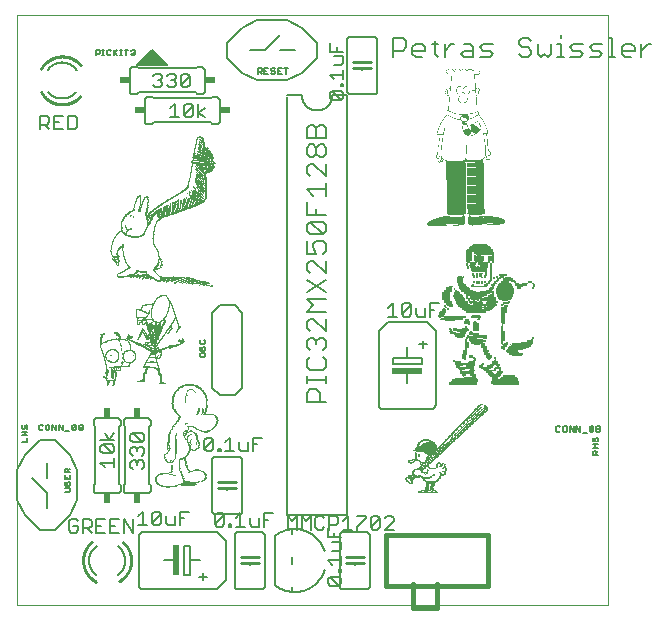
<source format=gto>
G75*
%MOIN*%
%OFA0B0*%
%FSLAX25Y25*%
%IPPOS*%
%LPD*%
%AMOC8*
5,1,8,0,0,1.08239X$1,22.5*
%
%ADD10C,0.00000*%
%ADD11C,0.00600*%
%ADD12R,0.04875X0.00075*%
%ADD13R,0.05250X0.00075*%
%ADD14R,0.05850X0.00075*%
%ADD15R,0.06300X0.00075*%
%ADD16R,0.02025X0.00075*%
%ADD17R,0.00600X0.00075*%
%ADD18R,0.06750X0.00075*%
%ADD19R,0.03375X0.00075*%
%ADD20R,0.07125X0.00075*%
%ADD21R,0.03675X0.00075*%
%ADD22R,0.03825X0.00075*%
%ADD23R,0.07500X0.00075*%
%ADD24R,0.04050X0.00075*%
%ADD25R,0.04200X0.00075*%
%ADD26R,0.03075X0.00075*%
%ADD27R,0.07950X0.00075*%
%ADD28R,0.04350X0.00075*%
%ADD29R,0.05325X0.00075*%
%ADD30R,0.12450X0.00075*%
%ADD31R,0.04425X0.00075*%
%ADD32R,0.12600X0.00075*%
%ADD33R,0.04500X0.00075*%
%ADD34R,0.07200X0.00075*%
%ADD35R,0.12675X0.00075*%
%ADD36R,0.12000X0.00075*%
%ADD37R,0.12150X0.00075*%
%ADD38R,0.12225X0.00075*%
%ADD39R,0.12300X0.00075*%
%ADD40R,0.12525X0.00075*%
%ADD41R,0.12375X0.00075*%
%ADD42R,0.12075X0.00075*%
%ADD43R,0.11925X0.00075*%
%ADD44R,0.11850X0.00075*%
%ADD45R,0.11700X0.00075*%
%ADD46R,0.11550X0.00075*%
%ADD47R,0.11400X0.00075*%
%ADD48R,0.11250X0.00075*%
%ADD49R,0.11100X0.00075*%
%ADD50R,0.10875X0.00075*%
%ADD51R,0.10725X0.00075*%
%ADD52R,0.10500X0.00075*%
%ADD53R,0.10275X0.00075*%
%ADD54R,0.10125X0.00075*%
%ADD55R,0.11175X0.00075*%
%ADD56R,0.09750X0.00075*%
%ADD57R,0.11025X0.00075*%
%ADD58R,0.09600X0.00075*%
%ADD59R,0.10800X0.00075*%
%ADD60R,0.09375X0.00075*%
%ADD61R,0.09150X0.00075*%
%ADD62R,0.08775X0.00075*%
%ADD63R,0.09825X0.00075*%
%ADD64R,0.08550X0.00075*%
%ADD65R,0.09525X0.00075*%
%ADD66R,0.08325X0.00075*%
%ADD67R,0.03750X0.00075*%
%ADD68R,0.01800X0.00075*%
%ADD69R,0.08700X0.00075*%
%ADD70R,0.03150X0.00075*%
%ADD71R,0.01275X0.00075*%
%ADD72R,0.04725X0.00075*%
%ADD73R,0.02325X0.00075*%
%ADD74R,0.00825X0.00075*%
%ADD75R,0.00900X0.00075*%
%ADD76R,0.00750X0.00075*%
%ADD77R,0.02700X0.00075*%
%ADD78R,0.00975X0.00075*%
%ADD79R,0.00300X0.00075*%
%ADD80R,0.00525X0.00075*%
%ADD81R,0.01500X0.00075*%
%ADD82R,0.00225X0.00075*%
%ADD83R,0.00375X0.00075*%
%ADD84R,0.00150X0.00075*%
%ADD85R,0.02925X0.00075*%
%ADD86R,0.03525X0.00075*%
%ADD87R,0.05400X0.00075*%
%ADD88R,0.05100X0.00075*%
%ADD89R,0.06225X0.00075*%
%ADD90R,0.05550X0.00075*%
%ADD91R,0.06375X0.00075*%
%ADD92R,0.05625X0.00075*%
%ADD93R,0.06450X0.00075*%
%ADD94R,0.05700X0.00075*%
%ADD95R,0.06525X0.00075*%
%ADD96R,0.03494X0.00075*%
%ADD97R,0.05475X0.00075*%
%ADD98R,0.06600X0.00075*%
%ADD99R,0.00450X0.00075*%
%ADD100R,0.00075X0.00075*%
%ADD101R,0.00675X0.00075*%
%ADD102R,0.02100X0.00075*%
%ADD103R,0.08100X0.00075*%
%ADD104R,0.06825X0.00075*%
%ADD105R,0.01125X0.00075*%
%ADD106R,0.02550X0.00075*%
%ADD107R,0.01725X0.00075*%
%ADD108R,0.01650X0.00075*%
%ADD109R,0.01950X0.00075*%
%ADD110R,0.02175X0.00075*%
%ADD111R,0.02400X0.00075*%
%ADD112R,0.02475X0.00075*%
%ADD113R,0.02625X0.00075*%
%ADD114R,0.05175X0.00075*%
%ADD115R,0.05775X0.00075*%
%ADD116R,0.03225X0.00075*%
%ADD117R,0.01350X0.00075*%
%ADD118R,0.02850X0.00075*%
%ADD119R,0.02250X0.00075*%
%ADD120R,0.01575X0.00075*%
%ADD121R,0.01425X0.00075*%
%ADD122R,0.01050X0.00075*%
%ADD123R,0.01875X0.00075*%
%ADD124R,0.01200X0.00075*%
%ADD125R,0.02775X0.00075*%
%ADD126R,0.03975X0.00075*%
%ADD127R,0.01000X0.00200*%
%ADD128R,0.02200X0.00200*%
%ADD129R,0.01600X0.00200*%
%ADD130R,0.06600X0.00200*%
%ADD131R,0.00800X0.00200*%
%ADD132R,0.00400X0.00200*%
%ADD133R,0.01400X0.00200*%
%ADD134R,0.00600X0.00200*%
%ADD135R,0.01200X0.00200*%
%ADD136R,0.03200X0.00200*%
%ADD137R,0.03800X0.00200*%
%ADD138R,0.00200X0.00200*%
%ADD139R,0.01800X0.00200*%
%ADD140R,0.02000X0.00200*%
%ADD141R,0.02600X0.00200*%
%ADD142R,0.02800X0.00200*%
%ADD143R,0.03400X0.00200*%
%ADD144R,0.04000X0.00200*%
%ADD145R,0.05000X0.00200*%
%ADD146R,0.06000X0.00200*%
%ADD147R,0.08000X0.00200*%
%ADD148R,0.05200X0.00200*%
%ADD149R,0.07000X0.00200*%
%ADD150R,0.07800X0.00200*%
%ADD151R,0.05400X0.00200*%
%ADD152R,0.04600X0.00200*%
%ADD153R,0.04200X0.00200*%
%ADD154R,0.00300X0.00100*%
%ADD155R,0.00900X0.00100*%
%ADD156R,0.00200X0.00100*%
%ADD157R,0.00700X0.00100*%
%ADD158R,0.00600X0.00100*%
%ADD159R,0.00400X0.00100*%
%ADD160R,0.00500X0.00100*%
%ADD161R,0.00100X0.00100*%
%ADD162R,0.01000X0.00100*%
%ADD163R,0.01100X0.00100*%
%ADD164R,0.00800X0.00100*%
%ADD165R,0.01500X0.00100*%
%ADD166R,0.01400X0.00100*%
%ADD167R,0.01300X0.00100*%
%ADD168R,0.01600X0.00100*%
%ADD169R,0.02000X0.00100*%
%ADD170R,0.01200X0.00100*%
%ADD171R,0.02400X0.00100*%
%ADD172R,0.05100X0.00100*%
%ADD173R,0.01700X0.00100*%
%ADD174R,0.02600X0.00100*%
%ADD175R,0.01900X0.00100*%
%ADD176R,0.02100X0.00100*%
%ADD177R,0.03600X0.00100*%
%ADD178R,0.04400X0.00100*%
%ADD179R,0.02500X0.00100*%
%ADD180R,0.01800X0.00100*%
%ADD181R,0.04200X0.00100*%
%ADD182R,0.04600X0.00100*%
%ADD183R,0.03100X0.00100*%
%ADD184R,0.04100X0.00100*%
%ADD185R,0.03300X0.00100*%
%ADD186R,0.03800X0.00100*%
%ADD187R,0.03500X0.00100*%
%ADD188R,0.02200X0.00100*%
%ADD189R,0.02800X0.00100*%
%ADD190R,0.02900X0.00100*%
%ADD191R,0.02700X0.00100*%
%ADD192R,0.04300X0.00100*%
%ADD193R,0.03000X0.00100*%
%ADD194R,0.02300X0.00100*%
%ADD195R,0.09300X0.00100*%
%ADD196R,0.08900X0.00100*%
%ADD197R,0.09400X0.00100*%
%ADD198R,0.08400X0.00100*%
%ADD199R,0.07400X0.00100*%
%ADD200R,0.06100X0.00100*%
%ADD201R,0.03200X0.00100*%
%ADD202R,0.03700X0.00100*%
%ADD203R,0.05500X0.00100*%
%ADD204R,0.06400X0.00100*%
%ADD205R,0.06000X0.00100*%
%ADD206R,0.06500X0.00100*%
%ADD207R,0.06200X0.00100*%
%ADD208R,0.06600X0.00100*%
%ADD209R,0.04700X0.00100*%
%ADD210R,0.07100X0.00100*%
%ADD211R,0.07500X0.00100*%
%ADD212R,0.08800X0.00100*%
%ADD213R,0.11600X0.00100*%
%ADD214R,0.07900X0.00100*%
%ADD215R,0.05600X0.00100*%
%ADD216R,0.07000X0.00100*%
%ADD217R,0.05900X0.00100*%
%ADD218R,0.05200X0.00100*%
%ADD219R,0.04400X0.00200*%
%ADD220R,0.06200X0.00200*%
%ADD221R,0.05800X0.00200*%
%ADD222R,0.03000X0.00200*%
%ADD223R,0.00250X0.00050*%
%ADD224R,0.00200X0.00050*%
%ADD225R,0.00350X0.00050*%
%ADD226R,0.00300X0.00050*%
%ADD227R,0.00400X0.00050*%
%ADD228R,0.00450X0.00050*%
%ADD229R,0.00500X0.00050*%
%ADD230R,0.00550X0.00050*%
%ADD231R,0.00600X0.00050*%
%ADD232R,0.00650X0.00050*%
%ADD233R,0.02050X0.00050*%
%ADD234R,0.02000X0.00050*%
%ADD235R,0.00700X0.00050*%
%ADD236R,0.01850X0.00050*%
%ADD237R,0.01750X0.00050*%
%ADD238R,0.01550X0.00050*%
%ADD239R,0.01450X0.00050*%
%ADD240R,0.00750X0.00050*%
%ADD241R,0.01250X0.00050*%
%ADD242R,0.01100X0.00050*%
%ADD243R,0.00950X0.00050*%
%ADD244R,0.00800X0.00050*%
%ADD245R,0.00100X0.00050*%
%ADD246R,0.02400X0.00050*%
%ADD247R,0.02450X0.00050*%
%ADD248R,0.01000X0.00050*%
%ADD249R,0.01700X0.00050*%
%ADD250R,0.02650X0.00050*%
%ADD251R,0.01300X0.00050*%
%ADD252R,0.02700X0.00050*%
%ADD253R,0.00850X0.00050*%
%ADD254R,0.01050X0.00050*%
%ADD255R,0.00900X0.00050*%
%ADD256R,0.00150X0.00050*%
%ADD257R,0.00050X0.00050*%
%ADD258R,0.01200X0.00050*%
%ADD259R,0.02300X0.00050*%
%ADD260R,0.02550X0.00050*%
%ADD261R,0.01600X0.00050*%
%ADD262R,0.01350X0.00050*%
%ADD263R,0.03800X0.00050*%
%ADD264R,0.03650X0.00050*%
%ADD265R,0.01400X0.00050*%
%ADD266R,0.01800X0.00050*%
%ADD267R,0.03250X0.00050*%
%ADD268R,0.02500X0.00050*%
%ADD269R,0.01950X0.00050*%
%ADD270R,0.01900X0.00050*%
%ADD271R,0.01500X0.00050*%
%ADD272R,0.01650X0.00050*%
%ADD273R,0.02100X0.00050*%
%ADD274R,0.02250X0.00050*%
%ADD275R,0.02350X0.00050*%
%ADD276R,0.01150X0.00050*%
%ADD277R,0.02600X0.00050*%
%ADD278R,0.03200X0.00050*%
%ADD279R,0.03150X0.00050*%
%ADD280R,0.03000X0.00050*%
%ADD281R,0.02150X0.00050*%
%ADD282R,0.02850X0.00050*%
%ADD283R,0.02900X0.00050*%
%ADD284R,0.02750X0.00050*%
%ADD285R,0.02800X0.00050*%
%ADD286R,0.05100X0.00050*%
%ADD287R,0.05150X0.00050*%
%ADD288R,0.05200X0.00050*%
%ADD289R,0.05250X0.00050*%
%ADD290R,0.05300X0.00050*%
%ADD291R,0.05350X0.00050*%
%ADD292R,0.05400X0.00050*%
%ADD293R,0.05450X0.00050*%
%ADD294R,0.05500X0.00050*%
%ADD295R,0.05600X0.00050*%
%ADD296R,0.05650X0.00050*%
%ADD297R,0.03400X0.00050*%
%ADD298C,0.01000*%
%ADD299C,0.00500*%
%ADD300R,0.10000X0.02000*%
%ADD301R,0.02000X0.10000*%
%ADD302R,0.03400X0.02400*%
%ADD303R,0.02400X0.03400*%
%ADD304C,0.00700*%
%ADD305C,0.01600*%
%ADD306C,0.00800*%
D10*
X0011800Y0011800D02*
X0011800Y0208650D01*
X0208650Y0208650D01*
X0208650Y0011800D01*
X0011800Y0011800D01*
D11*
X0035800Y0026800D02*
X0035802Y0026954D01*
X0035808Y0027108D01*
X0035818Y0027262D01*
X0035832Y0027416D01*
X0035849Y0027569D01*
X0035871Y0027721D01*
X0035897Y0027873D01*
X0035926Y0028025D01*
X0035960Y0028175D01*
X0035997Y0028325D01*
X0036038Y0028473D01*
X0036083Y0028621D01*
X0036132Y0028767D01*
X0036184Y0028912D01*
X0036240Y0029055D01*
X0036300Y0029198D01*
X0036363Y0029338D01*
X0036430Y0029477D01*
X0036501Y0029614D01*
X0036575Y0029749D01*
X0036652Y0029882D01*
X0036733Y0030014D01*
X0036817Y0030143D01*
X0036905Y0030270D01*
X0036996Y0030394D01*
X0037089Y0030516D01*
X0037187Y0030636D01*
X0037287Y0030753D01*
X0037390Y0030868D01*
X0037496Y0030980D01*
X0037604Y0031089D01*
X0037716Y0031195D01*
X0037830Y0031299D01*
X0037947Y0031399D01*
X0038066Y0031497D01*
X0038188Y0031591D01*
X0038313Y0031682D01*
X0047800Y0026800D02*
X0047798Y0026648D01*
X0047792Y0026497D01*
X0047783Y0026346D01*
X0047769Y0026194D01*
X0047752Y0026044D01*
X0047731Y0025894D01*
X0047706Y0025744D01*
X0047678Y0025595D01*
X0047645Y0025447D01*
X0047609Y0025300D01*
X0047570Y0025153D01*
X0047526Y0025008D01*
X0047479Y0024864D01*
X0047428Y0024721D01*
X0047374Y0024580D01*
X0047316Y0024439D01*
X0047255Y0024301D01*
X0047190Y0024164D01*
X0047121Y0024028D01*
X0047050Y0023895D01*
X0046975Y0023763D01*
X0046896Y0023633D01*
X0046815Y0023506D01*
X0046730Y0023380D01*
X0046642Y0023256D01*
X0046551Y0023135D01*
X0046457Y0023016D01*
X0046359Y0022900D01*
X0046259Y0022786D01*
X0046157Y0022674D01*
X0046051Y0022566D01*
X0045943Y0022460D01*
X0045832Y0022356D01*
X0045718Y0022256D01*
X0045602Y0022158D01*
X0045483Y0022064D01*
X0047800Y0026800D02*
X0047798Y0026952D01*
X0047792Y0027103D01*
X0047783Y0027254D01*
X0047769Y0027406D01*
X0047752Y0027556D01*
X0047731Y0027706D01*
X0047706Y0027856D01*
X0047678Y0028005D01*
X0047645Y0028153D01*
X0047609Y0028300D01*
X0047570Y0028447D01*
X0047526Y0028592D01*
X0047479Y0028736D01*
X0047428Y0028879D01*
X0047374Y0029020D01*
X0047316Y0029161D01*
X0047255Y0029299D01*
X0047190Y0029436D01*
X0047121Y0029572D01*
X0047050Y0029705D01*
X0046975Y0029837D01*
X0046896Y0029967D01*
X0046815Y0030094D01*
X0046730Y0030220D01*
X0046642Y0030344D01*
X0046551Y0030465D01*
X0046457Y0030584D01*
X0046359Y0030700D01*
X0046259Y0030814D01*
X0046157Y0030926D01*
X0046051Y0031034D01*
X0045943Y0031140D01*
X0045832Y0031244D01*
X0045718Y0031344D01*
X0045602Y0031442D01*
X0045483Y0031536D01*
X0035800Y0026800D02*
X0035802Y0026650D01*
X0035808Y0026499D01*
X0035817Y0026349D01*
X0035830Y0026200D01*
X0035847Y0026050D01*
X0035868Y0025901D01*
X0035892Y0025753D01*
X0035920Y0025605D01*
X0035952Y0025458D01*
X0035987Y0025312D01*
X0036027Y0025167D01*
X0036069Y0025023D01*
X0036116Y0024880D01*
X0036166Y0024738D01*
X0036219Y0024597D01*
X0036276Y0024458D01*
X0036336Y0024320D01*
X0036400Y0024184D01*
X0036467Y0024050D01*
X0036538Y0023917D01*
X0036612Y0023786D01*
X0036689Y0023657D01*
X0036770Y0023530D01*
X0036853Y0023405D01*
X0036940Y0023282D01*
X0037029Y0023161D01*
X0037122Y0023043D01*
X0037218Y0022927D01*
X0037316Y0022813D01*
X0037417Y0022702D01*
X0037522Y0022593D01*
X0037628Y0022488D01*
X0037738Y0022384D01*
X0037850Y0022284D01*
X0037964Y0022186D01*
X0038081Y0022092D01*
X0038200Y0022000D01*
X0052300Y0018800D02*
X0052300Y0034800D01*
X0052302Y0034876D01*
X0052308Y0034952D01*
X0052317Y0035027D01*
X0052331Y0035102D01*
X0052348Y0035176D01*
X0052369Y0035249D01*
X0052393Y0035321D01*
X0052422Y0035392D01*
X0052453Y0035461D01*
X0052488Y0035528D01*
X0052527Y0035593D01*
X0052569Y0035657D01*
X0052614Y0035718D01*
X0052662Y0035777D01*
X0052713Y0035833D01*
X0052767Y0035887D01*
X0052823Y0035938D01*
X0052882Y0035986D01*
X0052943Y0036031D01*
X0053007Y0036073D01*
X0053072Y0036112D01*
X0053139Y0036147D01*
X0053208Y0036178D01*
X0053279Y0036207D01*
X0053351Y0036231D01*
X0053424Y0036252D01*
X0053498Y0036269D01*
X0053573Y0036283D01*
X0053648Y0036292D01*
X0053724Y0036298D01*
X0053800Y0036300D01*
X0078300Y0036300D01*
X0081300Y0033300D01*
X0081300Y0020300D01*
X0078300Y0017300D01*
X0053800Y0017300D01*
X0053724Y0017302D01*
X0053648Y0017308D01*
X0053573Y0017317D01*
X0053498Y0017331D01*
X0053424Y0017348D01*
X0053351Y0017369D01*
X0053279Y0017393D01*
X0053208Y0017422D01*
X0053139Y0017453D01*
X0053072Y0017488D01*
X0053007Y0017527D01*
X0052943Y0017569D01*
X0052882Y0017614D01*
X0052823Y0017662D01*
X0052767Y0017713D01*
X0052713Y0017767D01*
X0052662Y0017823D01*
X0052614Y0017882D01*
X0052569Y0017943D01*
X0052527Y0018007D01*
X0052488Y0018072D01*
X0052453Y0018139D01*
X0052422Y0018208D01*
X0052393Y0018279D01*
X0052369Y0018351D01*
X0052348Y0018424D01*
X0052331Y0018498D01*
X0052317Y0018573D01*
X0052308Y0018648D01*
X0052302Y0018724D01*
X0052300Y0018800D01*
X0060800Y0026800D02*
X0064300Y0026800D01*
X0069300Y0026800D02*
X0069300Y0022000D01*
X0067300Y0022000D01*
X0067300Y0031600D01*
X0069300Y0031600D01*
X0069300Y0026800D01*
X0072800Y0026800D01*
X0073800Y0022700D02*
X0073800Y0020200D01*
X0072500Y0021400D02*
X0075100Y0021400D01*
X0084300Y0018300D02*
X0084300Y0035300D01*
X0084302Y0035360D01*
X0084307Y0035421D01*
X0084316Y0035480D01*
X0084329Y0035539D01*
X0084345Y0035598D01*
X0084365Y0035655D01*
X0084388Y0035710D01*
X0084415Y0035765D01*
X0084444Y0035817D01*
X0084477Y0035868D01*
X0084513Y0035917D01*
X0084551Y0035963D01*
X0084593Y0036007D01*
X0084637Y0036049D01*
X0084683Y0036087D01*
X0084732Y0036123D01*
X0084783Y0036156D01*
X0084835Y0036185D01*
X0084890Y0036212D01*
X0084945Y0036235D01*
X0085002Y0036255D01*
X0085061Y0036271D01*
X0085120Y0036284D01*
X0085179Y0036293D01*
X0085240Y0036298D01*
X0085300Y0036300D01*
X0093300Y0036300D01*
X0093360Y0036298D01*
X0093421Y0036293D01*
X0093480Y0036284D01*
X0093539Y0036271D01*
X0093598Y0036255D01*
X0093655Y0036235D01*
X0093710Y0036212D01*
X0093765Y0036185D01*
X0093817Y0036156D01*
X0093868Y0036123D01*
X0093917Y0036087D01*
X0093963Y0036049D01*
X0094007Y0036007D01*
X0094049Y0035963D01*
X0094087Y0035917D01*
X0094123Y0035868D01*
X0094156Y0035817D01*
X0094185Y0035765D01*
X0094212Y0035710D01*
X0094235Y0035655D01*
X0094255Y0035598D01*
X0094271Y0035539D01*
X0094284Y0035480D01*
X0094293Y0035421D01*
X0094298Y0035360D01*
X0094300Y0035300D01*
X0094300Y0018300D01*
X0094298Y0018240D01*
X0094293Y0018179D01*
X0094284Y0018120D01*
X0094271Y0018061D01*
X0094255Y0018002D01*
X0094235Y0017945D01*
X0094212Y0017890D01*
X0094185Y0017835D01*
X0094156Y0017783D01*
X0094123Y0017732D01*
X0094087Y0017683D01*
X0094049Y0017637D01*
X0094007Y0017593D01*
X0093963Y0017551D01*
X0093917Y0017513D01*
X0093868Y0017477D01*
X0093817Y0017444D01*
X0093765Y0017415D01*
X0093710Y0017388D01*
X0093655Y0017365D01*
X0093598Y0017345D01*
X0093539Y0017329D01*
X0093480Y0017316D01*
X0093421Y0017307D01*
X0093360Y0017302D01*
X0093300Y0017300D01*
X0085300Y0017300D01*
X0085240Y0017302D01*
X0085179Y0017307D01*
X0085120Y0017316D01*
X0085061Y0017329D01*
X0085002Y0017345D01*
X0084945Y0017365D01*
X0084890Y0017388D01*
X0084835Y0017415D01*
X0084783Y0017444D01*
X0084732Y0017477D01*
X0084683Y0017513D01*
X0084637Y0017551D01*
X0084593Y0017593D01*
X0084551Y0017637D01*
X0084513Y0017683D01*
X0084477Y0017732D01*
X0084444Y0017783D01*
X0084415Y0017835D01*
X0084388Y0017890D01*
X0084365Y0017945D01*
X0084345Y0018002D01*
X0084329Y0018061D01*
X0084316Y0018120D01*
X0084307Y0018179D01*
X0084302Y0018240D01*
X0084300Y0018300D01*
X0089300Y0025300D02*
X0089300Y0025800D01*
X0089300Y0027800D02*
X0089300Y0028300D01*
X0085800Y0042300D02*
X0077800Y0042300D01*
X0077740Y0042302D01*
X0077679Y0042307D01*
X0077620Y0042316D01*
X0077561Y0042329D01*
X0077502Y0042345D01*
X0077445Y0042365D01*
X0077390Y0042388D01*
X0077335Y0042415D01*
X0077283Y0042444D01*
X0077232Y0042477D01*
X0077183Y0042513D01*
X0077137Y0042551D01*
X0077093Y0042593D01*
X0077051Y0042637D01*
X0077013Y0042683D01*
X0076977Y0042732D01*
X0076944Y0042783D01*
X0076915Y0042835D01*
X0076888Y0042890D01*
X0076865Y0042945D01*
X0076845Y0043002D01*
X0076829Y0043061D01*
X0076816Y0043120D01*
X0076807Y0043179D01*
X0076802Y0043240D01*
X0076800Y0043300D01*
X0076800Y0060300D01*
X0076802Y0060360D01*
X0076807Y0060421D01*
X0076816Y0060480D01*
X0076829Y0060539D01*
X0076845Y0060598D01*
X0076865Y0060655D01*
X0076888Y0060710D01*
X0076915Y0060765D01*
X0076944Y0060817D01*
X0076977Y0060868D01*
X0077013Y0060917D01*
X0077051Y0060963D01*
X0077093Y0061007D01*
X0077137Y0061049D01*
X0077183Y0061087D01*
X0077232Y0061123D01*
X0077283Y0061156D01*
X0077335Y0061185D01*
X0077390Y0061212D01*
X0077445Y0061235D01*
X0077502Y0061255D01*
X0077561Y0061271D01*
X0077620Y0061284D01*
X0077679Y0061293D01*
X0077740Y0061298D01*
X0077800Y0061300D01*
X0085800Y0061300D01*
X0085860Y0061298D01*
X0085921Y0061293D01*
X0085980Y0061284D01*
X0086039Y0061271D01*
X0086098Y0061255D01*
X0086155Y0061235D01*
X0086210Y0061212D01*
X0086265Y0061185D01*
X0086317Y0061156D01*
X0086368Y0061123D01*
X0086417Y0061087D01*
X0086463Y0061049D01*
X0086507Y0061007D01*
X0086549Y0060963D01*
X0086587Y0060917D01*
X0086623Y0060868D01*
X0086656Y0060817D01*
X0086685Y0060765D01*
X0086712Y0060710D01*
X0086735Y0060655D01*
X0086755Y0060598D01*
X0086771Y0060539D01*
X0086784Y0060480D01*
X0086793Y0060421D01*
X0086798Y0060360D01*
X0086800Y0060300D01*
X0086800Y0043300D01*
X0086798Y0043240D01*
X0086793Y0043179D01*
X0086784Y0043120D01*
X0086771Y0043061D01*
X0086755Y0043002D01*
X0086735Y0042945D01*
X0086712Y0042890D01*
X0086685Y0042835D01*
X0086656Y0042783D01*
X0086623Y0042732D01*
X0086587Y0042683D01*
X0086549Y0042637D01*
X0086507Y0042593D01*
X0086463Y0042551D01*
X0086417Y0042513D01*
X0086368Y0042477D01*
X0086317Y0042444D01*
X0086265Y0042415D01*
X0086210Y0042388D01*
X0086155Y0042365D01*
X0086098Y0042345D01*
X0086039Y0042329D01*
X0085980Y0042316D01*
X0085921Y0042307D01*
X0085860Y0042302D01*
X0085800Y0042300D01*
X0081800Y0050300D02*
X0081800Y0050800D01*
X0081800Y0052800D02*
X0081800Y0053300D01*
X0101800Y0041800D02*
X0101800Y0181300D01*
X0101800Y0181800D02*
X0106800Y0181800D01*
X0106802Y0181660D01*
X0106808Y0181520D01*
X0106818Y0181380D01*
X0106831Y0181240D01*
X0106849Y0181101D01*
X0106871Y0180962D01*
X0106896Y0180825D01*
X0106925Y0180687D01*
X0106958Y0180551D01*
X0106995Y0180416D01*
X0107036Y0180282D01*
X0107081Y0180149D01*
X0107129Y0180017D01*
X0107181Y0179887D01*
X0107236Y0179758D01*
X0107295Y0179631D01*
X0107358Y0179505D01*
X0107424Y0179381D01*
X0107493Y0179260D01*
X0107566Y0179140D01*
X0107643Y0179022D01*
X0107722Y0178907D01*
X0107805Y0178793D01*
X0107891Y0178683D01*
X0107980Y0178574D01*
X0108072Y0178468D01*
X0108167Y0178365D01*
X0108264Y0178264D01*
X0108365Y0178167D01*
X0108468Y0178072D01*
X0108574Y0177980D01*
X0108683Y0177891D01*
X0108793Y0177805D01*
X0108907Y0177722D01*
X0109022Y0177643D01*
X0109140Y0177566D01*
X0109260Y0177493D01*
X0109381Y0177424D01*
X0109505Y0177358D01*
X0109631Y0177295D01*
X0109758Y0177236D01*
X0109887Y0177181D01*
X0110017Y0177129D01*
X0110149Y0177081D01*
X0110282Y0177036D01*
X0110416Y0176995D01*
X0110551Y0176958D01*
X0110687Y0176925D01*
X0110825Y0176896D01*
X0110962Y0176871D01*
X0111101Y0176849D01*
X0111240Y0176831D01*
X0111380Y0176818D01*
X0111520Y0176808D01*
X0111660Y0176802D01*
X0111800Y0176800D01*
X0111940Y0176802D01*
X0112080Y0176808D01*
X0112220Y0176818D01*
X0112360Y0176831D01*
X0112499Y0176849D01*
X0112638Y0176871D01*
X0112775Y0176896D01*
X0112913Y0176925D01*
X0113049Y0176958D01*
X0113184Y0176995D01*
X0113318Y0177036D01*
X0113451Y0177081D01*
X0113583Y0177129D01*
X0113713Y0177181D01*
X0113842Y0177236D01*
X0113969Y0177295D01*
X0114095Y0177358D01*
X0114219Y0177424D01*
X0114340Y0177493D01*
X0114460Y0177566D01*
X0114578Y0177643D01*
X0114693Y0177722D01*
X0114807Y0177805D01*
X0114917Y0177891D01*
X0115026Y0177980D01*
X0115132Y0178072D01*
X0115235Y0178167D01*
X0115336Y0178264D01*
X0115433Y0178365D01*
X0115528Y0178468D01*
X0115620Y0178574D01*
X0115709Y0178683D01*
X0115795Y0178793D01*
X0115878Y0178907D01*
X0115957Y0179022D01*
X0116034Y0179140D01*
X0116107Y0179260D01*
X0116176Y0179381D01*
X0116242Y0179505D01*
X0116305Y0179631D01*
X0116364Y0179758D01*
X0116419Y0179887D01*
X0116471Y0180017D01*
X0116519Y0180149D01*
X0116564Y0180282D01*
X0116605Y0180416D01*
X0116642Y0180551D01*
X0116675Y0180687D01*
X0116704Y0180825D01*
X0116729Y0180962D01*
X0116751Y0181101D01*
X0116769Y0181240D01*
X0116782Y0181380D01*
X0116792Y0181520D01*
X0116798Y0181660D01*
X0116800Y0181800D01*
X0121800Y0181800D01*
X0121800Y0041800D01*
X0101800Y0041800D01*
X0119300Y0035300D02*
X0119300Y0018300D01*
X0119302Y0018240D01*
X0119307Y0018179D01*
X0119316Y0018120D01*
X0119329Y0018061D01*
X0119345Y0018002D01*
X0119365Y0017945D01*
X0119388Y0017890D01*
X0119415Y0017835D01*
X0119444Y0017783D01*
X0119477Y0017732D01*
X0119513Y0017683D01*
X0119551Y0017637D01*
X0119593Y0017593D01*
X0119637Y0017551D01*
X0119683Y0017513D01*
X0119732Y0017477D01*
X0119783Y0017444D01*
X0119835Y0017415D01*
X0119890Y0017388D01*
X0119945Y0017365D01*
X0120002Y0017345D01*
X0120061Y0017329D01*
X0120120Y0017316D01*
X0120179Y0017307D01*
X0120240Y0017302D01*
X0120300Y0017300D01*
X0128300Y0017300D01*
X0128360Y0017302D01*
X0128421Y0017307D01*
X0128480Y0017316D01*
X0128539Y0017329D01*
X0128598Y0017345D01*
X0128655Y0017365D01*
X0128710Y0017388D01*
X0128765Y0017415D01*
X0128817Y0017444D01*
X0128868Y0017477D01*
X0128917Y0017513D01*
X0128963Y0017551D01*
X0129007Y0017593D01*
X0129049Y0017637D01*
X0129087Y0017683D01*
X0129123Y0017732D01*
X0129156Y0017783D01*
X0129185Y0017835D01*
X0129212Y0017890D01*
X0129235Y0017945D01*
X0129255Y0018002D01*
X0129271Y0018061D01*
X0129284Y0018120D01*
X0129293Y0018179D01*
X0129298Y0018240D01*
X0129300Y0018300D01*
X0129300Y0035300D01*
X0129298Y0035360D01*
X0129293Y0035421D01*
X0129284Y0035480D01*
X0129271Y0035539D01*
X0129255Y0035598D01*
X0129235Y0035655D01*
X0129212Y0035710D01*
X0129185Y0035765D01*
X0129156Y0035817D01*
X0129123Y0035868D01*
X0129087Y0035917D01*
X0129049Y0035963D01*
X0129007Y0036007D01*
X0128963Y0036049D01*
X0128917Y0036087D01*
X0128868Y0036123D01*
X0128817Y0036156D01*
X0128765Y0036185D01*
X0128710Y0036212D01*
X0128655Y0036235D01*
X0128598Y0036255D01*
X0128539Y0036271D01*
X0128480Y0036284D01*
X0128421Y0036293D01*
X0128360Y0036298D01*
X0128300Y0036300D01*
X0120300Y0036300D01*
X0120240Y0036298D01*
X0120179Y0036293D01*
X0120120Y0036284D01*
X0120061Y0036271D01*
X0120002Y0036255D01*
X0119945Y0036235D01*
X0119890Y0036212D01*
X0119835Y0036185D01*
X0119783Y0036156D01*
X0119732Y0036123D01*
X0119683Y0036087D01*
X0119637Y0036049D01*
X0119593Y0036007D01*
X0119551Y0035963D01*
X0119513Y0035917D01*
X0119477Y0035868D01*
X0119444Y0035817D01*
X0119415Y0035765D01*
X0119388Y0035710D01*
X0119365Y0035655D01*
X0119345Y0035598D01*
X0119329Y0035539D01*
X0119316Y0035480D01*
X0119307Y0035421D01*
X0119302Y0035360D01*
X0119300Y0035300D01*
X0124300Y0028300D02*
X0124300Y0027800D01*
X0124300Y0025800D02*
X0124300Y0025300D01*
X0133800Y0077300D02*
X0149800Y0077300D01*
X0149876Y0077302D01*
X0149952Y0077308D01*
X0150027Y0077317D01*
X0150102Y0077331D01*
X0150176Y0077348D01*
X0150249Y0077369D01*
X0150321Y0077393D01*
X0150392Y0077422D01*
X0150461Y0077453D01*
X0150528Y0077488D01*
X0150593Y0077527D01*
X0150657Y0077569D01*
X0150718Y0077614D01*
X0150777Y0077662D01*
X0150833Y0077713D01*
X0150887Y0077767D01*
X0150938Y0077823D01*
X0150986Y0077882D01*
X0151031Y0077943D01*
X0151073Y0078007D01*
X0151112Y0078072D01*
X0151147Y0078139D01*
X0151178Y0078208D01*
X0151207Y0078279D01*
X0151231Y0078351D01*
X0151252Y0078424D01*
X0151269Y0078498D01*
X0151283Y0078573D01*
X0151292Y0078648D01*
X0151298Y0078724D01*
X0151300Y0078800D01*
X0151300Y0103300D01*
X0148300Y0106300D01*
X0135300Y0106300D01*
X0132300Y0103300D01*
X0132300Y0078800D01*
X0132302Y0078724D01*
X0132308Y0078648D01*
X0132317Y0078573D01*
X0132331Y0078498D01*
X0132348Y0078424D01*
X0132369Y0078351D01*
X0132393Y0078279D01*
X0132422Y0078208D01*
X0132453Y0078139D01*
X0132488Y0078072D01*
X0132527Y0078007D01*
X0132569Y0077943D01*
X0132614Y0077882D01*
X0132662Y0077823D01*
X0132713Y0077767D01*
X0132767Y0077713D01*
X0132823Y0077662D01*
X0132882Y0077614D01*
X0132943Y0077569D01*
X0133007Y0077527D01*
X0133072Y0077488D01*
X0133139Y0077453D01*
X0133208Y0077422D01*
X0133279Y0077393D01*
X0133351Y0077369D01*
X0133424Y0077348D01*
X0133498Y0077331D01*
X0133573Y0077317D01*
X0133648Y0077308D01*
X0133724Y0077302D01*
X0133800Y0077300D01*
X0141800Y0085800D02*
X0141800Y0089300D01*
X0137000Y0092300D02*
X0146600Y0092300D01*
X0146600Y0094300D01*
X0141800Y0094300D01*
X0137000Y0094300D01*
X0137000Y0092300D01*
X0141800Y0094300D02*
X0141800Y0097800D01*
X0145900Y0098800D02*
X0148400Y0098800D01*
X0147200Y0097500D02*
X0147200Y0100100D01*
X0078300Y0172300D02*
X0076800Y0172300D01*
X0076300Y0172800D01*
X0057300Y0172800D01*
X0056800Y0172300D01*
X0055300Y0172300D01*
X0055240Y0172302D01*
X0055179Y0172307D01*
X0055120Y0172316D01*
X0055061Y0172329D01*
X0055002Y0172345D01*
X0054945Y0172365D01*
X0054890Y0172388D01*
X0054835Y0172415D01*
X0054783Y0172444D01*
X0054732Y0172477D01*
X0054683Y0172513D01*
X0054637Y0172551D01*
X0054593Y0172593D01*
X0054551Y0172637D01*
X0054513Y0172683D01*
X0054477Y0172732D01*
X0054444Y0172783D01*
X0054415Y0172835D01*
X0054388Y0172890D01*
X0054365Y0172945D01*
X0054345Y0173002D01*
X0054329Y0173061D01*
X0054316Y0173120D01*
X0054307Y0173179D01*
X0054302Y0173240D01*
X0054300Y0173300D01*
X0054300Y0180300D01*
X0054302Y0180360D01*
X0054307Y0180421D01*
X0054316Y0180480D01*
X0054329Y0180539D01*
X0054345Y0180598D01*
X0054365Y0180655D01*
X0054388Y0180710D01*
X0054415Y0180765D01*
X0054444Y0180817D01*
X0054477Y0180868D01*
X0054513Y0180917D01*
X0054551Y0180963D01*
X0054593Y0181007D01*
X0054637Y0181049D01*
X0054683Y0181087D01*
X0054732Y0181123D01*
X0054783Y0181156D01*
X0054835Y0181185D01*
X0054890Y0181212D01*
X0054945Y0181235D01*
X0055002Y0181255D01*
X0055061Y0181271D01*
X0055120Y0181284D01*
X0055179Y0181293D01*
X0055240Y0181298D01*
X0055300Y0181300D01*
X0056800Y0181300D01*
X0057300Y0180800D01*
X0076300Y0180800D01*
X0076800Y0181300D01*
X0078300Y0181300D01*
X0078360Y0181298D01*
X0078421Y0181293D01*
X0078480Y0181284D01*
X0078539Y0181271D01*
X0078598Y0181255D01*
X0078655Y0181235D01*
X0078710Y0181212D01*
X0078765Y0181185D01*
X0078817Y0181156D01*
X0078868Y0181123D01*
X0078917Y0181087D01*
X0078963Y0181049D01*
X0079007Y0181007D01*
X0079049Y0180963D01*
X0079087Y0180917D01*
X0079123Y0180868D01*
X0079156Y0180817D01*
X0079185Y0180765D01*
X0079212Y0180710D01*
X0079235Y0180655D01*
X0079255Y0180598D01*
X0079271Y0180539D01*
X0079284Y0180480D01*
X0079293Y0180421D01*
X0079298Y0180360D01*
X0079300Y0180300D01*
X0079300Y0173300D01*
X0079298Y0173240D01*
X0079293Y0173179D01*
X0079284Y0173120D01*
X0079271Y0173061D01*
X0079255Y0173002D01*
X0079235Y0172945D01*
X0079212Y0172890D01*
X0079185Y0172835D01*
X0079156Y0172783D01*
X0079123Y0172732D01*
X0079087Y0172683D01*
X0079049Y0172637D01*
X0079007Y0172593D01*
X0078963Y0172551D01*
X0078917Y0172513D01*
X0078868Y0172477D01*
X0078817Y0172444D01*
X0078765Y0172415D01*
X0078710Y0172388D01*
X0078655Y0172365D01*
X0078598Y0172345D01*
X0078539Y0172329D01*
X0078480Y0172316D01*
X0078421Y0172307D01*
X0078360Y0172302D01*
X0078300Y0172300D01*
X0073300Y0182300D02*
X0071800Y0182300D01*
X0071300Y0182800D01*
X0052300Y0182800D01*
X0051800Y0182300D01*
X0050300Y0182300D01*
X0050240Y0182302D01*
X0050179Y0182307D01*
X0050120Y0182316D01*
X0050061Y0182329D01*
X0050002Y0182345D01*
X0049945Y0182365D01*
X0049890Y0182388D01*
X0049835Y0182415D01*
X0049783Y0182444D01*
X0049732Y0182477D01*
X0049683Y0182513D01*
X0049637Y0182551D01*
X0049593Y0182593D01*
X0049551Y0182637D01*
X0049513Y0182683D01*
X0049477Y0182732D01*
X0049444Y0182783D01*
X0049415Y0182835D01*
X0049388Y0182890D01*
X0049365Y0182945D01*
X0049345Y0183002D01*
X0049329Y0183061D01*
X0049316Y0183120D01*
X0049307Y0183179D01*
X0049302Y0183240D01*
X0049300Y0183300D01*
X0049300Y0190300D01*
X0049302Y0190360D01*
X0049307Y0190421D01*
X0049316Y0190480D01*
X0049329Y0190539D01*
X0049345Y0190598D01*
X0049365Y0190655D01*
X0049388Y0190710D01*
X0049415Y0190765D01*
X0049444Y0190817D01*
X0049477Y0190868D01*
X0049513Y0190917D01*
X0049551Y0190963D01*
X0049593Y0191007D01*
X0049637Y0191049D01*
X0049683Y0191087D01*
X0049732Y0191123D01*
X0049783Y0191156D01*
X0049835Y0191185D01*
X0049890Y0191212D01*
X0049945Y0191235D01*
X0050002Y0191255D01*
X0050061Y0191271D01*
X0050120Y0191284D01*
X0050179Y0191293D01*
X0050240Y0191298D01*
X0050300Y0191300D01*
X0051800Y0191300D01*
X0052300Y0190800D01*
X0071300Y0190800D01*
X0071800Y0191300D01*
X0073300Y0191300D01*
X0073360Y0191298D01*
X0073421Y0191293D01*
X0073480Y0191284D01*
X0073539Y0191271D01*
X0073598Y0191255D01*
X0073655Y0191235D01*
X0073710Y0191212D01*
X0073765Y0191185D01*
X0073817Y0191156D01*
X0073868Y0191123D01*
X0073917Y0191087D01*
X0073963Y0191049D01*
X0074007Y0191007D01*
X0074049Y0190963D01*
X0074087Y0190917D01*
X0074123Y0190868D01*
X0074156Y0190817D01*
X0074185Y0190765D01*
X0074212Y0190710D01*
X0074235Y0190655D01*
X0074255Y0190598D01*
X0074271Y0190539D01*
X0074284Y0190480D01*
X0074293Y0190421D01*
X0074298Y0190360D01*
X0074300Y0190300D01*
X0074300Y0183300D01*
X0074298Y0183240D01*
X0074293Y0183179D01*
X0074284Y0183120D01*
X0074271Y0183061D01*
X0074255Y0183002D01*
X0074235Y0182945D01*
X0074212Y0182890D01*
X0074185Y0182835D01*
X0074156Y0182783D01*
X0074123Y0182732D01*
X0074087Y0182683D01*
X0074049Y0182637D01*
X0074007Y0182593D01*
X0073963Y0182551D01*
X0073917Y0182513D01*
X0073868Y0182477D01*
X0073817Y0182444D01*
X0073765Y0182415D01*
X0073710Y0182388D01*
X0073655Y0182365D01*
X0073598Y0182345D01*
X0073539Y0182329D01*
X0073480Y0182316D01*
X0073421Y0182307D01*
X0073360Y0182302D01*
X0073300Y0182300D01*
X0026800Y0180800D02*
X0026648Y0180802D01*
X0026497Y0180808D01*
X0026346Y0180817D01*
X0026194Y0180831D01*
X0026044Y0180848D01*
X0025894Y0180869D01*
X0025744Y0180894D01*
X0025595Y0180922D01*
X0025447Y0180955D01*
X0025300Y0180991D01*
X0025153Y0181030D01*
X0025008Y0181074D01*
X0024864Y0181121D01*
X0024721Y0181172D01*
X0024580Y0181226D01*
X0024439Y0181284D01*
X0024301Y0181345D01*
X0024164Y0181410D01*
X0024028Y0181479D01*
X0023895Y0181550D01*
X0023763Y0181625D01*
X0023633Y0181704D01*
X0023506Y0181785D01*
X0023380Y0181870D01*
X0023256Y0181958D01*
X0023135Y0182049D01*
X0023016Y0182143D01*
X0022900Y0182241D01*
X0022786Y0182341D01*
X0022674Y0182443D01*
X0022566Y0182549D01*
X0022460Y0182657D01*
X0022356Y0182768D01*
X0022256Y0182882D01*
X0022158Y0182998D01*
X0022064Y0183117D01*
X0026800Y0192800D02*
X0026954Y0192798D01*
X0027108Y0192792D01*
X0027262Y0192782D01*
X0027416Y0192768D01*
X0027569Y0192751D01*
X0027721Y0192729D01*
X0027873Y0192703D01*
X0028025Y0192674D01*
X0028175Y0192640D01*
X0028325Y0192603D01*
X0028473Y0192562D01*
X0028621Y0192517D01*
X0028767Y0192468D01*
X0028912Y0192416D01*
X0029055Y0192360D01*
X0029198Y0192300D01*
X0029338Y0192237D01*
X0029477Y0192170D01*
X0029614Y0192099D01*
X0029749Y0192025D01*
X0029882Y0191948D01*
X0030014Y0191867D01*
X0030143Y0191783D01*
X0030270Y0191695D01*
X0030394Y0191604D01*
X0030516Y0191511D01*
X0030636Y0191413D01*
X0030753Y0191313D01*
X0030868Y0191210D01*
X0030980Y0191104D01*
X0031089Y0190996D01*
X0031195Y0190884D01*
X0031299Y0190770D01*
X0031399Y0190653D01*
X0031497Y0190534D01*
X0031591Y0190412D01*
X0031682Y0190287D01*
X0026800Y0192800D02*
X0026650Y0192798D01*
X0026499Y0192792D01*
X0026349Y0192783D01*
X0026200Y0192770D01*
X0026050Y0192753D01*
X0025901Y0192732D01*
X0025753Y0192708D01*
X0025605Y0192680D01*
X0025458Y0192648D01*
X0025312Y0192613D01*
X0025167Y0192573D01*
X0025023Y0192531D01*
X0024880Y0192484D01*
X0024738Y0192434D01*
X0024597Y0192381D01*
X0024458Y0192324D01*
X0024320Y0192264D01*
X0024184Y0192200D01*
X0024050Y0192133D01*
X0023917Y0192062D01*
X0023786Y0191988D01*
X0023657Y0191911D01*
X0023530Y0191830D01*
X0023405Y0191747D01*
X0023282Y0191660D01*
X0023161Y0191571D01*
X0023043Y0191478D01*
X0022927Y0191382D01*
X0022813Y0191284D01*
X0022702Y0191183D01*
X0022593Y0191078D01*
X0022488Y0190972D01*
X0022384Y0190862D01*
X0022284Y0190750D01*
X0022186Y0190636D01*
X0022092Y0190519D01*
X0022000Y0190400D01*
X0026800Y0180800D02*
X0026952Y0180802D01*
X0027103Y0180808D01*
X0027254Y0180817D01*
X0027406Y0180831D01*
X0027556Y0180848D01*
X0027706Y0180869D01*
X0027856Y0180894D01*
X0028005Y0180922D01*
X0028153Y0180955D01*
X0028300Y0180991D01*
X0028447Y0181030D01*
X0028592Y0181074D01*
X0028736Y0181121D01*
X0028879Y0181172D01*
X0029020Y0181226D01*
X0029161Y0181284D01*
X0029299Y0181345D01*
X0029436Y0181410D01*
X0029572Y0181479D01*
X0029705Y0181550D01*
X0029837Y0181625D01*
X0029967Y0181704D01*
X0030094Y0181785D01*
X0030220Y0181870D01*
X0030344Y0181958D01*
X0030465Y0182049D01*
X0030584Y0182143D01*
X0030700Y0182241D01*
X0030814Y0182341D01*
X0030926Y0182443D01*
X0031034Y0182549D01*
X0031140Y0182657D01*
X0031244Y0182768D01*
X0031344Y0182882D01*
X0031442Y0182998D01*
X0031536Y0183117D01*
X0121800Y0183300D02*
X0121800Y0200300D01*
X0121802Y0200360D01*
X0121807Y0200421D01*
X0121816Y0200480D01*
X0121829Y0200539D01*
X0121845Y0200598D01*
X0121865Y0200655D01*
X0121888Y0200710D01*
X0121915Y0200765D01*
X0121944Y0200817D01*
X0121977Y0200868D01*
X0122013Y0200917D01*
X0122051Y0200963D01*
X0122093Y0201007D01*
X0122137Y0201049D01*
X0122183Y0201087D01*
X0122232Y0201123D01*
X0122283Y0201156D01*
X0122335Y0201185D01*
X0122390Y0201212D01*
X0122445Y0201235D01*
X0122502Y0201255D01*
X0122561Y0201271D01*
X0122620Y0201284D01*
X0122679Y0201293D01*
X0122740Y0201298D01*
X0122800Y0201300D01*
X0130800Y0201300D01*
X0130860Y0201298D01*
X0130921Y0201293D01*
X0130980Y0201284D01*
X0131039Y0201271D01*
X0131098Y0201255D01*
X0131155Y0201235D01*
X0131210Y0201212D01*
X0131265Y0201185D01*
X0131317Y0201156D01*
X0131368Y0201123D01*
X0131417Y0201087D01*
X0131463Y0201049D01*
X0131507Y0201007D01*
X0131549Y0200963D01*
X0131587Y0200917D01*
X0131623Y0200868D01*
X0131656Y0200817D01*
X0131685Y0200765D01*
X0131712Y0200710D01*
X0131735Y0200655D01*
X0131755Y0200598D01*
X0131771Y0200539D01*
X0131784Y0200480D01*
X0131793Y0200421D01*
X0131798Y0200360D01*
X0131800Y0200300D01*
X0131800Y0183300D01*
X0131798Y0183240D01*
X0131793Y0183179D01*
X0131784Y0183120D01*
X0131771Y0183061D01*
X0131755Y0183002D01*
X0131735Y0182945D01*
X0131712Y0182890D01*
X0131685Y0182835D01*
X0131656Y0182783D01*
X0131623Y0182732D01*
X0131587Y0182683D01*
X0131549Y0182637D01*
X0131507Y0182593D01*
X0131463Y0182551D01*
X0131417Y0182513D01*
X0131368Y0182477D01*
X0131317Y0182444D01*
X0131265Y0182415D01*
X0131210Y0182388D01*
X0131155Y0182365D01*
X0131098Y0182345D01*
X0131039Y0182329D01*
X0130980Y0182316D01*
X0130921Y0182307D01*
X0130860Y0182302D01*
X0130800Y0182300D01*
X0122800Y0182300D01*
X0122740Y0182302D01*
X0122679Y0182307D01*
X0122620Y0182316D01*
X0122561Y0182329D01*
X0122502Y0182345D01*
X0122445Y0182365D01*
X0122390Y0182388D01*
X0122335Y0182415D01*
X0122283Y0182444D01*
X0122232Y0182477D01*
X0122183Y0182513D01*
X0122137Y0182551D01*
X0122093Y0182593D01*
X0122051Y0182637D01*
X0122013Y0182683D01*
X0121977Y0182732D01*
X0121944Y0182783D01*
X0121915Y0182835D01*
X0121888Y0182890D01*
X0121865Y0182945D01*
X0121845Y0183002D01*
X0121829Y0183061D01*
X0121816Y0183120D01*
X0121807Y0183179D01*
X0121802Y0183240D01*
X0121800Y0183300D01*
X0126800Y0190300D02*
X0126800Y0190800D01*
X0126800Y0192800D02*
X0126800Y0193300D01*
X0137100Y0194600D02*
X0137100Y0201005D01*
X0140303Y0201005D01*
X0141370Y0199938D01*
X0141370Y0197803D01*
X0140303Y0196735D01*
X0137100Y0196735D01*
X0143545Y0196735D02*
X0147816Y0196735D01*
X0147816Y0197803D01*
X0146748Y0198870D01*
X0144613Y0198870D01*
X0143545Y0197803D01*
X0143545Y0195668D01*
X0144613Y0194600D01*
X0146748Y0194600D01*
X0151059Y0195668D02*
X0151059Y0199938D01*
X0152126Y0198870D02*
X0149991Y0198870D01*
X0151059Y0195668D02*
X0152126Y0194600D01*
X0154288Y0194600D02*
X0154288Y0198870D01*
X0154288Y0196735D02*
X0156423Y0198870D01*
X0157491Y0198870D01*
X0160727Y0198870D02*
X0162862Y0198870D01*
X0163930Y0197803D01*
X0163930Y0194600D01*
X0160727Y0194600D01*
X0159659Y0195668D01*
X0160727Y0196735D01*
X0163930Y0196735D01*
X0166105Y0197803D02*
X0167172Y0198870D01*
X0170375Y0198870D01*
X0169307Y0196735D02*
X0167172Y0196735D01*
X0166105Y0197803D01*
X0166105Y0194600D02*
X0169307Y0194600D01*
X0170375Y0195668D01*
X0169307Y0196735D01*
X0178996Y0195668D02*
X0180063Y0194600D01*
X0182198Y0194600D01*
X0183266Y0195668D01*
X0183266Y0196735D01*
X0182198Y0197803D01*
X0180063Y0197803D01*
X0178996Y0198870D01*
X0178996Y0199938D01*
X0180063Y0201005D01*
X0182198Y0201005D01*
X0183266Y0199938D01*
X0185441Y0198870D02*
X0185441Y0195668D01*
X0186509Y0194600D01*
X0187576Y0195668D01*
X0188644Y0194600D01*
X0189712Y0195668D01*
X0189712Y0198870D01*
X0191887Y0198870D02*
X0192954Y0198870D01*
X0192954Y0194600D01*
X0191887Y0194600D02*
X0194022Y0194600D01*
X0196184Y0194600D02*
X0199386Y0194600D01*
X0200454Y0195668D01*
X0199386Y0196735D01*
X0197251Y0196735D01*
X0196184Y0197803D01*
X0197251Y0198870D01*
X0200454Y0198870D01*
X0202629Y0197803D02*
X0203697Y0198870D01*
X0206900Y0198870D01*
X0205832Y0196735D02*
X0203697Y0196735D01*
X0202629Y0197803D01*
X0202629Y0194600D02*
X0205832Y0194600D01*
X0206900Y0195668D01*
X0205832Y0196735D01*
X0209075Y0194600D02*
X0211210Y0194600D01*
X0210142Y0194600D02*
X0210142Y0201005D01*
X0209075Y0201005D01*
X0213372Y0197803D02*
X0214439Y0198870D01*
X0216574Y0198870D01*
X0217642Y0197803D01*
X0217642Y0196735D01*
X0213372Y0196735D01*
X0213372Y0195668D02*
X0213372Y0197803D01*
X0213372Y0195668D02*
X0214439Y0194600D01*
X0216574Y0194600D01*
X0219817Y0194600D02*
X0219817Y0198870D01*
X0219817Y0196735D02*
X0221952Y0198870D01*
X0223020Y0198870D01*
X0192954Y0201005D02*
X0192954Y0202073D01*
X0056300Y0073300D02*
X0056300Y0071800D01*
X0055800Y0071300D01*
X0055800Y0052300D01*
X0056300Y0051800D01*
X0056300Y0050300D01*
X0056298Y0050240D01*
X0056293Y0050179D01*
X0056284Y0050120D01*
X0056271Y0050061D01*
X0056255Y0050002D01*
X0056235Y0049945D01*
X0056212Y0049890D01*
X0056185Y0049835D01*
X0056156Y0049783D01*
X0056123Y0049732D01*
X0056087Y0049683D01*
X0056049Y0049637D01*
X0056007Y0049593D01*
X0055963Y0049551D01*
X0055917Y0049513D01*
X0055868Y0049477D01*
X0055817Y0049444D01*
X0055765Y0049415D01*
X0055710Y0049388D01*
X0055655Y0049365D01*
X0055598Y0049345D01*
X0055539Y0049329D01*
X0055480Y0049316D01*
X0055421Y0049307D01*
X0055360Y0049302D01*
X0055300Y0049300D01*
X0048300Y0049300D01*
X0048240Y0049302D01*
X0048179Y0049307D01*
X0048120Y0049316D01*
X0048061Y0049329D01*
X0048002Y0049345D01*
X0047945Y0049365D01*
X0047890Y0049388D01*
X0047835Y0049415D01*
X0047783Y0049444D01*
X0047732Y0049477D01*
X0047683Y0049513D01*
X0047637Y0049551D01*
X0047593Y0049593D01*
X0047551Y0049637D01*
X0047513Y0049683D01*
X0047477Y0049732D01*
X0047444Y0049783D01*
X0047415Y0049835D01*
X0047388Y0049890D01*
X0047365Y0049945D01*
X0047345Y0050002D01*
X0047329Y0050061D01*
X0047316Y0050120D01*
X0047307Y0050179D01*
X0047302Y0050240D01*
X0047300Y0050300D01*
X0047300Y0051800D01*
X0047800Y0052300D01*
X0047800Y0071300D01*
X0047300Y0071800D01*
X0047300Y0073300D01*
X0046300Y0073300D02*
X0046300Y0071800D01*
X0045800Y0071300D01*
X0045800Y0052300D01*
X0046300Y0051800D01*
X0046300Y0050300D01*
X0046298Y0050240D01*
X0046293Y0050179D01*
X0046284Y0050120D01*
X0046271Y0050061D01*
X0046255Y0050002D01*
X0046235Y0049945D01*
X0046212Y0049890D01*
X0046185Y0049835D01*
X0046156Y0049783D01*
X0046123Y0049732D01*
X0046087Y0049683D01*
X0046049Y0049637D01*
X0046007Y0049593D01*
X0045963Y0049551D01*
X0045917Y0049513D01*
X0045868Y0049477D01*
X0045817Y0049444D01*
X0045765Y0049415D01*
X0045710Y0049388D01*
X0045655Y0049365D01*
X0045598Y0049345D01*
X0045539Y0049329D01*
X0045480Y0049316D01*
X0045421Y0049307D01*
X0045360Y0049302D01*
X0045300Y0049300D01*
X0038300Y0049300D01*
X0038240Y0049302D01*
X0038179Y0049307D01*
X0038120Y0049316D01*
X0038061Y0049329D01*
X0038002Y0049345D01*
X0037945Y0049365D01*
X0037890Y0049388D01*
X0037835Y0049415D01*
X0037783Y0049444D01*
X0037732Y0049477D01*
X0037683Y0049513D01*
X0037637Y0049551D01*
X0037593Y0049593D01*
X0037551Y0049637D01*
X0037513Y0049683D01*
X0037477Y0049732D01*
X0037444Y0049783D01*
X0037415Y0049835D01*
X0037388Y0049890D01*
X0037365Y0049945D01*
X0037345Y0050002D01*
X0037329Y0050061D01*
X0037316Y0050120D01*
X0037307Y0050179D01*
X0037302Y0050240D01*
X0037300Y0050300D01*
X0037300Y0051800D01*
X0037800Y0052300D01*
X0037800Y0071300D01*
X0037300Y0071800D01*
X0037300Y0073300D01*
X0037302Y0073360D01*
X0037307Y0073421D01*
X0037316Y0073480D01*
X0037329Y0073539D01*
X0037345Y0073598D01*
X0037365Y0073655D01*
X0037388Y0073710D01*
X0037415Y0073765D01*
X0037444Y0073817D01*
X0037477Y0073868D01*
X0037513Y0073917D01*
X0037551Y0073963D01*
X0037593Y0074007D01*
X0037637Y0074049D01*
X0037683Y0074087D01*
X0037732Y0074123D01*
X0037783Y0074156D01*
X0037835Y0074185D01*
X0037890Y0074212D01*
X0037945Y0074235D01*
X0038002Y0074255D01*
X0038061Y0074271D01*
X0038120Y0074284D01*
X0038179Y0074293D01*
X0038240Y0074298D01*
X0038300Y0074300D01*
X0045300Y0074300D01*
X0045360Y0074298D01*
X0045421Y0074293D01*
X0045480Y0074284D01*
X0045539Y0074271D01*
X0045598Y0074255D01*
X0045655Y0074235D01*
X0045710Y0074212D01*
X0045765Y0074185D01*
X0045817Y0074156D01*
X0045868Y0074123D01*
X0045917Y0074087D01*
X0045963Y0074049D01*
X0046007Y0074007D01*
X0046049Y0073963D01*
X0046087Y0073917D01*
X0046123Y0073868D01*
X0046156Y0073817D01*
X0046185Y0073765D01*
X0046212Y0073710D01*
X0046235Y0073655D01*
X0046255Y0073598D01*
X0046271Y0073539D01*
X0046284Y0073480D01*
X0046293Y0073421D01*
X0046298Y0073360D01*
X0046300Y0073300D01*
X0047300Y0073300D02*
X0047302Y0073360D01*
X0047307Y0073421D01*
X0047316Y0073480D01*
X0047329Y0073539D01*
X0047345Y0073598D01*
X0047365Y0073655D01*
X0047388Y0073710D01*
X0047415Y0073765D01*
X0047444Y0073817D01*
X0047477Y0073868D01*
X0047513Y0073917D01*
X0047551Y0073963D01*
X0047593Y0074007D01*
X0047637Y0074049D01*
X0047683Y0074087D01*
X0047732Y0074123D01*
X0047783Y0074156D01*
X0047835Y0074185D01*
X0047890Y0074212D01*
X0047945Y0074235D01*
X0048002Y0074255D01*
X0048061Y0074271D01*
X0048120Y0074284D01*
X0048179Y0074293D01*
X0048240Y0074298D01*
X0048300Y0074300D01*
X0055300Y0074300D01*
X0055360Y0074298D01*
X0055421Y0074293D01*
X0055480Y0074284D01*
X0055539Y0074271D01*
X0055598Y0074255D01*
X0055655Y0074235D01*
X0055710Y0074212D01*
X0055765Y0074185D01*
X0055817Y0074156D01*
X0055868Y0074123D01*
X0055917Y0074087D01*
X0055963Y0074049D01*
X0056007Y0074007D01*
X0056049Y0073963D01*
X0056087Y0073917D01*
X0056123Y0073868D01*
X0056156Y0073817D01*
X0056185Y0073765D01*
X0056212Y0073710D01*
X0056235Y0073655D01*
X0056255Y0073598D01*
X0056271Y0073539D01*
X0056284Y0073480D01*
X0056293Y0073421D01*
X0056298Y0073360D01*
X0056300Y0073300D01*
D12*
G36*
X0154215Y0138163D02*
X0149342Y0138128D01*
X0149341Y0138201D01*
X0154214Y0138236D01*
X0154215Y0138163D01*
G37*
G36*
X0167237Y0142154D02*
X0162364Y0142119D01*
X0162363Y0142192D01*
X0167236Y0142227D01*
X0167237Y0142154D01*
G37*
D13*
G36*
X0154440Y0138239D02*
X0149191Y0138202D01*
X0149190Y0138275D01*
X0154439Y0138312D01*
X0154440Y0138239D01*
G37*
G36*
X0165770Y0169819D02*
X0160521Y0169782D01*
X0160520Y0169855D01*
X0165769Y0169892D01*
X0165770Y0169819D01*
G37*
D14*
G36*
X0161087Y0142185D02*
X0155238Y0142144D01*
X0155237Y0142217D01*
X0161086Y0142258D01*
X0161087Y0142185D01*
G37*
G36*
X0154889Y0138317D02*
X0149040Y0138276D01*
X0149039Y0138349D01*
X0154888Y0138390D01*
X0154889Y0138317D01*
G37*
G36*
X0173786Y0138899D02*
X0167937Y0138858D01*
X0167936Y0138931D01*
X0173785Y0138972D01*
X0173786Y0138899D01*
G37*
D15*
G36*
X0155189Y0138394D02*
X0148890Y0138351D01*
X0148889Y0138424D01*
X0155188Y0138467D01*
X0155189Y0138394D01*
G37*
D16*
G36*
X0159013Y0138421D02*
X0156990Y0138406D01*
X0156989Y0138479D01*
X0159012Y0138494D01*
X0159013Y0138421D01*
G37*
G36*
X0162999Y0169050D02*
X0160976Y0169035D01*
X0160975Y0169108D01*
X0162998Y0169123D01*
X0162999Y0169050D01*
G37*
G36*
X0165546Y0169593D02*
X0163523Y0169578D01*
X0163522Y0169651D01*
X0165545Y0169666D01*
X0165546Y0169593D01*
G37*
G36*
X0161996Y0173168D02*
X0159973Y0173153D01*
X0159972Y0173226D01*
X0161995Y0173241D01*
X0161996Y0173168D01*
G37*
G36*
X0161995Y0173243D02*
X0159972Y0173228D01*
X0159971Y0173301D01*
X0161994Y0173316D01*
X0161995Y0173243D01*
G37*
G36*
X0162361Y0174595D02*
X0160338Y0174580D01*
X0160337Y0174653D01*
X0162360Y0174668D01*
X0162361Y0174595D01*
G37*
G36*
X0162056Y0175193D02*
X0160033Y0175178D01*
X0160032Y0175251D01*
X0162055Y0175266D01*
X0162056Y0175193D01*
G37*
G36*
X0153701Y0168760D02*
X0151678Y0168745D01*
X0151677Y0168818D01*
X0153700Y0168833D01*
X0153701Y0168760D01*
G37*
D17*
G36*
X0154003Y0168612D02*
X0153404Y0168607D01*
X0153403Y0168680D01*
X0154002Y0168685D01*
X0154003Y0168612D01*
G37*
G36*
X0158390Y0173968D02*
X0157791Y0173963D01*
X0157790Y0174036D01*
X0158389Y0174041D01*
X0158390Y0173968D01*
G37*
G36*
X0158616Y0173894D02*
X0158017Y0173889D01*
X0158016Y0173962D01*
X0158615Y0173967D01*
X0158616Y0173894D01*
G37*
G36*
X0161929Y0171967D02*
X0161330Y0171962D01*
X0161329Y0172035D01*
X0161928Y0172040D01*
X0161929Y0171967D01*
G37*
G36*
X0165597Y0173118D02*
X0164998Y0173113D01*
X0164997Y0173186D01*
X0165596Y0173191D01*
X0165597Y0173118D01*
G37*
G36*
X0165882Y0175220D02*
X0165283Y0175215D01*
X0165282Y0175288D01*
X0165881Y0175293D01*
X0165882Y0175220D01*
G37*
G36*
X0164676Y0176037D02*
X0164077Y0176032D01*
X0164076Y0176105D01*
X0164675Y0176110D01*
X0164676Y0176037D01*
G37*
G36*
X0164377Y0175960D02*
X0163778Y0175955D01*
X0163777Y0176028D01*
X0164376Y0176033D01*
X0164377Y0175960D01*
G37*
G36*
X0164152Y0175883D02*
X0163553Y0175878D01*
X0163552Y0175951D01*
X0164151Y0175956D01*
X0164152Y0175883D01*
G37*
G36*
X0168699Y0169165D02*
X0168100Y0169160D01*
X0168099Y0169233D01*
X0168698Y0169238D01*
X0168699Y0169165D01*
G37*
G36*
X0167633Y0160682D02*
X0167034Y0160677D01*
X0167033Y0160750D01*
X0167632Y0160755D01*
X0167633Y0160682D01*
G37*
G36*
X0168159Y0160536D02*
X0167560Y0160531D01*
X0167559Y0160604D01*
X0168158Y0160609D01*
X0168159Y0160536D01*
G37*
G36*
X0155187Y0160070D02*
X0154588Y0160065D01*
X0154587Y0160138D01*
X0155186Y0160143D01*
X0155187Y0160070D01*
G37*
G36*
X0154661Y0160216D02*
X0154062Y0160211D01*
X0154061Y0160284D01*
X0154660Y0160289D01*
X0154661Y0160216D01*
G37*
G36*
X0154064Y0159837D02*
X0153465Y0159832D01*
X0153464Y0159905D01*
X0154063Y0159910D01*
X0154064Y0159837D01*
G37*
G36*
X0152333Y0160725D02*
X0151734Y0160720D01*
X0151733Y0160793D01*
X0152332Y0160798D01*
X0152333Y0160725D01*
G37*
G36*
X0155532Y0175223D02*
X0154933Y0175218D01*
X0154932Y0175291D01*
X0155531Y0175296D01*
X0155532Y0175223D01*
G37*
G36*
X0159664Y0184852D02*
X0159065Y0184847D01*
X0159064Y0184920D01*
X0159663Y0184925D01*
X0159664Y0184852D01*
G37*
G36*
X0158949Y0190697D02*
X0158350Y0190692D01*
X0158349Y0190765D01*
X0158948Y0190770D01*
X0158949Y0190697D01*
G37*
G36*
X0162701Y0190423D02*
X0162102Y0190418D01*
X0162101Y0190491D01*
X0162700Y0190496D01*
X0162701Y0190423D01*
G37*
G36*
X0165777Y0190220D02*
X0165178Y0190215D01*
X0165177Y0190288D01*
X0165776Y0190293D01*
X0165777Y0190220D01*
G37*
G36*
X0160942Y0141510D02*
X0160343Y0141505D01*
X0160342Y0141578D01*
X0160941Y0141583D01*
X0160942Y0141510D01*
G37*
G36*
X0164188Y0138457D02*
X0163589Y0138452D01*
X0163588Y0138525D01*
X0164187Y0138530D01*
X0164188Y0138457D01*
G37*
D18*
G36*
X0174010Y0138975D02*
X0167261Y0138928D01*
X0167260Y0139001D01*
X0174009Y0139048D01*
X0174010Y0138975D01*
G37*
G36*
X0155563Y0138472D02*
X0148814Y0138425D01*
X0148813Y0138498D01*
X0155562Y0138545D01*
X0155563Y0138472D01*
G37*
D19*
G36*
X0160138Y0138503D02*
X0156765Y0138480D01*
X0156764Y0138553D01*
X0160137Y0138576D01*
X0160138Y0138503D01*
G37*
G36*
X0165987Y0138544D02*
X0162614Y0138521D01*
X0162613Y0138594D01*
X0165986Y0138617D01*
X0165987Y0138544D01*
G37*
G36*
X0169867Y0141496D02*
X0166494Y0141473D01*
X0166493Y0141546D01*
X0169866Y0141569D01*
X0169867Y0141496D01*
G37*
G36*
X0166439Y0170498D02*
X0163066Y0170475D01*
X0163065Y0170548D01*
X0166438Y0170571D01*
X0166439Y0170498D01*
G37*
D20*
G36*
X0167262Y0160079D02*
X0160139Y0160030D01*
X0160138Y0160103D01*
X0167261Y0160152D01*
X0167262Y0160079D01*
G37*
G36*
X0155862Y0138548D02*
X0148739Y0138499D01*
X0148738Y0138572D01*
X0155861Y0138621D01*
X0155862Y0138548D01*
G37*
D21*
G36*
X0160437Y0138580D02*
X0156764Y0138555D01*
X0156763Y0138628D01*
X0160436Y0138653D01*
X0160437Y0138580D01*
G37*
D22*
G36*
X0166362Y0138622D02*
X0162539Y0138595D01*
X0162538Y0138668D01*
X0166361Y0138695D01*
X0166362Y0138622D01*
G37*
G36*
X0160114Y0141954D02*
X0156291Y0141927D01*
X0156290Y0142000D01*
X0160113Y0142027D01*
X0160114Y0141954D01*
G37*
D23*
G36*
X0156162Y0138626D02*
X0148663Y0138573D01*
X0148662Y0138646D01*
X0156161Y0138699D01*
X0156162Y0138626D01*
G37*
D24*
G36*
X0160737Y0138658D02*
X0156688Y0138629D01*
X0156687Y0138702D01*
X0160736Y0138731D01*
X0160737Y0138658D01*
G37*
D25*
G36*
X0160887Y0138734D02*
X0156688Y0138705D01*
X0156687Y0138778D01*
X0160886Y0138807D01*
X0160887Y0138734D01*
G37*
G36*
X0166587Y0138699D02*
X0162388Y0138670D01*
X0162387Y0138743D01*
X0166586Y0138772D01*
X0166587Y0138699D01*
G37*
G36*
X0166788Y0142075D02*
X0162589Y0142046D01*
X0162588Y0142119D01*
X0166787Y0142148D01*
X0166788Y0142075D01*
G37*
D26*
G36*
X0172736Y0138741D02*
X0169663Y0138720D01*
X0169662Y0138793D01*
X0172735Y0138814D01*
X0172736Y0138741D01*
G37*
G36*
X0159814Y0141876D02*
X0156741Y0141855D01*
X0156740Y0141928D01*
X0159813Y0141949D01*
X0159814Y0141876D01*
G37*
D27*
G36*
X0156537Y0138703D02*
X0148588Y0138648D01*
X0148587Y0138721D01*
X0156536Y0138776D01*
X0156537Y0138703D01*
G37*
D28*
G36*
X0166661Y0138775D02*
X0162312Y0138744D01*
X0162311Y0138817D01*
X0166660Y0138848D01*
X0166661Y0138775D01*
G37*
D29*
G36*
X0173636Y0138823D02*
X0168313Y0138786D01*
X0168312Y0138859D01*
X0173635Y0138896D01*
X0173636Y0138823D01*
G37*
G36*
X0165844Y0169894D02*
X0160521Y0169857D01*
X0160520Y0169930D01*
X0165843Y0169967D01*
X0165844Y0169894D01*
G37*
D30*
G36*
X0161181Y0139485D02*
X0148732Y0139399D01*
X0148731Y0139473D01*
X0161180Y0139559D01*
X0161181Y0139485D01*
G37*
G36*
X0161036Y0138809D02*
X0148587Y0138723D01*
X0148586Y0138797D01*
X0161035Y0138883D01*
X0161036Y0138809D01*
G37*
D31*
G36*
X0166660Y0138849D02*
X0162237Y0138818D01*
X0162236Y0138891D01*
X0166659Y0138922D01*
X0166660Y0138849D01*
G37*
G36*
X0166660Y0138924D02*
X0162237Y0138893D01*
X0162236Y0138966D01*
X0166659Y0138997D01*
X0166660Y0138924D01*
G37*
D32*
G36*
X0161183Y0139259D02*
X0148584Y0139173D01*
X0148583Y0139247D01*
X0161182Y0139333D01*
X0161183Y0139259D01*
G37*
G36*
X0161182Y0139334D02*
X0148583Y0139248D01*
X0148582Y0139322D01*
X0161181Y0139408D01*
X0161182Y0139334D01*
G37*
G36*
X0161110Y0138959D02*
X0148511Y0138873D01*
X0148510Y0138947D01*
X0161109Y0139033D01*
X0161110Y0138959D01*
G37*
G36*
X0161111Y0138884D02*
X0148512Y0138798D01*
X0148511Y0138872D01*
X0161110Y0138958D01*
X0161111Y0138884D01*
G37*
D33*
G36*
X0166735Y0139000D02*
X0162236Y0138969D01*
X0162235Y0139042D01*
X0166734Y0139073D01*
X0166735Y0139000D01*
G37*
D34*
G36*
X0174085Y0139051D02*
X0166886Y0139000D01*
X0166885Y0139073D01*
X0174084Y0139124D01*
X0174085Y0139051D01*
G37*
D35*
G36*
X0161184Y0139035D02*
X0148511Y0138947D01*
X0148510Y0139021D01*
X0161183Y0139109D01*
X0161184Y0139035D01*
G37*
G36*
X0161183Y0139110D02*
X0148510Y0139022D01*
X0148509Y0139096D01*
X0161182Y0139184D01*
X0161183Y0139110D01*
G37*
G36*
X0161183Y0139185D02*
X0148510Y0139097D01*
X0148509Y0139171D01*
X0161182Y0139259D01*
X0161183Y0139185D01*
G37*
D36*
G36*
X0174234Y0139126D02*
X0162235Y0139044D01*
X0162234Y0139118D01*
X0174233Y0139200D01*
X0174234Y0139126D01*
G37*
G36*
X0174150Y0140400D02*
X0162151Y0140318D01*
X0162150Y0140392D01*
X0174149Y0140474D01*
X0174150Y0140400D01*
G37*
D37*
G36*
X0174301Y0140252D02*
X0162152Y0140168D01*
X0162151Y0140242D01*
X0174300Y0140326D01*
X0174301Y0140252D01*
G37*
G36*
X0174309Y0139202D02*
X0162160Y0139118D01*
X0162159Y0139192D01*
X0174308Y0139276D01*
X0174309Y0139202D01*
G37*
D38*
G36*
X0174383Y0139277D02*
X0162160Y0139193D01*
X0162159Y0139267D01*
X0174382Y0139351D01*
X0174383Y0139277D01*
G37*
G36*
X0174382Y0139352D02*
X0162159Y0139268D01*
X0162158Y0139342D01*
X0174381Y0139426D01*
X0174382Y0139352D01*
G37*
G36*
X0174376Y0140177D02*
X0162153Y0140093D01*
X0162152Y0140167D01*
X0174375Y0140251D01*
X0174376Y0140177D01*
G37*
G36*
X0161179Y0139710D02*
X0148956Y0139626D01*
X0148955Y0139700D01*
X0161178Y0139784D01*
X0161179Y0139710D01*
G37*
D39*
G36*
X0161180Y0139635D02*
X0148881Y0139551D01*
X0148880Y0139625D01*
X0161179Y0139709D01*
X0161180Y0139635D01*
G37*
G36*
X0174457Y0139502D02*
X0162158Y0139418D01*
X0162157Y0139492D01*
X0174456Y0139576D01*
X0174457Y0139502D01*
G37*
G36*
X0174457Y0139427D02*
X0162158Y0139343D01*
X0162157Y0139417D01*
X0174456Y0139501D01*
X0174457Y0139427D01*
G37*
G36*
X0174453Y0139952D02*
X0162154Y0139868D01*
X0162153Y0139942D01*
X0174452Y0140026D01*
X0174453Y0139952D01*
G37*
G36*
X0174453Y0140027D02*
X0162154Y0139943D01*
X0162153Y0140017D01*
X0174452Y0140101D01*
X0174453Y0140027D01*
G37*
G36*
X0174452Y0140102D02*
X0162153Y0140018D01*
X0162152Y0140092D01*
X0174451Y0140176D01*
X0174452Y0140102D01*
G37*
D40*
G36*
X0161181Y0139410D02*
X0148658Y0139324D01*
X0148657Y0139398D01*
X0161180Y0139484D01*
X0161181Y0139410D01*
G37*
D41*
G36*
X0161180Y0139560D02*
X0148807Y0139474D01*
X0148806Y0139548D01*
X0161179Y0139634D01*
X0161180Y0139560D01*
G37*
G36*
X0174530Y0139653D02*
X0162157Y0139567D01*
X0162156Y0139641D01*
X0174529Y0139727D01*
X0174530Y0139653D01*
G37*
G36*
X0174531Y0139578D02*
X0162158Y0139492D01*
X0162157Y0139566D01*
X0174530Y0139652D01*
X0174531Y0139578D01*
G37*
G36*
X0174530Y0139728D02*
X0162157Y0139642D01*
X0162156Y0139716D01*
X0174529Y0139802D01*
X0174530Y0139728D01*
G37*
G36*
X0174529Y0139803D02*
X0162156Y0139717D01*
X0162155Y0139791D01*
X0174528Y0139877D01*
X0174529Y0139803D01*
G37*
G36*
X0174528Y0139878D02*
X0162155Y0139792D01*
X0162154Y0139866D01*
X0174527Y0139952D01*
X0174528Y0139878D01*
G37*
G36*
X0167266Y0159478D02*
X0154893Y0159392D01*
X0154892Y0159466D01*
X0167265Y0159552D01*
X0167266Y0159478D01*
G37*
G36*
X0167266Y0159553D02*
X0154893Y0159467D01*
X0154892Y0159541D01*
X0167265Y0159627D01*
X0167266Y0159553D01*
G37*
G36*
X0167265Y0159628D02*
X0154892Y0159542D01*
X0154891Y0159616D01*
X0167264Y0159702D01*
X0167265Y0159628D01*
G37*
G36*
X0167265Y0159703D02*
X0154892Y0159617D01*
X0154891Y0159691D01*
X0167264Y0159777D01*
X0167265Y0159703D01*
G37*
G36*
X0167264Y0159778D02*
X0154891Y0159692D01*
X0154890Y0159766D01*
X0167263Y0159852D01*
X0167264Y0159778D01*
G37*
G36*
X0167264Y0159853D02*
X0154891Y0159767D01*
X0154890Y0159841D01*
X0167263Y0159927D01*
X0167264Y0159853D01*
G37*
G36*
X0167263Y0159928D02*
X0154890Y0159842D01*
X0154889Y0159916D01*
X0167262Y0160002D01*
X0167263Y0159928D01*
G37*
D42*
G36*
X0174225Y0140326D02*
X0162152Y0140242D01*
X0162151Y0140316D01*
X0174224Y0140400D01*
X0174225Y0140326D01*
G37*
G36*
X0161179Y0139785D02*
X0149106Y0139701D01*
X0149105Y0139775D01*
X0161178Y0139859D01*
X0161179Y0139785D01*
G37*
D43*
G36*
X0161178Y0139860D02*
X0149255Y0139778D01*
X0149254Y0139852D01*
X0161177Y0139934D01*
X0161178Y0139860D01*
G37*
D44*
G36*
X0161178Y0139935D02*
X0149329Y0139853D01*
X0149328Y0139927D01*
X0161177Y0140009D01*
X0161178Y0139935D01*
G37*
G36*
X0174000Y0140475D02*
X0162151Y0140393D01*
X0162150Y0140467D01*
X0173999Y0140549D01*
X0174000Y0140475D01*
G37*
D45*
G36*
X0173849Y0140548D02*
X0162150Y0140468D01*
X0162149Y0140542D01*
X0173848Y0140622D01*
X0173849Y0140548D01*
G37*
G36*
X0161178Y0140010D02*
X0149479Y0139930D01*
X0149478Y0140004D01*
X0161177Y0140084D01*
X0161178Y0140010D01*
G37*
D46*
G36*
X0161177Y0140085D02*
X0149628Y0140005D01*
X0149627Y0140079D01*
X0161176Y0140159D01*
X0161177Y0140085D01*
G37*
G36*
X0173699Y0140623D02*
X0162150Y0140543D01*
X0162149Y0140617D01*
X0173698Y0140697D01*
X0173699Y0140623D01*
G37*
D47*
G36*
X0173548Y0140696D02*
X0162149Y0140618D01*
X0162148Y0140692D01*
X0173547Y0140770D01*
X0173548Y0140696D01*
G37*
G36*
X0161177Y0140160D02*
X0149778Y0140082D01*
X0149777Y0140156D01*
X0161176Y0140234D01*
X0161177Y0140160D01*
G37*
D48*
G36*
X0161176Y0140235D02*
X0149927Y0140157D01*
X0149926Y0140231D01*
X0161175Y0140309D01*
X0161176Y0140235D01*
G37*
D49*
G36*
X0161176Y0140310D02*
X0150077Y0140234D01*
X0150076Y0140308D01*
X0161175Y0140384D01*
X0161176Y0140310D01*
G37*
D50*
G36*
X0161175Y0140384D02*
X0150302Y0140310D01*
X0150301Y0140384D01*
X0161174Y0140458D01*
X0161175Y0140384D01*
G37*
D51*
G36*
X0161174Y0140460D02*
X0150451Y0140386D01*
X0150450Y0140460D01*
X0161173Y0140534D01*
X0161174Y0140460D01*
G37*
D52*
G36*
X0161174Y0140536D02*
X0150675Y0140463D01*
X0150674Y0140536D01*
X0161173Y0140609D01*
X0161174Y0140536D01*
G37*
G36*
X0172646Y0140991D02*
X0162147Y0140918D01*
X0162146Y0140991D01*
X0172645Y0141064D01*
X0172646Y0140991D01*
G37*
D53*
G36*
X0172420Y0141064D02*
X0162147Y0140993D01*
X0162146Y0141066D01*
X0172419Y0141137D01*
X0172420Y0141064D01*
G37*
G36*
X0161173Y0140611D02*
X0150900Y0140540D01*
X0150899Y0140613D01*
X0161172Y0140684D01*
X0161173Y0140611D01*
G37*
D54*
G36*
X0161172Y0140686D02*
X0151049Y0140615D01*
X0151048Y0140688D01*
X0161171Y0140759D01*
X0161172Y0140686D01*
G37*
D55*
G36*
X0173322Y0140770D02*
X0162149Y0140692D01*
X0162148Y0140766D01*
X0173321Y0140844D01*
X0173322Y0140770D01*
G37*
D56*
G36*
X0161097Y0140761D02*
X0151348Y0140692D01*
X0151347Y0140765D01*
X0161096Y0140834D01*
X0161097Y0140761D01*
G37*
D57*
G36*
X0173172Y0140844D02*
X0162149Y0140768D01*
X0162148Y0140842D01*
X0173171Y0140918D01*
X0173172Y0140844D01*
G37*
D58*
G36*
X0161097Y0140835D02*
X0151498Y0140768D01*
X0151497Y0140841D01*
X0161096Y0140908D01*
X0161097Y0140835D01*
G37*
D59*
G36*
X0172947Y0140917D02*
X0162148Y0140843D01*
X0162147Y0140917D01*
X0172946Y0140991D01*
X0172947Y0140917D01*
G37*
D60*
G36*
X0161096Y0140910D02*
X0151723Y0140845D01*
X0151722Y0140918D01*
X0161095Y0140983D01*
X0161096Y0140910D01*
G37*
D61*
G36*
X0161096Y0140985D02*
X0151947Y0140922D01*
X0151946Y0140995D01*
X0161095Y0141058D01*
X0161096Y0140985D01*
G37*
G36*
X0171444Y0141282D02*
X0162295Y0141219D01*
X0162294Y0141292D01*
X0171443Y0141355D01*
X0171444Y0141282D01*
G37*
D62*
G36*
X0161020Y0141060D02*
X0152247Y0140999D01*
X0152246Y0141072D01*
X0161019Y0141133D01*
X0161020Y0141060D01*
G37*
D63*
G36*
X0172045Y0141137D02*
X0162222Y0141068D01*
X0162221Y0141141D01*
X0172044Y0141210D01*
X0172045Y0141137D01*
G37*
D64*
G36*
X0161020Y0141135D02*
X0152471Y0141076D01*
X0152470Y0141149D01*
X0161019Y0141208D01*
X0161020Y0141135D01*
G37*
D65*
G36*
X0171744Y0141210D02*
X0162221Y0141143D01*
X0162220Y0141216D01*
X0171743Y0141283D01*
X0171744Y0141210D01*
G37*
D66*
G36*
X0161019Y0141210D02*
X0152696Y0141151D01*
X0152695Y0141224D01*
X0161018Y0141283D01*
X0161019Y0141210D01*
G37*
D67*
G36*
X0156819Y0141256D02*
X0153070Y0141229D01*
X0153069Y0141302D01*
X0156818Y0141329D01*
X0156819Y0141256D01*
G37*
D68*
G36*
X0155992Y0141475D02*
X0154193Y0141462D01*
X0154192Y0141535D01*
X0155991Y0141548D01*
X0155992Y0141475D01*
G37*
G36*
X0161019Y0141285D02*
X0159220Y0141272D01*
X0159219Y0141345D01*
X0161018Y0141358D01*
X0161019Y0141285D01*
G37*
G36*
X0167261Y0160379D02*
X0165462Y0160366D01*
X0165461Y0160439D01*
X0167260Y0160452D01*
X0167261Y0160379D01*
G37*
G36*
X0165472Y0169517D02*
X0163673Y0169504D01*
X0163672Y0169577D01*
X0165471Y0169590D01*
X0165472Y0169517D01*
G37*
G36*
X0164783Y0171462D02*
X0162984Y0171449D01*
X0162983Y0171522D01*
X0164782Y0171535D01*
X0164783Y0171462D01*
G37*
G36*
X0164708Y0171537D02*
X0162909Y0171524D01*
X0162908Y0171597D01*
X0164707Y0171610D01*
X0164708Y0171537D01*
G37*
G36*
X0162851Y0168899D02*
X0161052Y0168886D01*
X0161051Y0168959D01*
X0162850Y0168972D01*
X0162851Y0168899D01*
G37*
G36*
X0158323Y0183567D02*
X0156524Y0183554D01*
X0156523Y0183627D01*
X0158322Y0183640D01*
X0158323Y0183567D01*
G37*
D69*
G36*
X0170994Y0141355D02*
X0162295Y0141294D01*
X0162294Y0141367D01*
X0170993Y0141428D01*
X0170994Y0141355D01*
G37*
D70*
G36*
X0156518Y0141328D02*
X0153369Y0141307D01*
X0153368Y0141380D01*
X0156517Y0141401D01*
X0156518Y0141328D01*
G37*
G36*
X0166291Y0170347D02*
X0163142Y0170326D01*
X0163141Y0170399D01*
X0166290Y0170420D01*
X0166291Y0170347D01*
G37*
D71*
G36*
X0168400Y0169012D02*
X0167127Y0169003D01*
X0167126Y0169076D01*
X0168399Y0169085D01*
X0168400Y0169012D01*
G37*
G36*
X0165248Y0169290D02*
X0163975Y0169281D01*
X0163974Y0169354D01*
X0165247Y0169363D01*
X0165248Y0169290D01*
G37*
G36*
X0162627Y0168672D02*
X0161354Y0168663D01*
X0161353Y0168736D01*
X0162626Y0168745D01*
X0162627Y0168672D01*
G37*
G36*
X0165551Y0190293D02*
X0164278Y0190284D01*
X0164277Y0190357D01*
X0165550Y0190366D01*
X0165551Y0190293D01*
G37*
G36*
X0163568Y0141378D02*
X0162295Y0141369D01*
X0162294Y0141442D01*
X0163567Y0141451D01*
X0163568Y0141378D01*
G37*
G36*
X0160943Y0141359D02*
X0159670Y0141350D01*
X0159669Y0141423D01*
X0160942Y0141432D01*
X0160943Y0141359D01*
G37*
D72*
G36*
X0160713Y0142033D02*
X0155990Y0142000D01*
X0155989Y0142073D01*
X0160712Y0142106D01*
X0160713Y0142033D01*
G37*
G36*
X0170542Y0141426D02*
X0165819Y0141393D01*
X0165818Y0141466D01*
X0170541Y0141499D01*
X0170542Y0141426D01*
G37*
D73*
G36*
X0156217Y0141402D02*
X0153894Y0141385D01*
X0153893Y0141458D01*
X0156216Y0141475D01*
X0156217Y0141402D01*
G37*
G36*
X0154002Y0168687D02*
X0151679Y0168670D01*
X0151678Y0168743D01*
X0154001Y0168760D01*
X0154002Y0168687D01*
G37*
G36*
X0163148Y0169276D02*
X0160825Y0169259D01*
X0160824Y0169332D01*
X0163147Y0169349D01*
X0163148Y0169276D01*
G37*
G36*
X0162208Y0174969D02*
X0159885Y0174952D01*
X0159884Y0175025D01*
X0162207Y0175042D01*
X0162208Y0174969D01*
G37*
D74*
G36*
X0163628Y0175729D02*
X0162805Y0175724D01*
X0162804Y0175797D01*
X0163627Y0175802D01*
X0163628Y0175729D01*
G37*
G36*
X0164002Y0175806D02*
X0163179Y0175801D01*
X0163178Y0175874D01*
X0164001Y0175879D01*
X0164002Y0175806D01*
G37*
G36*
X0164028Y0172056D02*
X0163205Y0172051D01*
X0163204Y0172124D01*
X0164027Y0172129D01*
X0164028Y0172056D01*
G37*
G36*
X0163904Y0168455D02*
X0163081Y0168450D01*
X0163080Y0168523D01*
X0163903Y0168528D01*
X0163904Y0168455D01*
G37*
G36*
X0163230Y0168301D02*
X0162407Y0168296D01*
X0162406Y0168369D01*
X0163229Y0168374D01*
X0163230Y0168301D01*
G37*
G36*
X0162403Y0168520D02*
X0161580Y0168515D01*
X0161579Y0168588D01*
X0162402Y0168593D01*
X0162403Y0168520D01*
G37*
G36*
X0159366Y0173749D02*
X0158543Y0173744D01*
X0158542Y0173817D01*
X0159365Y0173822D01*
X0159366Y0173749D01*
G37*
G36*
X0152501Y0168826D02*
X0151678Y0168821D01*
X0151677Y0168894D01*
X0152500Y0168899D01*
X0152501Y0168826D01*
G37*
G36*
X0155487Y0159996D02*
X0154664Y0159991D01*
X0154663Y0160064D01*
X0155486Y0160069D01*
X0155487Y0159996D01*
G37*
G36*
X0160942Y0141434D02*
X0160119Y0141429D01*
X0160118Y0141502D01*
X0160941Y0141507D01*
X0160942Y0141434D01*
G37*
G36*
X0156972Y0183707D02*
X0156149Y0183702D01*
X0156148Y0183775D01*
X0156971Y0183780D01*
X0156972Y0183707D01*
G37*
G36*
X0155993Y0184225D02*
X0155170Y0184220D01*
X0155169Y0184293D01*
X0155992Y0184298D01*
X0155993Y0184225D01*
G37*
G36*
X0161989Y0184792D02*
X0161166Y0184787D01*
X0161165Y0184860D01*
X0161988Y0184865D01*
X0161989Y0184792D01*
G37*
G36*
X0161199Y0190562D02*
X0160376Y0190557D01*
X0160375Y0190630D01*
X0161198Y0190635D01*
X0161199Y0190562D01*
G37*
D75*
G36*
X0159099Y0190623D02*
X0158200Y0190616D01*
X0158199Y0190689D01*
X0159098Y0190696D01*
X0159099Y0190623D01*
G37*
G36*
X0159815Y0184778D02*
X0158916Y0184771D01*
X0158915Y0184844D01*
X0159814Y0184851D01*
X0159815Y0184778D01*
G37*
G36*
X0160829Y0179235D02*
X0159930Y0179228D01*
X0159929Y0179301D01*
X0160828Y0179308D01*
X0160829Y0179235D01*
G37*
G36*
X0158453Y0175693D02*
X0157554Y0175686D01*
X0157553Y0175759D01*
X0158452Y0175766D01*
X0158453Y0175693D01*
G37*
G36*
X0161929Y0172042D02*
X0161030Y0172035D01*
X0161029Y0172108D01*
X0161928Y0172115D01*
X0161929Y0172042D01*
G37*
G36*
X0163193Y0141450D02*
X0162294Y0141443D01*
X0162293Y0141516D01*
X0163192Y0141523D01*
X0163193Y0141450D01*
G37*
D76*
G36*
X0163117Y0141524D02*
X0162368Y0141519D01*
X0162367Y0141592D01*
X0163116Y0141597D01*
X0163117Y0141524D01*
G37*
G36*
X0167841Y0141707D02*
X0167092Y0141702D01*
X0167091Y0141775D01*
X0167840Y0141780D01*
X0167841Y0141707D01*
G37*
G36*
X0153540Y0159683D02*
X0152791Y0159678D01*
X0152790Y0159751D01*
X0153539Y0159756D01*
X0153540Y0159683D01*
G37*
G36*
X0153615Y0159759D02*
X0152866Y0159754D01*
X0152865Y0159827D01*
X0153614Y0159832D01*
X0153615Y0159759D01*
G37*
G36*
X0152407Y0160800D02*
X0151658Y0160795D01*
X0151657Y0160868D01*
X0152406Y0160873D01*
X0152407Y0160800D01*
G37*
G36*
X0161711Y0160340D02*
X0160962Y0160335D01*
X0160961Y0160408D01*
X0161710Y0160413D01*
X0161711Y0160340D01*
G37*
G36*
X0162554Y0168446D02*
X0161805Y0168441D01*
X0161804Y0168514D01*
X0162553Y0168519D01*
X0162554Y0168446D01*
G37*
G36*
X0165025Y0169063D02*
X0164276Y0169058D01*
X0164275Y0169131D01*
X0165024Y0169136D01*
X0165025Y0169063D01*
G37*
G36*
X0167876Y0168933D02*
X0167127Y0168928D01*
X0167126Y0169001D01*
X0167875Y0169006D01*
X0167876Y0168933D01*
G37*
G36*
X0165574Y0176342D02*
X0164825Y0176337D01*
X0164824Y0176410D01*
X0165573Y0176415D01*
X0165574Y0176342D01*
G37*
G36*
X0165762Y0181594D02*
X0165013Y0181589D01*
X0165012Y0181662D01*
X0165761Y0181667D01*
X0165762Y0181594D01*
G37*
G36*
X0165670Y0184143D02*
X0164921Y0184138D01*
X0164920Y0184211D01*
X0165669Y0184216D01*
X0165670Y0184143D01*
G37*
G36*
X0159683Y0182151D02*
X0158934Y0182146D01*
X0158933Y0182219D01*
X0159682Y0182224D01*
X0159683Y0182151D01*
G37*
G36*
X0155711Y0181749D02*
X0154962Y0181744D01*
X0154961Y0181817D01*
X0155710Y0181822D01*
X0155711Y0181749D01*
G37*
G36*
X0158078Y0175765D02*
X0157329Y0175760D01*
X0157328Y0175833D01*
X0158077Y0175838D01*
X0158078Y0175765D01*
G37*
G36*
X0158991Y0173821D02*
X0158242Y0173816D01*
X0158241Y0173889D01*
X0158990Y0173894D01*
X0158991Y0173821D01*
G37*
G36*
X0159968Y0173603D02*
X0159219Y0173598D01*
X0159218Y0173671D01*
X0159967Y0173676D01*
X0159968Y0173603D01*
G37*
G36*
X0169577Y0161670D02*
X0168828Y0161665D01*
X0168827Y0161738D01*
X0169576Y0161743D01*
X0169577Y0161670D01*
G37*
D77*
G36*
X0165763Y0170719D02*
X0163064Y0170700D01*
X0163063Y0170773D01*
X0165762Y0170792D01*
X0165763Y0170719D01*
G37*
G36*
X0163296Y0169652D02*
X0160597Y0169633D01*
X0160596Y0169706D01*
X0163295Y0169725D01*
X0163296Y0169652D01*
G37*
G36*
X0163296Y0169577D02*
X0160597Y0169558D01*
X0160596Y0169631D01*
X0163295Y0169650D01*
X0163296Y0169577D01*
G37*
G36*
X0169492Y0141569D02*
X0166793Y0141550D01*
X0166792Y0141623D01*
X0169491Y0141642D01*
X0169492Y0141569D01*
G37*
D78*
G36*
X0155841Y0141549D02*
X0154868Y0141542D01*
X0154867Y0141615D01*
X0155840Y0141622D01*
X0155841Y0141549D01*
G37*
G36*
X0167260Y0160454D02*
X0166287Y0160447D01*
X0166286Y0160520D01*
X0167259Y0160527D01*
X0167260Y0160454D01*
G37*
G36*
X0165099Y0169139D02*
X0164126Y0169132D01*
X0164125Y0169205D01*
X0165098Y0169212D01*
X0165099Y0169139D01*
G37*
G36*
X0162440Y0173996D02*
X0161467Y0173989D01*
X0161466Y0174062D01*
X0162439Y0174069D01*
X0162440Y0173996D01*
G37*
G36*
X0163403Y0175652D02*
X0162430Y0175645D01*
X0162429Y0175718D01*
X0163402Y0175725D01*
X0163403Y0175652D01*
G37*
G36*
X0162008Y0182168D02*
X0161035Y0182161D01*
X0161034Y0182234D01*
X0162007Y0182241D01*
X0162008Y0182168D01*
G37*
G36*
X0163300Y0190502D02*
X0162327Y0190495D01*
X0162326Y0190568D01*
X0163299Y0190575D01*
X0163300Y0190502D01*
G37*
G36*
X0165401Y0190367D02*
X0164428Y0190360D01*
X0164427Y0190433D01*
X0165400Y0190440D01*
X0165401Y0190367D01*
G37*
D79*
G36*
X0165928Y0190071D02*
X0165629Y0190068D01*
X0165628Y0190141D01*
X0165927Y0190144D01*
X0165928Y0190071D01*
G37*
G36*
X0166004Y0189996D02*
X0165705Y0189993D01*
X0165704Y0190066D01*
X0166003Y0190069D01*
X0166004Y0189996D01*
G37*
G36*
X0166079Y0189922D02*
X0165780Y0189919D01*
X0165779Y0189992D01*
X0166078Y0189995D01*
X0166079Y0189922D01*
G37*
G36*
X0165862Y0188870D02*
X0165563Y0188867D01*
X0165562Y0188940D01*
X0165861Y0188943D01*
X0165862Y0188870D01*
G37*
G36*
X0164203Y0190059D02*
X0163904Y0190056D01*
X0163903Y0190129D01*
X0164202Y0190132D01*
X0164203Y0190059D01*
G37*
G36*
X0163980Y0189832D02*
X0163681Y0189829D01*
X0163680Y0189902D01*
X0163979Y0189905D01*
X0163980Y0189832D01*
G37*
G36*
X0162252Y0190270D02*
X0161953Y0190267D01*
X0161952Y0190340D01*
X0162251Y0190343D01*
X0162252Y0190270D01*
G37*
G36*
X0162177Y0190195D02*
X0161878Y0190192D01*
X0161877Y0190265D01*
X0162176Y0190268D01*
X0162177Y0190195D01*
G37*
G36*
X0161954Y0189968D02*
X0161655Y0189965D01*
X0161654Y0190038D01*
X0161953Y0190041D01*
X0161954Y0189968D01*
G37*
G36*
X0161727Y0190191D02*
X0161428Y0190188D01*
X0161427Y0190261D01*
X0161726Y0190264D01*
X0161727Y0190191D01*
G37*
G36*
X0161652Y0190266D02*
X0161353Y0190263D01*
X0161352Y0190336D01*
X0161651Y0190339D01*
X0161652Y0190266D01*
G37*
G36*
X0160899Y0190636D02*
X0160600Y0190633D01*
X0160599Y0190706D01*
X0160898Y0190709D01*
X0160899Y0190636D01*
G37*
G36*
X0160152Y0190255D02*
X0159853Y0190252D01*
X0159852Y0190325D01*
X0160151Y0190328D01*
X0160152Y0190255D01*
G37*
G36*
X0160077Y0190180D02*
X0159778Y0190177D01*
X0159777Y0190250D01*
X0160076Y0190253D01*
X0160077Y0190180D01*
G37*
G36*
X0159854Y0189953D02*
X0159555Y0189950D01*
X0159554Y0190023D01*
X0159853Y0190026D01*
X0159854Y0189953D01*
G37*
G36*
X0159476Y0190401D02*
X0159177Y0190398D01*
X0159176Y0190471D01*
X0159475Y0190474D01*
X0159476Y0190401D01*
G37*
G36*
X0157977Y0190240D02*
X0157678Y0190237D01*
X0157677Y0190310D01*
X0157976Y0190313D01*
X0157977Y0190240D01*
G37*
G36*
X0157528Y0190087D02*
X0157229Y0190084D01*
X0157228Y0190157D01*
X0157527Y0190160D01*
X0157528Y0190087D01*
G37*
G36*
X0157452Y0190162D02*
X0157153Y0190159D01*
X0157152Y0190232D01*
X0157451Y0190235D01*
X0157452Y0190162D01*
G37*
G36*
X0157377Y0190236D02*
X0157078Y0190233D01*
X0157077Y0190306D01*
X0157376Y0190309D01*
X0157377Y0190236D01*
G37*
G36*
X0157301Y0190311D02*
X0157002Y0190308D01*
X0157001Y0190381D01*
X0157300Y0190384D01*
X0157301Y0190311D01*
G37*
G36*
X0156862Y0188807D02*
X0156563Y0188804D01*
X0156562Y0188877D01*
X0156861Y0188880D01*
X0156862Y0188807D01*
G37*
G36*
X0155285Y0189096D02*
X0154986Y0189093D01*
X0154985Y0189166D01*
X0155284Y0189169D01*
X0155285Y0189096D01*
G37*
G36*
X0155134Y0189245D02*
X0154835Y0189242D01*
X0154834Y0189315D01*
X0155133Y0189318D01*
X0155134Y0189245D01*
G37*
G36*
X0155352Y0190222D02*
X0155053Y0190219D01*
X0155052Y0190292D01*
X0155351Y0190295D01*
X0155352Y0190222D01*
G37*
G36*
X0156583Y0185805D02*
X0156284Y0185802D01*
X0156283Y0185875D01*
X0156582Y0185878D01*
X0156583Y0185805D01*
G37*
G36*
X0156069Y0184152D02*
X0155770Y0184149D01*
X0155769Y0184222D01*
X0156068Y0184225D01*
X0156069Y0184152D01*
G37*
G36*
X0156371Y0183929D02*
X0156072Y0183926D01*
X0156071Y0183999D01*
X0156370Y0184002D01*
X0156371Y0183929D01*
G37*
G36*
X0156371Y0183854D02*
X0156072Y0183851D01*
X0156071Y0183924D01*
X0156370Y0183927D01*
X0156371Y0183854D01*
G37*
G36*
X0155319Y0184147D02*
X0155020Y0184144D01*
X0155019Y0184217D01*
X0155318Y0184220D01*
X0155319Y0184147D01*
G37*
G36*
X0155245Y0184071D02*
X0154946Y0184068D01*
X0154945Y0184141D01*
X0155244Y0184144D01*
X0155245Y0184071D01*
G37*
G36*
X0155170Y0183996D02*
X0154871Y0183993D01*
X0154870Y0184066D01*
X0155169Y0184069D01*
X0155170Y0183996D01*
G37*
G36*
X0155035Y0181895D02*
X0154736Y0181892D01*
X0154735Y0181965D01*
X0155034Y0181968D01*
X0155035Y0181895D01*
G37*
G36*
X0155111Y0181820D02*
X0154812Y0181817D01*
X0154811Y0181890D01*
X0155110Y0181893D01*
X0155111Y0181820D01*
G37*
G36*
X0156093Y0180777D02*
X0155794Y0180774D01*
X0155793Y0180847D01*
X0156092Y0180850D01*
X0156093Y0180777D01*
G37*
G36*
X0158932Y0182297D02*
X0158633Y0182294D01*
X0158632Y0182367D01*
X0158931Y0182370D01*
X0158932Y0182297D01*
G37*
G36*
X0159613Y0181551D02*
X0159314Y0181548D01*
X0159313Y0181621D01*
X0159612Y0181624D01*
X0159613Y0181551D01*
G37*
G36*
X0160578Y0182983D02*
X0160279Y0182980D01*
X0160278Y0183053D01*
X0160577Y0183056D01*
X0160578Y0182983D01*
G37*
G36*
X0160577Y0183058D02*
X0160278Y0183055D01*
X0160277Y0183128D01*
X0160576Y0183131D01*
X0160577Y0183058D01*
G37*
G36*
X0160577Y0183133D02*
X0160278Y0183130D01*
X0160277Y0183203D01*
X0160576Y0183206D01*
X0160577Y0183133D01*
G37*
G36*
X0160576Y0183208D02*
X0160277Y0183205D01*
X0160276Y0183278D01*
X0160575Y0183281D01*
X0160576Y0183208D01*
G37*
G36*
X0160575Y0183283D02*
X0160276Y0183280D01*
X0160275Y0183353D01*
X0160574Y0183356D01*
X0160575Y0183283D01*
G37*
G36*
X0160575Y0183358D02*
X0160276Y0183355D01*
X0160275Y0183428D01*
X0160574Y0183431D01*
X0160575Y0183358D01*
G37*
G36*
X0160574Y0183433D02*
X0160275Y0183430D01*
X0160274Y0183503D01*
X0160573Y0183506D01*
X0160574Y0183433D01*
G37*
G36*
X0160574Y0183508D02*
X0160275Y0183505D01*
X0160274Y0183578D01*
X0160573Y0183581D01*
X0160574Y0183508D01*
G37*
G36*
X0160573Y0183583D02*
X0160274Y0183580D01*
X0160273Y0183653D01*
X0160572Y0183656D01*
X0160573Y0183583D01*
G37*
G36*
X0160573Y0183658D02*
X0160274Y0183655D01*
X0160273Y0183728D01*
X0160572Y0183731D01*
X0160573Y0183658D01*
G37*
G36*
X0160572Y0183733D02*
X0160273Y0183730D01*
X0160272Y0183803D01*
X0160571Y0183806D01*
X0160572Y0183733D01*
G37*
G36*
X0160572Y0183808D02*
X0160273Y0183805D01*
X0160272Y0183878D01*
X0160571Y0183881D01*
X0160572Y0183808D01*
G37*
G36*
X0162291Y0184645D02*
X0161992Y0184642D01*
X0161991Y0184715D01*
X0162290Y0184718D01*
X0162291Y0184645D01*
G37*
G36*
X0164609Y0185711D02*
X0164310Y0185708D01*
X0164309Y0185781D01*
X0164608Y0185784D01*
X0164609Y0185711D01*
G37*
G36*
X0164608Y0185786D02*
X0164309Y0185783D01*
X0164308Y0185856D01*
X0164607Y0185859D01*
X0164608Y0185786D01*
G37*
G36*
X0165145Y0184065D02*
X0164846Y0184062D01*
X0164845Y0184135D01*
X0165144Y0184138D01*
X0165145Y0184065D01*
G37*
G36*
X0164847Y0183838D02*
X0164548Y0183835D01*
X0164547Y0183908D01*
X0164846Y0183911D01*
X0164847Y0183838D01*
G37*
G36*
X0164774Y0183538D02*
X0164475Y0183535D01*
X0164474Y0183608D01*
X0164773Y0183611D01*
X0164774Y0183538D01*
G37*
G36*
X0165449Y0183467D02*
X0165150Y0183464D01*
X0165149Y0183537D01*
X0165448Y0183540D01*
X0165449Y0183467D01*
G37*
G36*
X0164936Y0181814D02*
X0164637Y0181811D01*
X0164636Y0181884D01*
X0164935Y0181887D01*
X0164936Y0181814D01*
G37*
G36*
X0165011Y0181739D02*
X0164712Y0181736D01*
X0164711Y0181809D01*
X0165010Y0181812D01*
X0165011Y0181739D01*
G37*
G36*
X0161488Y0181490D02*
X0161189Y0181487D01*
X0161188Y0181560D01*
X0161487Y0181563D01*
X0161488Y0181490D01*
G37*
G36*
X0161577Y0179540D02*
X0161278Y0179537D01*
X0161277Y0179610D01*
X0161576Y0179613D01*
X0161577Y0179540D01*
G37*
G36*
X0161427Y0179464D02*
X0161128Y0179461D01*
X0161127Y0179534D01*
X0161426Y0179537D01*
X0161427Y0179464D01*
G37*
G36*
X0159853Y0179378D02*
X0159554Y0179375D01*
X0159553Y0179448D01*
X0159852Y0179451D01*
X0159853Y0179378D01*
G37*
G36*
X0156349Y0176354D02*
X0156050Y0176351D01*
X0156049Y0176424D01*
X0156348Y0176427D01*
X0156349Y0176354D01*
G37*
G36*
X0156123Y0176502D02*
X0155824Y0176499D01*
X0155823Y0176572D01*
X0156122Y0176575D01*
X0156123Y0176502D01*
G37*
G36*
X0156047Y0176576D02*
X0155748Y0176573D01*
X0155747Y0176646D01*
X0156046Y0176649D01*
X0156047Y0176576D01*
G37*
G36*
X0155744Y0177099D02*
X0155445Y0177096D01*
X0155444Y0177169D01*
X0155743Y0177172D01*
X0155744Y0177099D01*
G37*
G36*
X0155306Y0175371D02*
X0155007Y0175368D01*
X0155006Y0175441D01*
X0155305Y0175444D01*
X0155306Y0175371D01*
G37*
G36*
X0154636Y0174542D02*
X0154337Y0174539D01*
X0154336Y0174612D01*
X0154635Y0174615D01*
X0154636Y0174542D01*
G37*
G36*
X0154562Y0174466D02*
X0154263Y0174463D01*
X0154262Y0174536D01*
X0154561Y0174539D01*
X0154562Y0174466D01*
G37*
G36*
X0154487Y0174391D02*
X0154188Y0174388D01*
X0154187Y0174461D01*
X0154486Y0174464D01*
X0154487Y0174391D01*
G37*
G36*
X0154264Y0174089D02*
X0153965Y0174086D01*
X0153964Y0174159D01*
X0154263Y0174162D01*
X0154264Y0174089D01*
G37*
G36*
X0154190Y0174013D02*
X0153891Y0174010D01*
X0153890Y0174083D01*
X0154189Y0174086D01*
X0154190Y0174013D01*
G37*
G36*
X0153967Y0173712D02*
X0153668Y0173709D01*
X0153667Y0173782D01*
X0153966Y0173785D01*
X0153967Y0173712D01*
G37*
G36*
X0160120Y0173380D02*
X0159821Y0173377D01*
X0159820Y0173450D01*
X0160119Y0173453D01*
X0160120Y0173380D01*
G37*
G36*
X0164251Y0172434D02*
X0163952Y0172431D01*
X0163951Y0172504D01*
X0164250Y0172507D01*
X0164251Y0172434D01*
G37*
G36*
X0164849Y0172813D02*
X0164550Y0172810D01*
X0164549Y0172883D01*
X0164848Y0172886D01*
X0164849Y0172813D01*
G37*
G36*
X0164998Y0172889D02*
X0164699Y0172886D01*
X0164698Y0172959D01*
X0164997Y0172962D01*
X0164998Y0172889D01*
G37*
G36*
X0165222Y0173040D02*
X0164923Y0173037D01*
X0164922Y0173110D01*
X0165221Y0173113D01*
X0165222Y0173040D01*
G37*
G36*
X0166487Y0174474D02*
X0166188Y0174471D01*
X0166187Y0174544D01*
X0166486Y0174547D01*
X0166487Y0174474D01*
G37*
G36*
X0165348Y0176491D02*
X0165049Y0176488D01*
X0165048Y0176561D01*
X0165347Y0176564D01*
X0165348Y0176491D01*
G37*
G36*
X0165189Y0177840D02*
X0164890Y0177837D01*
X0164889Y0177910D01*
X0165188Y0177913D01*
X0165189Y0177840D01*
G37*
G36*
X0158842Y0184546D02*
X0158543Y0184543D01*
X0158542Y0184616D01*
X0158841Y0184619D01*
X0158842Y0184546D01*
G37*
G36*
X0158916Y0184622D02*
X0158617Y0184619D01*
X0158616Y0184692D01*
X0158915Y0184695D01*
X0158916Y0184622D01*
G37*
G36*
X0162614Y0170547D02*
X0162315Y0170544D01*
X0162314Y0170617D01*
X0162613Y0170620D01*
X0162614Y0170547D01*
G37*
G36*
X0164651Y0168836D02*
X0164352Y0168833D01*
X0164351Y0168906D01*
X0164650Y0168909D01*
X0164651Y0168836D01*
G37*
G36*
X0166514Y0170574D02*
X0166215Y0170571D01*
X0166214Y0170644D01*
X0166513Y0170647D01*
X0166514Y0170574D01*
G37*
G36*
X0166589Y0170650D02*
X0166290Y0170647D01*
X0166289Y0170720D01*
X0166588Y0170723D01*
X0166589Y0170650D01*
G37*
G36*
X0169051Y0161742D02*
X0168752Y0161739D01*
X0168751Y0161812D01*
X0169050Y0161815D01*
X0169051Y0161742D01*
G37*
G36*
X0168834Y0160540D02*
X0168535Y0160537D01*
X0168534Y0160610D01*
X0168833Y0160613D01*
X0168834Y0160540D01*
G37*
G36*
X0167709Y0160607D02*
X0167410Y0160604D01*
X0167409Y0160677D01*
X0167708Y0160680D01*
X0167709Y0160607D01*
G37*
G36*
X0167632Y0160832D02*
X0167333Y0160829D01*
X0167332Y0160902D01*
X0167631Y0160905D01*
X0167632Y0160832D01*
G37*
G36*
X0167558Y0160756D02*
X0167259Y0160753D01*
X0167258Y0160826D01*
X0167557Y0160829D01*
X0167558Y0160756D01*
G37*
G36*
X0161484Y0160564D02*
X0161185Y0160561D01*
X0161184Y0160634D01*
X0161483Y0160637D01*
X0161484Y0160564D01*
G37*
G36*
X0154285Y0160364D02*
X0153986Y0160361D01*
X0153985Y0160434D01*
X0154284Y0160437D01*
X0154285Y0160364D01*
G37*
G36*
X0153909Y0160586D02*
X0153610Y0160583D01*
X0153609Y0160656D01*
X0153908Y0160659D01*
X0153909Y0160586D01*
G37*
G36*
X0153833Y0160661D02*
X0153534Y0160658D01*
X0153533Y0160731D01*
X0153832Y0160734D01*
X0153833Y0160661D01*
G37*
G36*
X0153758Y0160735D02*
X0153459Y0160732D01*
X0153458Y0160805D01*
X0153757Y0160808D01*
X0153758Y0160735D01*
G37*
G36*
X0153501Y0165308D02*
X0153202Y0165305D01*
X0153201Y0165378D01*
X0153500Y0165381D01*
X0153501Y0165308D01*
G37*
G36*
X0155914Y0142000D02*
X0155615Y0141997D01*
X0155614Y0142070D01*
X0155913Y0142073D01*
X0155914Y0142000D01*
G37*
G36*
X0160867Y0141584D02*
X0160568Y0141581D01*
X0160567Y0141654D01*
X0160866Y0141657D01*
X0160867Y0141584D01*
G37*
D80*
G36*
X0162891Y0141598D02*
X0162368Y0141595D01*
X0162367Y0141668D01*
X0162890Y0141671D01*
X0162891Y0141598D01*
G37*
G36*
X0155766Y0141623D02*
X0155243Y0141620D01*
X0155242Y0141693D01*
X0155765Y0141696D01*
X0155766Y0141623D01*
G37*
G36*
X0152940Y0159604D02*
X0152417Y0159601D01*
X0152416Y0159674D01*
X0152939Y0159677D01*
X0152940Y0159604D01*
G37*
G36*
X0154886Y0160142D02*
X0154363Y0160139D01*
X0154362Y0160212D01*
X0154885Y0160215D01*
X0154886Y0160142D01*
G37*
G36*
X0161635Y0160414D02*
X0161112Y0160411D01*
X0161111Y0160484D01*
X0161634Y0160487D01*
X0161635Y0160414D01*
G37*
G36*
X0168234Y0160460D02*
X0167711Y0160457D01*
X0167710Y0160530D01*
X0168233Y0160533D01*
X0168234Y0160460D01*
G37*
G36*
X0169285Y0160393D02*
X0168762Y0160390D01*
X0168761Y0160463D01*
X0169284Y0160466D01*
X0169285Y0160393D01*
G37*
G36*
X0164875Y0168987D02*
X0164352Y0168984D01*
X0164351Y0169057D01*
X0164874Y0169060D01*
X0164875Y0168987D01*
G37*
G36*
X0163878Y0172130D02*
X0163355Y0172127D01*
X0163354Y0172200D01*
X0163877Y0172203D01*
X0163878Y0172130D01*
G37*
G36*
X0163190Y0174000D02*
X0162667Y0173997D01*
X0162666Y0174070D01*
X0163189Y0174073D01*
X0163190Y0174000D01*
G37*
G36*
X0163564Y0174153D02*
X0163041Y0174150D01*
X0163040Y0174223D01*
X0163563Y0174226D01*
X0163564Y0174153D01*
G37*
G36*
X0164087Y0174382D02*
X0163564Y0174379D01*
X0163563Y0174452D01*
X0164086Y0174455D01*
X0164087Y0174382D01*
G37*
G36*
X0164835Y0174762D02*
X0164312Y0174759D01*
X0164311Y0174832D01*
X0164834Y0174835D01*
X0164835Y0174762D01*
G37*
G36*
X0164975Y0176188D02*
X0164452Y0176185D01*
X0164451Y0176258D01*
X0164974Y0176261D01*
X0164975Y0176188D01*
G37*
G36*
X0165612Y0181518D02*
X0165089Y0181515D01*
X0165088Y0181588D01*
X0165611Y0181591D01*
X0165612Y0181518D01*
G37*
G36*
X0161839Y0184866D02*
X0161316Y0184863D01*
X0161315Y0184936D01*
X0161838Y0184939D01*
X0161839Y0184866D01*
G37*
G36*
X0164128Y0189982D02*
X0163605Y0189979D01*
X0163604Y0190052D01*
X0164127Y0190055D01*
X0164128Y0189982D01*
G37*
G36*
X0164652Y0190211D02*
X0164129Y0190208D01*
X0164128Y0190281D01*
X0164651Y0190284D01*
X0164652Y0190211D01*
G37*
G36*
X0163375Y0190427D02*
X0162852Y0190424D01*
X0162851Y0190497D01*
X0163374Y0190500D01*
X0163375Y0190427D01*
G37*
G36*
X0163074Y0190575D02*
X0162551Y0190572D01*
X0162550Y0190645D01*
X0163073Y0190648D01*
X0163074Y0190575D01*
G37*
G36*
X0162027Y0190118D02*
X0161504Y0190115D01*
X0161503Y0190188D01*
X0162026Y0190191D01*
X0162027Y0190118D01*
G37*
G36*
X0157828Y0190013D02*
X0157305Y0190010D01*
X0157304Y0190083D01*
X0157827Y0190086D01*
X0157828Y0190013D01*
G37*
G36*
X0156473Y0190679D02*
X0155950Y0190676D01*
X0155949Y0190749D01*
X0156472Y0190752D01*
X0156473Y0190679D01*
G37*
G36*
X0155843Y0184299D02*
X0155320Y0184296D01*
X0155319Y0184369D01*
X0155842Y0184372D01*
X0155843Y0184299D01*
G37*
G36*
X0155630Y0182498D02*
X0155107Y0182495D01*
X0155106Y0182568D01*
X0155629Y0182571D01*
X0155630Y0182498D01*
G37*
G36*
X0156159Y0181902D02*
X0155636Y0181899D01*
X0155635Y0181972D01*
X0156158Y0181975D01*
X0156159Y0181902D01*
G37*
G36*
X0155670Y0176798D02*
X0155147Y0176795D01*
X0155146Y0176868D01*
X0155669Y0176871D01*
X0155670Y0176798D01*
G37*
G36*
X0157251Y0175984D02*
X0156728Y0175981D01*
X0156727Y0176054D01*
X0157250Y0176057D01*
X0157251Y0175984D01*
G37*
G36*
X0157476Y0175911D02*
X0156953Y0175908D01*
X0156952Y0175981D01*
X0157475Y0175984D01*
X0157476Y0175911D01*
G37*
G36*
X0157627Y0175837D02*
X0157104Y0175834D01*
X0157103Y0175907D01*
X0157626Y0175910D01*
X0157627Y0175837D01*
G37*
G36*
X0157563Y0174261D02*
X0157040Y0174258D01*
X0157039Y0174331D01*
X0157562Y0174334D01*
X0157563Y0174261D01*
G37*
G36*
X0157788Y0174188D02*
X0157265Y0174185D01*
X0157264Y0174258D01*
X0157787Y0174261D01*
X0157788Y0174188D01*
G37*
G36*
X0157939Y0174114D02*
X0157416Y0174111D01*
X0157415Y0174184D01*
X0157938Y0174187D01*
X0157939Y0174114D01*
G37*
D81*
G36*
X0162702Y0168748D02*
X0161203Y0168737D01*
X0161202Y0168810D01*
X0162701Y0168821D01*
X0162702Y0168748D01*
G37*
G36*
X0165323Y0169366D02*
X0163824Y0169355D01*
X0163823Y0169428D01*
X0165322Y0169439D01*
X0165323Y0169366D01*
G37*
G36*
X0168516Y0141637D02*
X0167017Y0141626D01*
X0167016Y0141699D01*
X0168515Y0141710D01*
X0168516Y0141637D01*
G37*
D82*
G36*
X0167238Y0142078D02*
X0167015Y0142077D01*
X0167014Y0142150D01*
X0167237Y0142151D01*
X0167238Y0142078D01*
G37*
G36*
X0162815Y0141747D02*
X0162592Y0141746D01*
X0162591Y0141819D01*
X0162814Y0141820D01*
X0162815Y0141747D01*
G37*
G36*
X0160791Y0141658D02*
X0160568Y0141657D01*
X0160567Y0141730D01*
X0160790Y0141731D01*
X0160791Y0141658D01*
G37*
G36*
X0160713Y0141957D02*
X0160490Y0141956D01*
X0160489Y0142029D01*
X0160712Y0142030D01*
X0160713Y0141957D01*
G37*
G36*
X0155839Y0141923D02*
X0155616Y0141922D01*
X0155615Y0141995D01*
X0155838Y0141996D01*
X0155839Y0141923D01*
G37*
G36*
X0154212Y0159988D02*
X0153989Y0159987D01*
X0153988Y0160060D01*
X0154211Y0160061D01*
X0154212Y0159988D01*
G37*
G36*
X0153687Y0159984D02*
X0153464Y0159983D01*
X0153463Y0160056D01*
X0153686Y0160057D01*
X0153687Y0159984D01*
G37*
G36*
X0153612Y0160058D02*
X0153389Y0160057D01*
X0153388Y0160130D01*
X0153611Y0160131D01*
X0153612Y0160058D01*
G37*
G36*
X0153459Y0160432D02*
X0153236Y0160431D01*
X0153235Y0160504D01*
X0153458Y0160505D01*
X0153459Y0160432D01*
G37*
G36*
X0153383Y0160582D02*
X0153160Y0160581D01*
X0153159Y0160654D01*
X0153382Y0160655D01*
X0153383Y0160582D01*
G37*
G36*
X0153682Y0160809D02*
X0153459Y0160808D01*
X0153458Y0160881D01*
X0153681Y0160882D01*
X0153682Y0160809D01*
G37*
G36*
X0153606Y0160883D02*
X0153383Y0160882D01*
X0153382Y0160955D01*
X0153605Y0160956D01*
X0153606Y0160883D01*
G37*
G36*
X0153531Y0160958D02*
X0153308Y0160957D01*
X0153307Y0161030D01*
X0153530Y0161031D01*
X0153531Y0160958D01*
G37*
G36*
X0153530Y0161033D02*
X0153307Y0161032D01*
X0153306Y0161105D01*
X0153529Y0161106D01*
X0153530Y0161033D01*
G37*
G36*
X0153455Y0161107D02*
X0153232Y0161106D01*
X0153231Y0161179D01*
X0153454Y0161180D01*
X0153455Y0161107D01*
G37*
G36*
X0153379Y0161257D02*
X0153156Y0161256D01*
X0153155Y0161329D01*
X0153378Y0161330D01*
X0153379Y0161257D01*
G37*
G36*
X0153378Y0161332D02*
X0153155Y0161331D01*
X0153154Y0161404D01*
X0153377Y0161405D01*
X0153378Y0161332D01*
G37*
G36*
X0153302Y0161481D02*
X0153079Y0161480D01*
X0153078Y0161553D01*
X0153301Y0161554D01*
X0153302Y0161481D01*
G37*
G36*
X0153301Y0161556D02*
X0153078Y0161555D01*
X0153077Y0161628D01*
X0153300Y0161629D01*
X0153301Y0161556D01*
G37*
G36*
X0153301Y0161631D02*
X0153078Y0161630D01*
X0153077Y0161703D01*
X0153300Y0161704D01*
X0153301Y0161631D01*
G37*
G36*
X0153300Y0161706D02*
X0153077Y0161705D01*
X0153076Y0161778D01*
X0153299Y0161779D01*
X0153300Y0161706D01*
G37*
G36*
X0152626Y0161626D02*
X0152403Y0161625D01*
X0152402Y0161698D01*
X0152625Y0161699D01*
X0152626Y0161626D01*
G37*
G36*
X0152626Y0161551D02*
X0152403Y0161550D01*
X0152402Y0161623D01*
X0152625Y0161624D01*
X0152626Y0161551D01*
G37*
G36*
X0152627Y0161476D02*
X0152404Y0161475D01*
X0152403Y0161548D01*
X0152626Y0161549D01*
X0152627Y0161476D01*
G37*
G36*
X0152628Y0161401D02*
X0152405Y0161400D01*
X0152404Y0161473D01*
X0152627Y0161474D01*
X0152628Y0161401D01*
G37*
G36*
X0152628Y0161326D02*
X0152405Y0161325D01*
X0152404Y0161398D01*
X0152627Y0161399D01*
X0152628Y0161326D01*
G37*
G36*
X0152629Y0161251D02*
X0152406Y0161250D01*
X0152405Y0161323D01*
X0152628Y0161324D01*
X0152629Y0161251D01*
G37*
G36*
X0152556Y0160951D02*
X0152333Y0160950D01*
X0152332Y0161023D01*
X0152555Y0161024D01*
X0152556Y0160951D01*
G37*
G36*
X0152481Y0160875D02*
X0152258Y0160874D01*
X0152257Y0160947D01*
X0152480Y0160948D01*
X0152481Y0160875D01*
G37*
G36*
X0152259Y0160424D02*
X0152036Y0160423D01*
X0152035Y0160496D01*
X0152258Y0160497D01*
X0152259Y0160424D01*
G37*
G36*
X0152260Y0160349D02*
X0152037Y0160348D01*
X0152036Y0160421D01*
X0152259Y0160422D01*
X0152260Y0160349D01*
G37*
G36*
X0152413Y0159900D02*
X0152190Y0159899D01*
X0152189Y0159972D01*
X0152412Y0159973D01*
X0152413Y0159900D01*
G37*
G36*
X0152414Y0159825D02*
X0152191Y0159824D01*
X0152190Y0159897D01*
X0152413Y0159898D01*
X0152414Y0159825D01*
G37*
G36*
X0153011Y0160129D02*
X0152788Y0160128D01*
X0152787Y0160201D01*
X0153010Y0160202D01*
X0153011Y0160129D01*
G37*
G36*
X0152935Y0160279D02*
X0152712Y0160278D01*
X0152711Y0160351D01*
X0152934Y0160352D01*
X0152935Y0160279D01*
G37*
G36*
X0152935Y0160354D02*
X0152712Y0160353D01*
X0152711Y0160426D01*
X0152934Y0160427D01*
X0152935Y0160354D01*
G37*
G36*
X0151730Y0161020D02*
X0151507Y0161019D01*
X0151506Y0161092D01*
X0151729Y0161093D01*
X0151730Y0161020D01*
G37*
G36*
X0151730Y0161095D02*
X0151507Y0161094D01*
X0151506Y0161167D01*
X0151729Y0161168D01*
X0151730Y0161095D01*
G37*
G36*
X0151729Y0161170D02*
X0151506Y0161169D01*
X0151505Y0161242D01*
X0151728Y0161243D01*
X0151729Y0161170D01*
G37*
G36*
X0151729Y0161245D02*
X0151506Y0161244D01*
X0151505Y0161317D01*
X0151728Y0161318D01*
X0151729Y0161245D01*
G37*
G36*
X0151728Y0161320D02*
X0151505Y0161319D01*
X0151504Y0161392D01*
X0151727Y0161393D01*
X0151728Y0161320D01*
G37*
G36*
X0151728Y0161395D02*
X0151505Y0161394D01*
X0151504Y0161467D01*
X0151727Y0161468D01*
X0151728Y0161395D01*
G37*
G36*
X0151727Y0161470D02*
X0151504Y0161469D01*
X0151503Y0161542D01*
X0151726Y0161543D01*
X0151727Y0161470D01*
G37*
G36*
X0151726Y0161545D02*
X0151503Y0161544D01*
X0151502Y0161617D01*
X0151725Y0161618D01*
X0151726Y0161545D01*
G37*
G36*
X0151800Y0161771D02*
X0151577Y0161770D01*
X0151576Y0161843D01*
X0151799Y0161844D01*
X0151800Y0161771D01*
G37*
G36*
X0151948Y0161997D02*
X0151725Y0161996D01*
X0151724Y0162069D01*
X0151947Y0162070D01*
X0151948Y0161997D01*
G37*
G36*
X0152022Y0162222D02*
X0151799Y0162221D01*
X0151798Y0162294D01*
X0152021Y0162295D01*
X0152022Y0162222D01*
G37*
G36*
X0152021Y0162372D02*
X0151798Y0162371D01*
X0151797Y0162444D01*
X0152020Y0162445D01*
X0152021Y0162372D01*
G37*
G36*
X0152094Y0162598D02*
X0151871Y0162597D01*
X0151870Y0162670D01*
X0152093Y0162671D01*
X0152094Y0162598D01*
G37*
G36*
X0152094Y0162673D02*
X0151871Y0162672D01*
X0151870Y0162745D01*
X0152093Y0162746D01*
X0152094Y0162673D01*
G37*
G36*
X0152093Y0162748D02*
X0151870Y0162747D01*
X0151869Y0162820D01*
X0152092Y0162821D01*
X0152093Y0162748D01*
G37*
G36*
X0152093Y0162823D02*
X0151870Y0162822D01*
X0151869Y0162895D01*
X0152092Y0162896D01*
X0152093Y0162823D01*
G37*
G36*
X0152092Y0162898D02*
X0151869Y0162897D01*
X0151868Y0162970D01*
X0152091Y0162971D01*
X0152092Y0162898D01*
G37*
G36*
X0152092Y0162973D02*
X0151869Y0162972D01*
X0151868Y0163045D01*
X0152091Y0163046D01*
X0152092Y0162973D01*
G37*
G36*
X0152235Y0163874D02*
X0152012Y0163873D01*
X0152011Y0163946D01*
X0152234Y0163947D01*
X0152235Y0163874D01*
G37*
G36*
X0152235Y0163949D02*
X0152012Y0163948D01*
X0152011Y0164021D01*
X0152234Y0164022D01*
X0152235Y0163949D01*
G37*
G36*
X0152379Y0164775D02*
X0152156Y0164774D01*
X0152155Y0164847D01*
X0152378Y0164848D01*
X0152379Y0164775D01*
G37*
G36*
X0152378Y0164850D02*
X0152155Y0164849D01*
X0152154Y0164922D01*
X0152377Y0164923D01*
X0152378Y0164850D01*
G37*
G36*
X0152378Y0164925D02*
X0152155Y0164924D01*
X0152154Y0164997D01*
X0152377Y0164998D01*
X0152378Y0164925D01*
G37*
G36*
X0152377Y0165000D02*
X0152154Y0164999D01*
X0152153Y0165072D01*
X0152376Y0165073D01*
X0152377Y0165000D01*
G37*
G36*
X0152451Y0165150D02*
X0152228Y0165149D01*
X0152227Y0165222D01*
X0152450Y0165223D01*
X0152451Y0165150D01*
G37*
G36*
X0153427Y0165082D02*
X0153204Y0165081D01*
X0153203Y0165154D01*
X0153426Y0165155D01*
X0153427Y0165082D01*
G37*
G36*
X0153427Y0165007D02*
X0153204Y0165006D01*
X0153203Y0165079D01*
X0153426Y0165080D01*
X0153427Y0165007D01*
G37*
G36*
X0153354Y0164707D02*
X0153131Y0164706D01*
X0153130Y0164779D01*
X0153353Y0164780D01*
X0153354Y0164707D01*
G37*
G36*
X0153355Y0164632D02*
X0153132Y0164631D01*
X0153131Y0164704D01*
X0153354Y0164705D01*
X0153355Y0164632D01*
G37*
G36*
X0153283Y0164256D02*
X0153060Y0164255D01*
X0153059Y0164328D01*
X0153282Y0164329D01*
X0153283Y0164256D01*
G37*
G36*
X0153283Y0164181D02*
X0153060Y0164180D01*
X0153059Y0164253D01*
X0153282Y0164254D01*
X0153283Y0164181D01*
G37*
G36*
X0153284Y0164106D02*
X0153061Y0164105D01*
X0153060Y0164178D01*
X0153283Y0164179D01*
X0153284Y0164106D01*
G37*
G36*
X0153284Y0164031D02*
X0153061Y0164030D01*
X0153060Y0164103D01*
X0153283Y0164104D01*
X0153284Y0164031D01*
G37*
G36*
X0153285Y0163956D02*
X0153062Y0163955D01*
X0153061Y0164028D01*
X0153284Y0164029D01*
X0153285Y0163956D01*
G37*
G36*
X0153285Y0163881D02*
X0153062Y0163880D01*
X0153061Y0163953D01*
X0153284Y0163954D01*
X0153285Y0163881D01*
G37*
G36*
X0153286Y0163806D02*
X0153063Y0163805D01*
X0153062Y0163878D01*
X0153285Y0163879D01*
X0153286Y0163806D01*
G37*
G36*
X0153286Y0163731D02*
X0153063Y0163730D01*
X0153062Y0163803D01*
X0153285Y0163804D01*
X0153286Y0163731D01*
G37*
G36*
X0153287Y0163656D02*
X0153064Y0163655D01*
X0153063Y0163728D01*
X0153286Y0163729D01*
X0153287Y0163656D01*
G37*
G36*
X0153287Y0163581D02*
X0153064Y0163580D01*
X0153063Y0163653D01*
X0153286Y0163654D01*
X0153287Y0163581D01*
G37*
G36*
X0153288Y0163506D02*
X0153065Y0163505D01*
X0153064Y0163578D01*
X0153287Y0163579D01*
X0153288Y0163506D01*
G37*
G36*
X0153500Y0165383D02*
X0153277Y0165382D01*
X0153276Y0165455D01*
X0153499Y0165456D01*
X0153500Y0165383D01*
G37*
G36*
X0153499Y0165458D02*
X0153276Y0165457D01*
X0153275Y0165530D01*
X0153498Y0165531D01*
X0153499Y0165458D01*
G37*
G36*
X0153499Y0165533D02*
X0153276Y0165532D01*
X0153275Y0165605D01*
X0153498Y0165606D01*
X0153499Y0165533D01*
G37*
G36*
X0153498Y0165608D02*
X0153275Y0165607D01*
X0153274Y0165680D01*
X0153497Y0165681D01*
X0153498Y0165608D01*
G37*
G36*
X0153498Y0165683D02*
X0153275Y0165682D01*
X0153274Y0165755D01*
X0153497Y0165756D01*
X0153498Y0165683D01*
G37*
G36*
X0153571Y0165983D02*
X0153348Y0165982D01*
X0153347Y0166055D01*
X0153570Y0166056D01*
X0153571Y0165983D01*
G37*
G36*
X0153570Y0166058D02*
X0153347Y0166057D01*
X0153346Y0166130D01*
X0153569Y0166131D01*
X0153570Y0166058D01*
G37*
G36*
X0153643Y0166359D02*
X0153420Y0166358D01*
X0153419Y0166431D01*
X0153642Y0166432D01*
X0153643Y0166359D01*
G37*
G36*
X0153642Y0166434D02*
X0153419Y0166433D01*
X0153418Y0166506D01*
X0153641Y0166507D01*
X0153642Y0166434D01*
G37*
G36*
X0153642Y0166509D02*
X0153419Y0166508D01*
X0153418Y0166581D01*
X0153641Y0166582D01*
X0153642Y0166509D01*
G37*
G36*
X0153641Y0166584D02*
X0153418Y0166583D01*
X0153417Y0166656D01*
X0153640Y0166657D01*
X0153641Y0166584D01*
G37*
G36*
X0153641Y0166659D02*
X0153418Y0166658D01*
X0153417Y0166731D01*
X0153640Y0166732D01*
X0153641Y0166659D01*
G37*
G36*
X0153714Y0166959D02*
X0153491Y0166958D01*
X0153490Y0167031D01*
X0153713Y0167032D01*
X0153714Y0166959D01*
G37*
G36*
X0153713Y0167034D02*
X0153490Y0167033D01*
X0153489Y0167106D01*
X0153712Y0167107D01*
X0153713Y0167034D01*
G37*
G36*
X0153786Y0167335D02*
X0153563Y0167334D01*
X0153562Y0167407D01*
X0153785Y0167408D01*
X0153786Y0167335D01*
G37*
G36*
X0153786Y0167410D02*
X0153563Y0167409D01*
X0153562Y0167482D01*
X0153785Y0167483D01*
X0153786Y0167410D01*
G37*
G36*
X0153785Y0167485D02*
X0153562Y0167484D01*
X0153561Y0167557D01*
X0153784Y0167558D01*
X0153785Y0167485D01*
G37*
G36*
X0153785Y0167560D02*
X0153562Y0167559D01*
X0153561Y0167632D01*
X0153784Y0167633D01*
X0153785Y0167560D01*
G37*
G36*
X0153784Y0167635D02*
X0153561Y0167634D01*
X0153560Y0167707D01*
X0153783Y0167708D01*
X0153784Y0167635D01*
G37*
G36*
X0153857Y0167935D02*
X0153634Y0167934D01*
X0153633Y0168007D01*
X0153856Y0168008D01*
X0153857Y0167935D01*
G37*
G36*
X0153930Y0168236D02*
X0153707Y0168235D01*
X0153706Y0168308D01*
X0153929Y0168309D01*
X0153930Y0168236D01*
G37*
G36*
X0154003Y0168536D02*
X0153780Y0168535D01*
X0153779Y0168608D01*
X0154002Y0168609D01*
X0154003Y0168536D01*
G37*
G36*
X0154001Y0168761D02*
X0153778Y0168760D01*
X0153777Y0168833D01*
X0154000Y0168834D01*
X0154001Y0168761D01*
G37*
G36*
X0154075Y0168987D02*
X0153852Y0168986D01*
X0153851Y0169059D01*
X0154074Y0169060D01*
X0154075Y0168987D01*
G37*
G36*
X0154074Y0169062D02*
X0153851Y0169061D01*
X0153850Y0169134D01*
X0154073Y0169135D01*
X0154074Y0169062D01*
G37*
G36*
X0154148Y0169287D02*
X0153925Y0169286D01*
X0153924Y0169359D01*
X0154147Y0169360D01*
X0154148Y0169287D01*
G37*
G36*
X0154147Y0169362D02*
X0153924Y0169361D01*
X0153923Y0169434D01*
X0154146Y0169435D01*
X0154147Y0169362D01*
G37*
G36*
X0154146Y0169437D02*
X0153923Y0169436D01*
X0153922Y0169509D01*
X0154145Y0169510D01*
X0154146Y0169437D01*
G37*
G36*
X0154146Y0169512D02*
X0153923Y0169511D01*
X0153922Y0169584D01*
X0154145Y0169585D01*
X0154146Y0169512D01*
G37*
G36*
X0154219Y0169738D02*
X0153996Y0169737D01*
X0153995Y0169810D01*
X0154218Y0169811D01*
X0154219Y0169738D01*
G37*
G36*
X0154292Y0170038D02*
X0154069Y0170037D01*
X0154068Y0170110D01*
X0154291Y0170111D01*
X0154292Y0170038D01*
G37*
G36*
X0154292Y0170113D02*
X0154069Y0170112D01*
X0154068Y0170185D01*
X0154291Y0170186D01*
X0154292Y0170113D01*
G37*
G36*
X0154291Y0170263D02*
X0154068Y0170262D01*
X0154067Y0170335D01*
X0154290Y0170336D01*
X0154291Y0170263D01*
G37*
G36*
X0154365Y0170339D02*
X0154142Y0170338D01*
X0154141Y0170411D01*
X0154364Y0170412D01*
X0154365Y0170339D01*
G37*
G36*
X0154364Y0170489D02*
X0154141Y0170488D01*
X0154140Y0170561D01*
X0154363Y0170562D01*
X0154364Y0170489D01*
G37*
G36*
X0154438Y0170714D02*
X0154215Y0170713D01*
X0154214Y0170786D01*
X0154437Y0170787D01*
X0154438Y0170714D01*
G37*
G36*
X0154437Y0170789D02*
X0154214Y0170788D01*
X0154213Y0170861D01*
X0154436Y0170862D01*
X0154437Y0170789D01*
G37*
G36*
X0154510Y0171015D02*
X0154287Y0171014D01*
X0154286Y0171087D01*
X0154509Y0171088D01*
X0154510Y0171015D01*
G37*
G36*
X0154510Y0171090D02*
X0154287Y0171089D01*
X0154286Y0171162D01*
X0154509Y0171163D01*
X0154510Y0171090D01*
G37*
G36*
X0154509Y0171165D02*
X0154286Y0171164D01*
X0154285Y0171237D01*
X0154508Y0171238D01*
X0154509Y0171165D01*
G37*
G36*
X0154509Y0171240D02*
X0154286Y0171239D01*
X0154285Y0171312D01*
X0154508Y0171313D01*
X0154509Y0171240D01*
G37*
G36*
X0154583Y0171390D02*
X0154360Y0171389D01*
X0154359Y0171462D01*
X0154582Y0171463D01*
X0154583Y0171390D01*
G37*
G36*
X0154582Y0171465D02*
X0154359Y0171464D01*
X0154358Y0171537D01*
X0154581Y0171538D01*
X0154582Y0171465D01*
G37*
G36*
X0154656Y0171691D02*
X0154433Y0171690D01*
X0154432Y0171763D01*
X0154655Y0171764D01*
X0154656Y0171691D01*
G37*
G36*
X0153225Y0172506D02*
X0153002Y0172505D01*
X0153001Y0172578D01*
X0153224Y0172579D01*
X0153225Y0172506D01*
G37*
G36*
X0153224Y0172581D02*
X0153001Y0172580D01*
X0153000Y0172653D01*
X0153223Y0172654D01*
X0153224Y0172581D01*
G37*
G36*
X0153224Y0172656D02*
X0153001Y0172655D01*
X0153000Y0172728D01*
X0153223Y0172729D01*
X0153224Y0172656D01*
G37*
G36*
X0153298Y0172731D02*
X0153075Y0172730D01*
X0153074Y0172803D01*
X0153297Y0172804D01*
X0153298Y0172731D01*
G37*
G36*
X0153372Y0172882D02*
X0153149Y0172881D01*
X0153148Y0172954D01*
X0153371Y0172955D01*
X0153372Y0172882D01*
G37*
G36*
X0153447Y0172957D02*
X0153224Y0172956D01*
X0153223Y0173029D01*
X0153446Y0173030D01*
X0153447Y0172957D01*
G37*
G36*
X0153446Y0173032D02*
X0153223Y0173031D01*
X0153222Y0173104D01*
X0153445Y0173105D01*
X0153446Y0173032D01*
G37*
G36*
X0153521Y0173108D02*
X0153298Y0173107D01*
X0153297Y0173180D01*
X0153520Y0173181D01*
X0153521Y0173108D01*
G37*
G36*
X0153520Y0173183D02*
X0153297Y0173182D01*
X0153296Y0173255D01*
X0153519Y0173256D01*
X0153520Y0173183D01*
G37*
G36*
X0153595Y0173259D02*
X0153372Y0173258D01*
X0153371Y0173331D01*
X0153594Y0173332D01*
X0153595Y0173259D01*
G37*
G36*
X0153669Y0173334D02*
X0153446Y0173333D01*
X0153445Y0173406D01*
X0153668Y0173407D01*
X0153669Y0173334D01*
G37*
G36*
X0153744Y0173410D02*
X0153521Y0173409D01*
X0153520Y0173482D01*
X0153743Y0173483D01*
X0153744Y0173410D01*
G37*
G36*
X0153743Y0173485D02*
X0153520Y0173484D01*
X0153519Y0173557D01*
X0153742Y0173558D01*
X0153743Y0173485D01*
G37*
G36*
X0153818Y0173560D02*
X0153595Y0173559D01*
X0153594Y0173632D01*
X0153817Y0173633D01*
X0153818Y0173560D01*
G37*
G36*
X0153892Y0173636D02*
X0153669Y0173635D01*
X0153668Y0173708D01*
X0153891Y0173709D01*
X0153892Y0173636D01*
G37*
G36*
X0153966Y0173786D02*
X0153743Y0173785D01*
X0153742Y0173858D01*
X0153965Y0173859D01*
X0153966Y0173786D01*
G37*
G36*
X0154041Y0173862D02*
X0153818Y0173861D01*
X0153817Y0173934D01*
X0154040Y0173935D01*
X0154041Y0173862D01*
G37*
G36*
X0154115Y0173937D02*
X0153892Y0173936D01*
X0153891Y0174009D01*
X0154114Y0174010D01*
X0154115Y0173937D01*
G37*
G36*
X0154263Y0174163D02*
X0154040Y0174162D01*
X0154039Y0174235D01*
X0154262Y0174236D01*
X0154263Y0174163D01*
G37*
G36*
X0154338Y0174239D02*
X0154115Y0174238D01*
X0154114Y0174311D01*
X0154337Y0174312D01*
X0154338Y0174239D01*
G37*
G36*
X0154412Y0174314D02*
X0154189Y0174313D01*
X0154188Y0174386D01*
X0154411Y0174387D01*
X0154412Y0174314D01*
G37*
G36*
X0154635Y0174616D02*
X0154412Y0174615D01*
X0154411Y0174688D01*
X0154634Y0174689D01*
X0154635Y0174616D01*
G37*
G36*
X0154710Y0174691D02*
X0154487Y0174690D01*
X0154486Y0174763D01*
X0154709Y0174764D01*
X0154710Y0174691D01*
G37*
G36*
X0154784Y0174767D02*
X0154561Y0174766D01*
X0154560Y0174839D01*
X0154783Y0174840D01*
X0154784Y0174767D01*
G37*
G36*
X0154859Y0174842D02*
X0154636Y0174841D01*
X0154635Y0174914D01*
X0154858Y0174915D01*
X0154859Y0174842D01*
G37*
G36*
X0154858Y0174917D02*
X0154635Y0174916D01*
X0154634Y0174989D01*
X0154857Y0174990D01*
X0154858Y0174917D01*
G37*
G36*
X0154933Y0174993D02*
X0154710Y0174992D01*
X0154709Y0175065D01*
X0154932Y0175066D01*
X0154933Y0174993D01*
G37*
G36*
X0155007Y0175068D02*
X0154784Y0175067D01*
X0154783Y0175140D01*
X0155006Y0175141D01*
X0155007Y0175068D01*
G37*
G36*
X0155082Y0175144D02*
X0154859Y0175143D01*
X0154858Y0175216D01*
X0155081Y0175217D01*
X0155082Y0175144D01*
G37*
G36*
X0155230Y0175445D02*
X0155007Y0175444D01*
X0155006Y0175517D01*
X0155229Y0175518D01*
X0155230Y0175445D01*
G37*
G36*
X0155228Y0175595D02*
X0155005Y0175594D01*
X0155004Y0175667D01*
X0155227Y0175668D01*
X0155228Y0175595D01*
G37*
G36*
X0155228Y0175670D02*
X0155005Y0175669D01*
X0155004Y0175742D01*
X0155227Y0175743D01*
X0155228Y0175670D01*
G37*
G36*
X0155227Y0175745D02*
X0155004Y0175744D01*
X0155003Y0175817D01*
X0155226Y0175818D01*
X0155227Y0175745D01*
G37*
G36*
X0155227Y0175820D02*
X0155004Y0175819D01*
X0155003Y0175892D01*
X0155226Y0175893D01*
X0155227Y0175820D01*
G37*
G36*
X0155297Y0176570D02*
X0155074Y0176569D01*
X0155073Y0176642D01*
X0155296Y0176643D01*
X0155297Y0176570D01*
G37*
G36*
X0155669Y0176948D02*
X0155446Y0176947D01*
X0155445Y0177020D01*
X0155668Y0177021D01*
X0155669Y0176948D01*
G37*
G36*
X0155742Y0177174D02*
X0155519Y0177173D01*
X0155518Y0177246D01*
X0155741Y0177247D01*
X0155742Y0177174D01*
G37*
G36*
X0155742Y0177249D02*
X0155519Y0177248D01*
X0155518Y0177321D01*
X0155741Y0177322D01*
X0155742Y0177249D01*
G37*
G36*
X0155741Y0177324D02*
X0155518Y0177323D01*
X0155517Y0177396D01*
X0155740Y0177397D01*
X0155741Y0177324D01*
G37*
G36*
X0155741Y0177399D02*
X0155518Y0177398D01*
X0155517Y0177471D01*
X0155740Y0177472D01*
X0155741Y0177399D01*
G37*
G36*
X0155740Y0177474D02*
X0155517Y0177473D01*
X0155516Y0177546D01*
X0155739Y0177547D01*
X0155740Y0177474D01*
G37*
G36*
X0155740Y0177549D02*
X0155517Y0177548D01*
X0155516Y0177621D01*
X0155739Y0177622D01*
X0155740Y0177549D01*
G37*
G36*
X0155739Y0177624D02*
X0155516Y0177623D01*
X0155515Y0177696D01*
X0155738Y0177697D01*
X0155739Y0177624D01*
G37*
G36*
X0155739Y0177699D02*
X0155516Y0177698D01*
X0155515Y0177771D01*
X0155738Y0177772D01*
X0155739Y0177699D01*
G37*
G36*
X0155811Y0178074D02*
X0155588Y0178073D01*
X0155587Y0178146D01*
X0155810Y0178147D01*
X0155811Y0178074D01*
G37*
G36*
X0155811Y0178149D02*
X0155588Y0178148D01*
X0155587Y0178221D01*
X0155810Y0178222D01*
X0155811Y0178149D01*
G37*
G36*
X0155810Y0178224D02*
X0155587Y0178223D01*
X0155586Y0178296D01*
X0155809Y0178297D01*
X0155810Y0178224D01*
G37*
G36*
X0155883Y0178600D02*
X0155660Y0178599D01*
X0155659Y0178672D01*
X0155882Y0178673D01*
X0155883Y0178600D01*
G37*
G36*
X0155882Y0178675D02*
X0155659Y0178674D01*
X0155658Y0178747D01*
X0155881Y0178748D01*
X0155882Y0178675D01*
G37*
G36*
X0155881Y0178750D02*
X0155658Y0178749D01*
X0155657Y0178822D01*
X0155880Y0178823D01*
X0155881Y0178750D01*
G37*
G36*
X0155881Y0178825D02*
X0155658Y0178824D01*
X0155657Y0178897D01*
X0155880Y0178898D01*
X0155881Y0178825D01*
G37*
G36*
X0155880Y0178900D02*
X0155657Y0178899D01*
X0155656Y0178972D01*
X0155879Y0178973D01*
X0155880Y0178900D01*
G37*
G36*
X0155880Y0178975D02*
X0155657Y0178974D01*
X0155656Y0179047D01*
X0155879Y0179048D01*
X0155880Y0178975D01*
G37*
G36*
X0155879Y0179050D02*
X0155656Y0179049D01*
X0155655Y0179122D01*
X0155878Y0179123D01*
X0155879Y0179050D01*
G37*
G36*
X0155879Y0179125D02*
X0155656Y0179124D01*
X0155655Y0179197D01*
X0155878Y0179198D01*
X0155879Y0179125D01*
G37*
G36*
X0155878Y0179200D02*
X0155655Y0179199D01*
X0155654Y0179272D01*
X0155877Y0179273D01*
X0155878Y0179200D01*
G37*
G36*
X0155878Y0179275D02*
X0155655Y0179274D01*
X0155654Y0179347D01*
X0155877Y0179348D01*
X0155878Y0179275D01*
G37*
G36*
X0155950Y0179725D02*
X0155727Y0179724D01*
X0155726Y0179797D01*
X0155949Y0179798D01*
X0155950Y0179725D01*
G37*
G36*
X0155949Y0179800D02*
X0155726Y0179799D01*
X0155725Y0179872D01*
X0155948Y0179873D01*
X0155949Y0179800D01*
G37*
G36*
X0156022Y0180176D02*
X0155799Y0180175D01*
X0155798Y0180248D01*
X0156021Y0180249D01*
X0156022Y0180176D01*
G37*
G36*
X0156021Y0180251D02*
X0155798Y0180250D01*
X0155797Y0180323D01*
X0156020Y0180324D01*
X0156021Y0180251D01*
G37*
G36*
X0156020Y0180326D02*
X0155797Y0180325D01*
X0155796Y0180398D01*
X0156019Y0180399D01*
X0156020Y0180326D01*
G37*
G36*
X0156020Y0180401D02*
X0155797Y0180400D01*
X0155796Y0180473D01*
X0156019Y0180474D01*
X0156020Y0180401D01*
G37*
G36*
X0156019Y0180476D02*
X0155796Y0180475D01*
X0155795Y0180548D01*
X0156018Y0180549D01*
X0156019Y0180476D01*
G37*
G36*
X0156019Y0180551D02*
X0155796Y0180550D01*
X0155795Y0180623D01*
X0156018Y0180624D01*
X0156019Y0180551D01*
G37*
G36*
X0156018Y0180626D02*
X0155795Y0180625D01*
X0155794Y0180698D01*
X0156017Y0180699D01*
X0156018Y0180626D01*
G37*
G36*
X0156018Y0180701D02*
X0155795Y0180700D01*
X0155794Y0180773D01*
X0156017Y0180774D01*
X0156018Y0180701D01*
G37*
G36*
X0156017Y0180851D02*
X0155794Y0180850D01*
X0155793Y0180923D01*
X0156016Y0180924D01*
X0156017Y0180851D01*
G37*
G36*
X0156089Y0181226D02*
X0155866Y0181225D01*
X0155865Y0181298D01*
X0156088Y0181299D01*
X0156089Y0181226D01*
G37*
G36*
X0156089Y0181301D02*
X0155866Y0181300D01*
X0155865Y0181373D01*
X0156088Y0181374D01*
X0156089Y0181301D01*
G37*
G36*
X0156088Y0181376D02*
X0155865Y0181375D01*
X0155864Y0181448D01*
X0156087Y0181449D01*
X0156088Y0181376D01*
G37*
G36*
X0156161Y0181752D02*
X0155938Y0181751D01*
X0155937Y0181824D01*
X0156160Y0181825D01*
X0156161Y0181752D01*
G37*
G36*
X0156158Y0182052D02*
X0155935Y0182051D01*
X0155934Y0182124D01*
X0156157Y0182125D01*
X0156158Y0182052D01*
G37*
G36*
X0156158Y0182127D02*
X0155935Y0182126D01*
X0155934Y0182199D01*
X0156157Y0182200D01*
X0156158Y0182127D01*
G37*
G36*
X0156231Y0182352D02*
X0156008Y0182351D01*
X0156007Y0182424D01*
X0156230Y0182425D01*
X0156231Y0182352D01*
G37*
G36*
X0156231Y0182427D02*
X0156008Y0182426D01*
X0156007Y0182499D01*
X0156230Y0182500D01*
X0156231Y0182427D01*
G37*
G36*
X0156230Y0182502D02*
X0156007Y0182501D01*
X0156006Y0182574D01*
X0156229Y0182575D01*
X0156230Y0182502D01*
G37*
G36*
X0156230Y0182577D02*
X0156007Y0182576D01*
X0156006Y0182649D01*
X0156229Y0182650D01*
X0156230Y0182577D01*
G37*
G36*
X0156229Y0182652D02*
X0156006Y0182651D01*
X0156005Y0182724D01*
X0156228Y0182725D01*
X0156229Y0182652D01*
G37*
G36*
X0156229Y0182727D02*
X0156006Y0182726D01*
X0156005Y0182799D01*
X0156228Y0182800D01*
X0156229Y0182727D01*
G37*
G36*
X0156228Y0182802D02*
X0156005Y0182801D01*
X0156004Y0182874D01*
X0156227Y0182875D01*
X0156228Y0182802D01*
G37*
G36*
X0156228Y0182877D02*
X0156005Y0182876D01*
X0156004Y0182949D01*
X0156227Y0182950D01*
X0156228Y0182877D01*
G37*
G36*
X0156300Y0183328D02*
X0156077Y0183327D01*
X0156076Y0183400D01*
X0156299Y0183401D01*
X0156300Y0183328D01*
G37*
G36*
X0156299Y0183403D02*
X0156076Y0183402D01*
X0156075Y0183475D01*
X0156298Y0183476D01*
X0156299Y0183403D01*
G37*
G36*
X0156371Y0183778D02*
X0156148Y0183777D01*
X0156147Y0183850D01*
X0156370Y0183851D01*
X0156371Y0183778D01*
G37*
G36*
X0156369Y0184153D02*
X0156146Y0184152D01*
X0156145Y0184225D01*
X0156368Y0184226D01*
X0156369Y0184153D01*
G37*
G36*
X0156368Y0184228D02*
X0156145Y0184227D01*
X0156144Y0184300D01*
X0156367Y0184301D01*
X0156368Y0184228D01*
G37*
G36*
X0156368Y0184303D02*
X0156145Y0184302D01*
X0156144Y0184375D01*
X0156367Y0184376D01*
X0156368Y0184303D01*
G37*
G36*
X0156367Y0184378D02*
X0156144Y0184377D01*
X0156143Y0184450D01*
X0156366Y0184451D01*
X0156367Y0184378D01*
G37*
G36*
X0156439Y0184829D02*
X0156216Y0184828D01*
X0156215Y0184901D01*
X0156438Y0184902D01*
X0156439Y0184829D01*
G37*
G36*
X0156439Y0184904D02*
X0156216Y0184903D01*
X0156215Y0184976D01*
X0156438Y0184977D01*
X0156439Y0184904D01*
G37*
G36*
X0156510Y0185354D02*
X0156287Y0185353D01*
X0156286Y0185426D01*
X0156509Y0185427D01*
X0156510Y0185354D01*
G37*
G36*
X0156510Y0185429D02*
X0156287Y0185428D01*
X0156286Y0185501D01*
X0156509Y0185502D01*
X0156510Y0185429D01*
G37*
G36*
X0156509Y0185579D02*
X0156286Y0185578D01*
X0156285Y0185651D01*
X0156508Y0185652D01*
X0156509Y0185579D01*
G37*
G36*
X0156508Y0185654D02*
X0156285Y0185653D01*
X0156284Y0185726D01*
X0156507Y0185727D01*
X0156508Y0185654D01*
G37*
G36*
X0156508Y0185729D02*
X0156285Y0185728D01*
X0156284Y0185801D01*
X0156507Y0185802D01*
X0156508Y0185729D01*
G37*
G36*
X0156507Y0185879D02*
X0156284Y0185878D01*
X0156283Y0185951D01*
X0156506Y0185952D01*
X0156507Y0185879D01*
G37*
G36*
X0156579Y0186255D02*
X0156356Y0186254D01*
X0156355Y0186327D01*
X0156578Y0186328D01*
X0156579Y0186255D01*
G37*
G36*
X0156579Y0186330D02*
X0156356Y0186329D01*
X0156355Y0186402D01*
X0156578Y0186403D01*
X0156579Y0186330D01*
G37*
G36*
X0156578Y0186405D02*
X0156355Y0186404D01*
X0156354Y0186477D01*
X0156577Y0186478D01*
X0156578Y0186405D01*
G37*
G36*
X0156650Y0186780D02*
X0156427Y0186779D01*
X0156426Y0186852D01*
X0156649Y0186853D01*
X0156650Y0186780D01*
G37*
G36*
X0156650Y0186855D02*
X0156427Y0186854D01*
X0156426Y0186927D01*
X0156649Y0186928D01*
X0156650Y0186855D01*
G37*
G36*
X0156722Y0187306D02*
X0156499Y0187305D01*
X0156498Y0187378D01*
X0156721Y0187379D01*
X0156722Y0187306D01*
G37*
G36*
X0156721Y0187381D02*
X0156498Y0187380D01*
X0156497Y0187453D01*
X0156720Y0187454D01*
X0156721Y0187381D01*
G37*
G36*
X0156721Y0187456D02*
X0156498Y0187455D01*
X0156497Y0187528D01*
X0156720Y0187529D01*
X0156721Y0187456D01*
G37*
G36*
X0156720Y0187531D02*
X0156497Y0187530D01*
X0156496Y0187603D01*
X0156719Y0187604D01*
X0156720Y0187531D01*
G37*
G36*
X0156720Y0187606D02*
X0156497Y0187605D01*
X0156496Y0187678D01*
X0156719Y0187679D01*
X0156720Y0187606D01*
G37*
G36*
X0156719Y0187681D02*
X0156496Y0187680D01*
X0156495Y0187753D01*
X0156718Y0187754D01*
X0156719Y0187681D01*
G37*
G36*
X0156719Y0187756D02*
X0156496Y0187755D01*
X0156495Y0187828D01*
X0156718Y0187829D01*
X0156719Y0187756D01*
G37*
G36*
X0156718Y0187831D02*
X0156495Y0187830D01*
X0156494Y0187903D01*
X0156717Y0187904D01*
X0156718Y0187831D01*
G37*
G36*
X0156790Y0188281D02*
X0156567Y0188280D01*
X0156566Y0188353D01*
X0156789Y0188354D01*
X0156790Y0188281D01*
G37*
G36*
X0156789Y0188356D02*
X0156566Y0188355D01*
X0156565Y0188428D01*
X0156788Y0188429D01*
X0156789Y0188356D01*
G37*
G36*
X0157679Y0189862D02*
X0157456Y0189861D01*
X0157455Y0189934D01*
X0157678Y0189935D01*
X0157679Y0189862D01*
G37*
G36*
X0157827Y0190088D02*
X0157604Y0190087D01*
X0157603Y0190160D01*
X0157826Y0190161D01*
X0157827Y0190088D01*
G37*
G36*
X0157902Y0190164D02*
X0157679Y0190163D01*
X0157678Y0190236D01*
X0157901Y0190237D01*
X0157902Y0190164D01*
G37*
G36*
X0159551Y0190326D02*
X0159328Y0190325D01*
X0159327Y0190398D01*
X0159550Y0190399D01*
X0159551Y0190326D01*
G37*
G36*
X0159626Y0190251D02*
X0159403Y0190250D01*
X0159402Y0190323D01*
X0159625Y0190324D01*
X0159626Y0190251D01*
G37*
G36*
X0159702Y0190177D02*
X0159479Y0190176D01*
X0159478Y0190249D01*
X0159701Y0190250D01*
X0159702Y0190177D01*
G37*
G36*
X0161879Y0189892D02*
X0161656Y0189891D01*
X0161655Y0189964D01*
X0161878Y0189965D01*
X0161879Y0189892D01*
G37*
G36*
X0163526Y0190278D02*
X0163303Y0190277D01*
X0163302Y0190350D01*
X0163525Y0190351D01*
X0163526Y0190278D01*
G37*
G36*
X0163753Y0190055D02*
X0163530Y0190054D01*
X0163529Y0190127D01*
X0163752Y0190128D01*
X0163753Y0190055D01*
G37*
G36*
X0163905Y0189756D02*
X0163682Y0189755D01*
X0163681Y0189828D01*
X0163904Y0189829D01*
X0163905Y0189756D01*
G37*
G36*
X0164363Y0188559D02*
X0164140Y0188558D01*
X0164139Y0188631D01*
X0164362Y0188632D01*
X0164363Y0188559D01*
G37*
G36*
X0164364Y0188484D02*
X0164141Y0188483D01*
X0164140Y0188556D01*
X0164363Y0188557D01*
X0164364Y0188484D01*
G37*
G36*
X0164364Y0188409D02*
X0164141Y0188408D01*
X0164140Y0188481D01*
X0164363Y0188482D01*
X0164364Y0188409D01*
G37*
G36*
X0164365Y0188334D02*
X0164142Y0188333D01*
X0164141Y0188406D01*
X0164364Y0188407D01*
X0164365Y0188334D01*
G37*
G36*
X0164445Y0187585D02*
X0164222Y0187584D01*
X0164221Y0187657D01*
X0164444Y0187658D01*
X0164445Y0187585D01*
G37*
G36*
X0164446Y0187510D02*
X0164223Y0187509D01*
X0164222Y0187582D01*
X0164445Y0187583D01*
X0164446Y0187510D01*
G37*
G36*
X0164446Y0187435D02*
X0164223Y0187434D01*
X0164222Y0187507D01*
X0164445Y0187508D01*
X0164446Y0187435D01*
G37*
G36*
X0164447Y0187360D02*
X0164224Y0187359D01*
X0164223Y0187432D01*
X0164446Y0187433D01*
X0164447Y0187360D01*
G37*
G36*
X0164526Y0186685D02*
X0164303Y0186684D01*
X0164302Y0186757D01*
X0164525Y0186758D01*
X0164526Y0186685D01*
G37*
G36*
X0164527Y0186610D02*
X0164304Y0186609D01*
X0164303Y0186682D01*
X0164526Y0186683D01*
X0164527Y0186610D01*
G37*
G36*
X0164527Y0186535D02*
X0164304Y0186534D01*
X0164303Y0186607D01*
X0164526Y0186608D01*
X0164527Y0186535D01*
G37*
G36*
X0164528Y0186460D02*
X0164305Y0186459D01*
X0164304Y0186532D01*
X0164527Y0186533D01*
X0164528Y0186460D01*
G37*
G36*
X0164529Y0186235D02*
X0164306Y0186234D01*
X0164305Y0186307D01*
X0164528Y0186308D01*
X0164529Y0186235D01*
G37*
G36*
X0164530Y0186160D02*
X0164307Y0186159D01*
X0164306Y0186232D01*
X0164529Y0186233D01*
X0164530Y0186160D01*
G37*
G36*
X0164530Y0186085D02*
X0164307Y0186084D01*
X0164306Y0186157D01*
X0164529Y0186158D01*
X0164530Y0186085D01*
G37*
G36*
X0164531Y0186010D02*
X0164308Y0186009D01*
X0164307Y0186082D01*
X0164530Y0186083D01*
X0164531Y0186010D01*
G37*
G36*
X0164532Y0185935D02*
X0164309Y0185934D01*
X0164308Y0186007D01*
X0164531Y0186008D01*
X0164532Y0185935D01*
G37*
G36*
X0164532Y0185860D02*
X0164309Y0185859D01*
X0164308Y0185932D01*
X0164531Y0185933D01*
X0164532Y0185860D01*
G37*
G36*
X0164609Y0185636D02*
X0164386Y0185635D01*
X0164385Y0185708D01*
X0164608Y0185709D01*
X0164609Y0185636D01*
G37*
G36*
X0164609Y0185561D02*
X0164386Y0185560D01*
X0164385Y0185633D01*
X0164608Y0185634D01*
X0164609Y0185561D01*
G37*
G36*
X0164610Y0185486D02*
X0164387Y0185485D01*
X0164386Y0185558D01*
X0164609Y0185559D01*
X0164610Y0185486D01*
G37*
G36*
X0164610Y0185411D02*
X0164387Y0185410D01*
X0164386Y0185483D01*
X0164609Y0185484D01*
X0164610Y0185411D01*
G37*
G36*
X0164611Y0185336D02*
X0164388Y0185335D01*
X0164387Y0185408D01*
X0164610Y0185409D01*
X0164611Y0185336D01*
G37*
G36*
X0164611Y0185261D02*
X0164388Y0185260D01*
X0164387Y0185333D01*
X0164610Y0185334D01*
X0164611Y0185261D01*
G37*
G36*
X0164612Y0185111D02*
X0164389Y0185110D01*
X0164388Y0185183D01*
X0164611Y0185184D01*
X0164612Y0185111D01*
G37*
G36*
X0164613Y0185036D02*
X0164390Y0185035D01*
X0164389Y0185108D01*
X0164612Y0185109D01*
X0164613Y0185036D01*
G37*
G36*
X0164613Y0184961D02*
X0164390Y0184960D01*
X0164389Y0185033D01*
X0164612Y0185034D01*
X0164613Y0184961D01*
G37*
G36*
X0164614Y0184886D02*
X0164391Y0184885D01*
X0164390Y0184958D01*
X0164613Y0184959D01*
X0164614Y0184886D01*
G37*
G36*
X0164614Y0184811D02*
X0164391Y0184810D01*
X0164390Y0184883D01*
X0164613Y0184884D01*
X0164614Y0184811D01*
G37*
G36*
X0164694Y0184211D02*
X0164471Y0184210D01*
X0164470Y0184283D01*
X0164693Y0184284D01*
X0164694Y0184211D01*
G37*
G36*
X0164694Y0184136D02*
X0164471Y0184135D01*
X0164470Y0184208D01*
X0164693Y0184209D01*
X0164694Y0184136D01*
G37*
G36*
X0164695Y0184061D02*
X0164472Y0184060D01*
X0164471Y0184133D01*
X0164694Y0184134D01*
X0164695Y0184061D01*
G37*
G36*
X0164995Y0183988D02*
X0164772Y0183987D01*
X0164771Y0184060D01*
X0164994Y0184061D01*
X0164995Y0183988D01*
G37*
G36*
X0164772Y0183762D02*
X0164549Y0183761D01*
X0164548Y0183834D01*
X0164771Y0183835D01*
X0164772Y0183762D01*
G37*
G36*
X0164772Y0183687D02*
X0164549Y0183686D01*
X0164548Y0183759D01*
X0164771Y0183760D01*
X0164772Y0183687D01*
G37*
G36*
X0164773Y0183612D02*
X0164550Y0183611D01*
X0164549Y0183684D01*
X0164772Y0183685D01*
X0164773Y0183612D01*
G37*
G36*
X0164775Y0183312D02*
X0164552Y0183311D01*
X0164551Y0183384D01*
X0164774Y0183385D01*
X0164775Y0183312D01*
G37*
G36*
X0164775Y0183237D02*
X0164552Y0183236D01*
X0164551Y0183309D01*
X0164774Y0183310D01*
X0164775Y0183237D01*
G37*
G36*
X0164776Y0183162D02*
X0164553Y0183161D01*
X0164552Y0183234D01*
X0164775Y0183235D01*
X0164776Y0183162D01*
G37*
G36*
X0164776Y0183087D02*
X0164553Y0183086D01*
X0164552Y0183159D01*
X0164775Y0183160D01*
X0164776Y0183087D01*
G37*
G36*
X0164777Y0183012D02*
X0164554Y0183011D01*
X0164553Y0183084D01*
X0164776Y0183085D01*
X0164777Y0183012D01*
G37*
G36*
X0164777Y0182937D02*
X0164554Y0182936D01*
X0164553Y0183009D01*
X0164776Y0183010D01*
X0164777Y0182937D01*
G37*
G36*
X0164778Y0182862D02*
X0164555Y0182861D01*
X0164554Y0182934D01*
X0164777Y0182935D01*
X0164778Y0182862D01*
G37*
G36*
X0164779Y0182787D02*
X0164556Y0182786D01*
X0164555Y0182859D01*
X0164778Y0182860D01*
X0164779Y0182787D01*
G37*
G36*
X0164779Y0182712D02*
X0164556Y0182711D01*
X0164555Y0182784D01*
X0164778Y0182785D01*
X0164779Y0182712D01*
G37*
G36*
X0164780Y0182637D02*
X0164557Y0182636D01*
X0164556Y0182709D01*
X0164779Y0182710D01*
X0164780Y0182637D01*
G37*
G36*
X0164780Y0182562D02*
X0164557Y0182561D01*
X0164556Y0182634D01*
X0164779Y0182635D01*
X0164780Y0182562D01*
G37*
G36*
X0164859Y0182037D02*
X0164636Y0182036D01*
X0164635Y0182109D01*
X0164858Y0182110D01*
X0164859Y0182037D01*
G37*
G36*
X0164859Y0181962D02*
X0164636Y0181961D01*
X0164635Y0182034D01*
X0164858Y0182035D01*
X0164859Y0181962D01*
G37*
G36*
X0164860Y0181887D02*
X0164637Y0181886D01*
X0164636Y0181959D01*
X0164859Y0181960D01*
X0164860Y0181887D01*
G37*
G36*
X0165307Y0182266D02*
X0165084Y0182265D01*
X0165083Y0182338D01*
X0165306Y0182339D01*
X0165307Y0182266D01*
G37*
G36*
X0165681Y0182493D02*
X0165458Y0182492D01*
X0165457Y0182565D01*
X0165680Y0182566D01*
X0165681Y0182493D01*
G37*
G36*
X0165680Y0182568D02*
X0165457Y0182567D01*
X0165456Y0182640D01*
X0165679Y0182641D01*
X0165680Y0182568D01*
G37*
G36*
X0165680Y0182643D02*
X0165457Y0182642D01*
X0165456Y0182715D01*
X0165679Y0182716D01*
X0165680Y0182643D01*
G37*
G36*
X0165679Y0182718D02*
X0165456Y0182717D01*
X0165455Y0182790D01*
X0165678Y0182791D01*
X0165679Y0182718D01*
G37*
G36*
X0165678Y0182793D02*
X0165455Y0182792D01*
X0165454Y0182865D01*
X0165677Y0182866D01*
X0165678Y0182793D01*
G37*
G36*
X0165678Y0182868D02*
X0165455Y0182867D01*
X0165454Y0182940D01*
X0165677Y0182941D01*
X0165678Y0182868D01*
G37*
G36*
X0166203Y0182872D02*
X0165980Y0182871D01*
X0165979Y0182944D01*
X0166202Y0182945D01*
X0166203Y0182872D01*
G37*
G36*
X0166203Y0182797D02*
X0165980Y0182796D01*
X0165979Y0182869D01*
X0166202Y0182870D01*
X0166203Y0182797D01*
G37*
G36*
X0166204Y0182722D02*
X0165981Y0182721D01*
X0165980Y0182794D01*
X0166203Y0182795D01*
X0166204Y0182722D01*
G37*
G36*
X0166205Y0182647D02*
X0165982Y0182646D01*
X0165981Y0182719D01*
X0166204Y0182720D01*
X0166205Y0182647D01*
G37*
G36*
X0166205Y0182572D02*
X0165982Y0182571D01*
X0165981Y0182644D01*
X0166204Y0182645D01*
X0166205Y0182572D01*
G37*
G36*
X0166206Y0182497D02*
X0165983Y0182496D01*
X0165982Y0182569D01*
X0166205Y0182570D01*
X0166206Y0182497D01*
G37*
G36*
X0166206Y0182422D02*
X0165983Y0182421D01*
X0165982Y0182494D01*
X0166205Y0182495D01*
X0166206Y0182422D01*
G37*
G36*
X0166060Y0181896D02*
X0165837Y0181895D01*
X0165836Y0181968D01*
X0166059Y0181969D01*
X0166060Y0181896D01*
G37*
G36*
X0165985Y0181820D02*
X0165762Y0181819D01*
X0165761Y0181892D01*
X0165984Y0181893D01*
X0165985Y0181820D01*
G37*
G36*
X0165911Y0181745D02*
X0165688Y0181744D01*
X0165687Y0181817D01*
X0165910Y0181818D01*
X0165911Y0181745D01*
G37*
G36*
X0164940Y0181213D02*
X0164717Y0181212D01*
X0164716Y0181285D01*
X0164939Y0181286D01*
X0164940Y0181213D01*
G37*
G36*
X0164940Y0181138D02*
X0164717Y0181137D01*
X0164716Y0181210D01*
X0164939Y0181211D01*
X0164940Y0181138D01*
G37*
G36*
X0164941Y0181063D02*
X0164718Y0181062D01*
X0164717Y0181135D01*
X0164940Y0181136D01*
X0164941Y0181063D01*
G37*
G36*
X0164941Y0180988D02*
X0164718Y0180987D01*
X0164717Y0181060D01*
X0164940Y0181061D01*
X0164941Y0180988D01*
G37*
G36*
X0164942Y0180913D02*
X0164719Y0180912D01*
X0164718Y0180985D01*
X0164941Y0180986D01*
X0164942Y0180913D01*
G37*
G36*
X0164942Y0180838D02*
X0164719Y0180837D01*
X0164718Y0180910D01*
X0164941Y0180911D01*
X0164942Y0180838D01*
G37*
G36*
X0164943Y0180763D02*
X0164720Y0180762D01*
X0164719Y0180835D01*
X0164942Y0180836D01*
X0164943Y0180763D01*
G37*
G36*
X0164943Y0180688D02*
X0164720Y0180687D01*
X0164719Y0180760D01*
X0164942Y0180761D01*
X0164943Y0180688D01*
G37*
G36*
X0164944Y0180613D02*
X0164721Y0180612D01*
X0164720Y0180685D01*
X0164943Y0180686D01*
X0164944Y0180613D01*
G37*
G36*
X0164944Y0180538D02*
X0164721Y0180537D01*
X0164720Y0180610D01*
X0164943Y0180611D01*
X0164944Y0180538D01*
G37*
G36*
X0164945Y0180463D02*
X0164722Y0180462D01*
X0164721Y0180535D01*
X0164944Y0180536D01*
X0164945Y0180463D01*
G37*
G36*
X0164945Y0180388D02*
X0164722Y0180387D01*
X0164721Y0180460D01*
X0164944Y0180461D01*
X0164945Y0180388D01*
G37*
G36*
X0164946Y0180313D02*
X0164723Y0180312D01*
X0164722Y0180385D01*
X0164945Y0180386D01*
X0164946Y0180313D01*
G37*
G36*
X0165025Y0179713D02*
X0164802Y0179712D01*
X0164801Y0179785D01*
X0165024Y0179786D01*
X0165025Y0179713D01*
G37*
G36*
X0165026Y0179638D02*
X0164803Y0179637D01*
X0164802Y0179710D01*
X0165025Y0179711D01*
X0165026Y0179638D01*
G37*
G36*
X0165026Y0179563D02*
X0164803Y0179562D01*
X0164802Y0179635D01*
X0165025Y0179636D01*
X0165026Y0179563D01*
G37*
G36*
X0165027Y0179488D02*
X0164804Y0179487D01*
X0164803Y0179560D01*
X0165026Y0179561D01*
X0165027Y0179488D01*
G37*
G36*
X0165106Y0178814D02*
X0164883Y0178813D01*
X0164882Y0178886D01*
X0165105Y0178887D01*
X0165106Y0178814D01*
G37*
G36*
X0165107Y0178739D02*
X0164884Y0178738D01*
X0164883Y0178811D01*
X0165106Y0178812D01*
X0165107Y0178739D01*
G37*
G36*
X0165107Y0178664D02*
X0164884Y0178663D01*
X0164883Y0178736D01*
X0165106Y0178737D01*
X0165107Y0178664D01*
G37*
G36*
X0165108Y0178589D02*
X0164885Y0178588D01*
X0164884Y0178661D01*
X0165107Y0178662D01*
X0165108Y0178589D01*
G37*
G36*
X0165108Y0178514D02*
X0164885Y0178513D01*
X0164884Y0178586D01*
X0165107Y0178587D01*
X0165108Y0178514D01*
G37*
G36*
X0165188Y0177915D02*
X0164965Y0177914D01*
X0164964Y0177987D01*
X0165187Y0177988D01*
X0165188Y0177915D01*
G37*
G36*
X0165189Y0177765D02*
X0164966Y0177764D01*
X0164965Y0177837D01*
X0165188Y0177838D01*
X0165189Y0177765D01*
G37*
G36*
X0165189Y0177690D02*
X0164966Y0177689D01*
X0164965Y0177762D01*
X0165188Y0177763D01*
X0165189Y0177690D01*
G37*
G36*
X0165190Y0177615D02*
X0164967Y0177614D01*
X0164966Y0177687D01*
X0165189Y0177688D01*
X0165190Y0177615D01*
G37*
G36*
X0165190Y0177540D02*
X0164967Y0177539D01*
X0164966Y0177612D01*
X0165189Y0177613D01*
X0165190Y0177540D01*
G37*
G36*
X0165191Y0177465D02*
X0164968Y0177464D01*
X0164967Y0177537D01*
X0165190Y0177538D01*
X0165191Y0177465D01*
G37*
G36*
X0165191Y0177390D02*
X0164968Y0177389D01*
X0164967Y0177462D01*
X0165190Y0177463D01*
X0165191Y0177390D01*
G37*
G36*
X0165192Y0177315D02*
X0164969Y0177314D01*
X0164968Y0177387D01*
X0165191Y0177388D01*
X0165192Y0177315D01*
G37*
G36*
X0165192Y0177240D02*
X0164969Y0177239D01*
X0164968Y0177312D01*
X0165191Y0177313D01*
X0165192Y0177240D01*
G37*
G36*
X0165193Y0177165D02*
X0164970Y0177164D01*
X0164969Y0177237D01*
X0165192Y0177238D01*
X0165193Y0177165D01*
G37*
G36*
X0165193Y0177090D02*
X0164970Y0177089D01*
X0164969Y0177162D01*
X0165192Y0177163D01*
X0165193Y0177090D01*
G37*
G36*
X0165194Y0177015D02*
X0164971Y0177014D01*
X0164970Y0177087D01*
X0165193Y0177088D01*
X0165194Y0177015D01*
G37*
G36*
X0165194Y0176940D02*
X0164971Y0176939D01*
X0164970Y0177012D01*
X0165193Y0177013D01*
X0165194Y0176940D01*
G37*
G36*
X0165195Y0176865D02*
X0164972Y0176864D01*
X0164971Y0176937D01*
X0165194Y0176938D01*
X0165195Y0176865D01*
G37*
G36*
X0165272Y0176565D02*
X0165049Y0176564D01*
X0165048Y0176637D01*
X0165271Y0176638D01*
X0165272Y0176565D01*
G37*
G36*
X0165650Y0176193D02*
X0165427Y0176192D01*
X0165426Y0176265D01*
X0165649Y0176266D01*
X0165650Y0176193D01*
G37*
G36*
X0165726Y0176043D02*
X0165503Y0176042D01*
X0165502Y0176115D01*
X0165725Y0176116D01*
X0165726Y0176043D01*
G37*
G36*
X0165726Y0175968D02*
X0165503Y0175967D01*
X0165502Y0176040D01*
X0165725Y0176041D01*
X0165726Y0175968D01*
G37*
G36*
X0165727Y0175893D02*
X0165504Y0175892D01*
X0165503Y0175965D01*
X0165726Y0175966D01*
X0165727Y0175893D01*
G37*
G36*
X0165727Y0175818D02*
X0165504Y0175817D01*
X0165503Y0175890D01*
X0165726Y0175891D01*
X0165727Y0175818D01*
G37*
G36*
X0165728Y0175743D02*
X0165505Y0175742D01*
X0165504Y0175815D01*
X0165727Y0175816D01*
X0165728Y0175743D01*
G37*
G36*
X0165728Y0175668D02*
X0165505Y0175667D01*
X0165504Y0175740D01*
X0165727Y0175741D01*
X0165728Y0175668D01*
G37*
G36*
X0165729Y0175593D02*
X0165506Y0175592D01*
X0165505Y0175665D01*
X0165728Y0175666D01*
X0165729Y0175593D01*
G37*
G36*
X0165729Y0175518D02*
X0165506Y0175517D01*
X0165505Y0175590D01*
X0165728Y0175591D01*
X0165729Y0175518D01*
G37*
G36*
X0165730Y0175443D02*
X0165507Y0175442D01*
X0165506Y0175515D01*
X0165729Y0175516D01*
X0165730Y0175443D01*
G37*
G36*
X0165730Y0175368D02*
X0165507Y0175367D01*
X0165506Y0175440D01*
X0165729Y0175441D01*
X0165730Y0175368D01*
G37*
G36*
X0165882Y0175144D02*
X0165659Y0175143D01*
X0165658Y0175216D01*
X0165881Y0175217D01*
X0165882Y0175144D01*
G37*
G36*
X0165957Y0175070D02*
X0165734Y0175069D01*
X0165733Y0175142D01*
X0165956Y0175143D01*
X0165957Y0175070D01*
G37*
G36*
X0166033Y0174995D02*
X0165810Y0174994D01*
X0165809Y0175067D01*
X0166032Y0175068D01*
X0166033Y0174995D01*
G37*
G36*
X0166108Y0174921D02*
X0165885Y0174920D01*
X0165884Y0174993D01*
X0166107Y0174994D01*
X0166108Y0174921D01*
G37*
G36*
X0166184Y0174846D02*
X0165961Y0174845D01*
X0165960Y0174918D01*
X0166183Y0174919D01*
X0166184Y0174846D01*
G37*
G36*
X0166260Y0174697D02*
X0166037Y0174696D01*
X0166036Y0174769D01*
X0166259Y0174770D01*
X0166260Y0174697D01*
G37*
G36*
X0166336Y0174623D02*
X0166113Y0174622D01*
X0166112Y0174695D01*
X0166335Y0174696D01*
X0166336Y0174623D01*
G37*
G36*
X0166411Y0174548D02*
X0166188Y0174547D01*
X0166187Y0174620D01*
X0166410Y0174621D01*
X0166411Y0174548D01*
G37*
G36*
X0166487Y0174399D02*
X0166264Y0174398D01*
X0166263Y0174471D01*
X0166486Y0174472D01*
X0166487Y0174399D01*
G37*
G36*
X0166563Y0174324D02*
X0166340Y0174323D01*
X0166339Y0174396D01*
X0166562Y0174397D01*
X0166563Y0174324D01*
G37*
G36*
X0166638Y0174250D02*
X0166415Y0174249D01*
X0166414Y0174322D01*
X0166637Y0174323D01*
X0166638Y0174250D01*
G37*
G36*
X0166714Y0174100D02*
X0166491Y0174099D01*
X0166490Y0174172D01*
X0166713Y0174173D01*
X0166714Y0174100D01*
G37*
G36*
X0166790Y0174026D02*
X0166567Y0174025D01*
X0166566Y0174098D01*
X0166789Y0174099D01*
X0166790Y0174026D01*
G37*
G36*
X0166865Y0173951D02*
X0166642Y0173950D01*
X0166641Y0174023D01*
X0166864Y0174024D01*
X0166865Y0173951D01*
G37*
G36*
X0166866Y0173876D02*
X0166643Y0173875D01*
X0166642Y0173948D01*
X0166865Y0173949D01*
X0166866Y0173876D01*
G37*
G36*
X0166941Y0173802D02*
X0166718Y0173801D01*
X0166717Y0173874D01*
X0166940Y0173875D01*
X0166941Y0173802D01*
G37*
G36*
X0167017Y0173727D02*
X0166794Y0173726D01*
X0166793Y0173799D01*
X0167016Y0173800D01*
X0167017Y0173727D01*
G37*
G36*
X0167017Y0173652D02*
X0166794Y0173651D01*
X0166793Y0173724D01*
X0167016Y0173725D01*
X0167017Y0173652D01*
G37*
G36*
X0167093Y0173578D02*
X0166870Y0173577D01*
X0166869Y0173650D01*
X0167092Y0173651D01*
X0167093Y0173578D01*
G37*
G36*
X0167168Y0173503D02*
X0166945Y0173502D01*
X0166944Y0173575D01*
X0167167Y0173576D01*
X0167168Y0173503D01*
G37*
G36*
X0167169Y0173428D02*
X0166946Y0173427D01*
X0166945Y0173500D01*
X0167168Y0173501D01*
X0167169Y0173428D01*
G37*
G36*
X0167244Y0173354D02*
X0167021Y0173353D01*
X0167020Y0173426D01*
X0167243Y0173427D01*
X0167244Y0173354D01*
G37*
G36*
X0167245Y0173279D02*
X0167022Y0173278D01*
X0167021Y0173351D01*
X0167244Y0173352D01*
X0167245Y0173279D01*
G37*
G36*
X0167320Y0173204D02*
X0167097Y0173203D01*
X0167096Y0173276D01*
X0167319Y0173277D01*
X0167320Y0173204D01*
G37*
G36*
X0167397Y0173055D02*
X0167174Y0173054D01*
X0167173Y0173127D01*
X0167396Y0173128D01*
X0167397Y0173055D01*
G37*
G36*
X0167473Y0172905D02*
X0167250Y0172904D01*
X0167249Y0172977D01*
X0167472Y0172978D01*
X0167473Y0172905D01*
G37*
G36*
X0167549Y0172756D02*
X0167326Y0172755D01*
X0167325Y0172828D01*
X0167548Y0172829D01*
X0167549Y0172756D01*
G37*
G36*
X0167624Y0172681D02*
X0167401Y0172680D01*
X0167400Y0172753D01*
X0167623Y0172754D01*
X0167624Y0172681D01*
G37*
G36*
X0167625Y0172606D02*
X0167402Y0172605D01*
X0167401Y0172678D01*
X0167624Y0172679D01*
X0167625Y0172606D01*
G37*
G36*
X0167700Y0172532D02*
X0167477Y0172531D01*
X0167476Y0172604D01*
X0167699Y0172605D01*
X0167700Y0172532D01*
G37*
G36*
X0167701Y0172457D02*
X0167478Y0172456D01*
X0167477Y0172529D01*
X0167700Y0172530D01*
X0167701Y0172457D01*
G37*
G36*
X0167777Y0172308D02*
X0167554Y0172307D01*
X0167553Y0172380D01*
X0167776Y0172381D01*
X0167777Y0172308D01*
G37*
G36*
X0167853Y0172158D02*
X0167630Y0172157D01*
X0167629Y0172230D01*
X0167852Y0172231D01*
X0167853Y0172158D01*
G37*
G36*
X0167929Y0172009D02*
X0167706Y0172008D01*
X0167705Y0172081D01*
X0167928Y0172082D01*
X0167929Y0172009D01*
G37*
G36*
X0167929Y0171934D02*
X0167706Y0171933D01*
X0167705Y0172006D01*
X0167928Y0172007D01*
X0167929Y0171934D01*
G37*
G36*
X0168005Y0171784D02*
X0167782Y0171783D01*
X0167781Y0171856D01*
X0168004Y0171857D01*
X0168005Y0171784D01*
G37*
G36*
X0168081Y0171710D02*
X0167858Y0171709D01*
X0167857Y0171782D01*
X0168080Y0171783D01*
X0168081Y0171710D01*
G37*
G36*
X0168081Y0171635D02*
X0167858Y0171634D01*
X0167857Y0171707D01*
X0168080Y0171708D01*
X0168081Y0171635D01*
G37*
G36*
X0168082Y0171560D02*
X0167859Y0171559D01*
X0167858Y0171632D01*
X0168081Y0171633D01*
X0168082Y0171560D01*
G37*
G36*
X0168158Y0171485D02*
X0167935Y0171484D01*
X0167934Y0171557D01*
X0168157Y0171558D01*
X0168158Y0171485D01*
G37*
G36*
X0168234Y0171261D02*
X0168011Y0171260D01*
X0168010Y0171333D01*
X0168233Y0171334D01*
X0168234Y0171261D01*
G37*
G36*
X0168235Y0171186D02*
X0168012Y0171185D01*
X0168011Y0171258D01*
X0168234Y0171259D01*
X0168235Y0171186D01*
G37*
G36*
X0168311Y0171036D02*
X0168088Y0171035D01*
X0168087Y0171108D01*
X0168310Y0171109D01*
X0168311Y0171036D01*
G37*
G36*
X0168311Y0170961D02*
X0168088Y0170960D01*
X0168087Y0171033D01*
X0168310Y0171034D01*
X0168311Y0170961D01*
G37*
G36*
X0168387Y0170887D02*
X0168164Y0170886D01*
X0168163Y0170959D01*
X0168386Y0170960D01*
X0168387Y0170887D01*
G37*
G36*
X0168387Y0170812D02*
X0168164Y0170811D01*
X0168163Y0170884D01*
X0168386Y0170885D01*
X0168387Y0170812D01*
G37*
G36*
X0168388Y0170737D02*
X0168165Y0170736D01*
X0168164Y0170809D01*
X0168387Y0170810D01*
X0168388Y0170737D01*
G37*
G36*
X0168464Y0170587D02*
X0168241Y0170586D01*
X0168240Y0170659D01*
X0168463Y0170660D01*
X0168464Y0170587D01*
G37*
G36*
X0168464Y0170512D02*
X0168241Y0170511D01*
X0168240Y0170584D01*
X0168463Y0170585D01*
X0168464Y0170512D01*
G37*
G36*
X0168541Y0170288D02*
X0168318Y0170287D01*
X0168317Y0170360D01*
X0168540Y0170361D01*
X0168541Y0170288D01*
G37*
G36*
X0168617Y0170063D02*
X0168394Y0170062D01*
X0168393Y0170135D01*
X0168616Y0170136D01*
X0168617Y0170063D01*
G37*
G36*
X0168618Y0169988D02*
X0168395Y0169987D01*
X0168394Y0170060D01*
X0168617Y0170061D01*
X0168618Y0169988D01*
G37*
G36*
X0168618Y0169913D02*
X0168395Y0169912D01*
X0168394Y0169985D01*
X0168617Y0169986D01*
X0168618Y0169913D01*
G37*
G36*
X0168619Y0169838D02*
X0168396Y0169837D01*
X0168395Y0169910D01*
X0168618Y0169911D01*
X0168619Y0169838D01*
G37*
G36*
X0168696Y0169539D02*
X0168473Y0169538D01*
X0168472Y0169611D01*
X0168695Y0169612D01*
X0168696Y0169539D01*
G37*
G36*
X0168698Y0169239D02*
X0168475Y0169238D01*
X0168474Y0169311D01*
X0168697Y0169312D01*
X0168698Y0169239D01*
G37*
G36*
X0168400Y0168937D02*
X0168177Y0168936D01*
X0168176Y0169009D01*
X0168399Y0169010D01*
X0168400Y0168937D01*
G37*
G36*
X0168401Y0168862D02*
X0168178Y0168861D01*
X0168177Y0168934D01*
X0168400Y0168935D01*
X0168401Y0168862D01*
G37*
G36*
X0168478Y0168562D02*
X0168255Y0168561D01*
X0168254Y0168634D01*
X0168477Y0168635D01*
X0168478Y0168562D01*
G37*
G36*
X0167508Y0167881D02*
X0167285Y0167880D01*
X0167284Y0167953D01*
X0167507Y0167954D01*
X0167508Y0167881D01*
G37*
G36*
X0167584Y0167656D02*
X0167361Y0167655D01*
X0167360Y0167728D01*
X0167583Y0167729D01*
X0167584Y0167656D01*
G37*
G36*
X0167585Y0167581D02*
X0167362Y0167580D01*
X0167361Y0167653D01*
X0167584Y0167654D01*
X0167585Y0167581D01*
G37*
G36*
X0167585Y0167506D02*
X0167362Y0167505D01*
X0167361Y0167578D01*
X0167584Y0167579D01*
X0167585Y0167506D01*
G37*
G36*
X0167741Y0166757D02*
X0167518Y0166756D01*
X0167517Y0166829D01*
X0167740Y0166830D01*
X0167741Y0166757D01*
G37*
G36*
X0167741Y0166682D02*
X0167518Y0166681D01*
X0167517Y0166754D01*
X0167740Y0166755D01*
X0167741Y0166682D01*
G37*
G36*
X0167896Y0165933D02*
X0167673Y0165932D01*
X0167672Y0166005D01*
X0167895Y0166006D01*
X0167896Y0165933D01*
G37*
G36*
X0167897Y0165858D02*
X0167674Y0165857D01*
X0167673Y0165930D01*
X0167896Y0165931D01*
X0167897Y0165858D01*
G37*
G36*
X0167897Y0165783D02*
X0167674Y0165782D01*
X0167673Y0165855D01*
X0167896Y0165856D01*
X0167897Y0165783D01*
G37*
G36*
X0167974Y0165559D02*
X0167751Y0165558D01*
X0167750Y0165631D01*
X0167973Y0165632D01*
X0167974Y0165559D01*
G37*
G36*
X0168800Y0165339D02*
X0168577Y0165338D01*
X0168576Y0165411D01*
X0168799Y0165412D01*
X0168800Y0165339D01*
G37*
G36*
X0168801Y0165264D02*
X0168578Y0165263D01*
X0168577Y0165336D01*
X0168800Y0165337D01*
X0168801Y0165264D01*
G37*
G36*
X0168801Y0165189D02*
X0168578Y0165188D01*
X0168577Y0165261D01*
X0168800Y0165262D01*
X0168801Y0165189D01*
G37*
G36*
X0168802Y0165115D02*
X0168579Y0165114D01*
X0168578Y0165187D01*
X0168801Y0165188D01*
X0168802Y0165115D01*
G37*
G36*
X0168803Y0165040D02*
X0168580Y0165039D01*
X0168579Y0165112D01*
X0168802Y0165113D01*
X0168803Y0165040D01*
G37*
G36*
X0168803Y0164965D02*
X0168580Y0164964D01*
X0168579Y0165037D01*
X0168802Y0165038D01*
X0168803Y0164965D01*
G37*
G36*
X0168804Y0164890D02*
X0168581Y0164889D01*
X0168580Y0164962D01*
X0168803Y0164963D01*
X0168804Y0164890D01*
G37*
G36*
X0168962Y0163616D02*
X0168739Y0163615D01*
X0168738Y0163688D01*
X0168961Y0163689D01*
X0168962Y0163616D01*
G37*
G36*
X0169039Y0163466D02*
X0168816Y0163465D01*
X0168815Y0163538D01*
X0169038Y0163539D01*
X0169039Y0163466D01*
G37*
G36*
X0169115Y0163317D02*
X0168892Y0163316D01*
X0168891Y0163389D01*
X0169114Y0163390D01*
X0169115Y0163317D01*
G37*
G36*
X0169190Y0163242D02*
X0168967Y0163241D01*
X0168966Y0163314D01*
X0169189Y0163315D01*
X0169190Y0163242D01*
G37*
G36*
X0169266Y0163168D02*
X0169043Y0163167D01*
X0169042Y0163240D01*
X0169265Y0163241D01*
X0169266Y0163168D01*
G37*
G36*
X0169341Y0163093D02*
X0169118Y0163092D01*
X0169117Y0163165D01*
X0169340Y0163166D01*
X0169341Y0163093D01*
G37*
G36*
X0169417Y0163019D02*
X0169194Y0163018D01*
X0169193Y0163091D01*
X0169416Y0163092D01*
X0169417Y0163019D01*
G37*
G36*
X0169492Y0162944D02*
X0169269Y0162943D01*
X0169268Y0163016D01*
X0169491Y0163017D01*
X0169492Y0162944D01*
G37*
G36*
X0169568Y0162870D02*
X0169345Y0162869D01*
X0169344Y0162942D01*
X0169567Y0162943D01*
X0169568Y0162870D01*
G37*
G36*
X0169643Y0162795D02*
X0169420Y0162794D01*
X0169419Y0162867D01*
X0169642Y0162868D01*
X0169643Y0162795D01*
G37*
G36*
X0169720Y0162571D02*
X0169497Y0162570D01*
X0169496Y0162643D01*
X0169719Y0162644D01*
X0169720Y0162571D01*
G37*
G36*
X0169720Y0162496D02*
X0169497Y0162495D01*
X0169496Y0162568D01*
X0169719Y0162569D01*
X0169720Y0162496D01*
G37*
G36*
X0169721Y0162421D02*
X0169498Y0162420D01*
X0169497Y0162493D01*
X0169720Y0162494D01*
X0169721Y0162421D01*
G37*
G36*
X0169721Y0162346D02*
X0169498Y0162345D01*
X0169497Y0162418D01*
X0169720Y0162419D01*
X0169721Y0162346D01*
G37*
G36*
X0169722Y0162271D02*
X0169499Y0162270D01*
X0169498Y0162343D01*
X0169721Y0162344D01*
X0169722Y0162271D01*
G37*
G36*
X0169722Y0162196D02*
X0169499Y0162195D01*
X0169498Y0162268D01*
X0169721Y0162269D01*
X0169722Y0162196D01*
G37*
G36*
X0169723Y0162121D02*
X0169500Y0162120D01*
X0169499Y0162193D01*
X0169722Y0162194D01*
X0169723Y0162121D01*
G37*
G36*
X0169649Y0161970D02*
X0169426Y0161969D01*
X0169425Y0162042D01*
X0169648Y0162043D01*
X0169649Y0161970D01*
G37*
G36*
X0169575Y0161820D02*
X0169352Y0161819D01*
X0169351Y0161892D01*
X0169574Y0161893D01*
X0169575Y0161820D01*
G37*
G36*
X0169577Y0161595D02*
X0169354Y0161594D01*
X0169353Y0161667D01*
X0169576Y0161668D01*
X0169577Y0161595D01*
G37*
G36*
X0169577Y0161520D02*
X0169354Y0161519D01*
X0169353Y0161592D01*
X0169576Y0161593D01*
X0169577Y0161520D01*
G37*
G36*
X0169578Y0161445D02*
X0169355Y0161444D01*
X0169354Y0161517D01*
X0169577Y0161518D01*
X0169578Y0161445D01*
G37*
G36*
X0169578Y0161370D02*
X0169355Y0161369D01*
X0169354Y0161442D01*
X0169577Y0161443D01*
X0169578Y0161370D01*
G37*
G36*
X0169433Y0160619D02*
X0169210Y0160618D01*
X0169209Y0160691D01*
X0169432Y0160692D01*
X0169433Y0160619D01*
G37*
G36*
X0169359Y0160468D02*
X0169136Y0160467D01*
X0169135Y0160540D01*
X0169358Y0160541D01*
X0169359Y0160468D01*
G37*
G36*
X0168833Y0160615D02*
X0168610Y0160614D01*
X0168609Y0160687D01*
X0168832Y0160688D01*
X0168833Y0160615D01*
G37*
G36*
X0168832Y0160765D02*
X0168609Y0160764D01*
X0168608Y0160837D01*
X0168831Y0160838D01*
X0168832Y0160765D01*
G37*
G36*
X0168305Y0161061D02*
X0168082Y0161060D01*
X0168081Y0161133D01*
X0168304Y0161134D01*
X0168305Y0161061D01*
G37*
G36*
X0168305Y0161136D02*
X0168082Y0161135D01*
X0168081Y0161208D01*
X0168304Y0161209D01*
X0168305Y0161136D01*
G37*
G36*
X0168378Y0161361D02*
X0168155Y0161360D01*
X0168154Y0161433D01*
X0168377Y0161434D01*
X0168378Y0161361D01*
G37*
G36*
X0168452Y0161587D02*
X0168229Y0161586D01*
X0168228Y0161659D01*
X0168451Y0161660D01*
X0168452Y0161587D01*
G37*
G36*
X0168825Y0161890D02*
X0168602Y0161889D01*
X0168601Y0161962D01*
X0168824Y0161963D01*
X0168825Y0161890D01*
G37*
G36*
X0168900Y0161815D02*
X0168677Y0161814D01*
X0168676Y0161887D01*
X0168899Y0161888D01*
X0168900Y0161815D01*
G37*
G36*
X0168824Y0161965D02*
X0168601Y0161964D01*
X0168600Y0162037D01*
X0168823Y0162038D01*
X0168824Y0161965D01*
G37*
G36*
X0168823Y0162040D02*
X0168600Y0162039D01*
X0168599Y0162112D01*
X0168822Y0162113D01*
X0168823Y0162040D01*
G37*
G36*
X0168071Y0162334D02*
X0167848Y0162333D01*
X0167847Y0162406D01*
X0168070Y0162407D01*
X0168071Y0162334D01*
G37*
G36*
X0167928Y0161358D02*
X0167705Y0161357D01*
X0167704Y0161430D01*
X0167927Y0161431D01*
X0167928Y0161358D01*
G37*
G36*
X0167854Y0161208D02*
X0167631Y0161207D01*
X0167630Y0161280D01*
X0167853Y0161281D01*
X0167854Y0161208D01*
G37*
G36*
X0167780Y0161057D02*
X0167557Y0161056D01*
X0167556Y0161129D01*
X0167779Y0161130D01*
X0167780Y0161057D01*
G37*
G36*
X0168158Y0160610D02*
X0167935Y0160609D01*
X0167934Y0160682D01*
X0168157Y0160683D01*
X0168158Y0160610D01*
G37*
G36*
X0168641Y0166688D02*
X0168418Y0166687D01*
X0168417Y0166760D01*
X0168640Y0166761D01*
X0168641Y0166688D01*
G37*
G36*
X0168640Y0166763D02*
X0168417Y0166762D01*
X0168416Y0166835D01*
X0168639Y0166836D01*
X0168640Y0166763D01*
G37*
G36*
X0168640Y0166838D02*
X0168417Y0166837D01*
X0168416Y0166910D01*
X0168639Y0166911D01*
X0168640Y0166838D01*
G37*
G36*
X0168639Y0166913D02*
X0168416Y0166912D01*
X0168415Y0166985D01*
X0168638Y0166986D01*
X0168639Y0166913D01*
G37*
G36*
X0168639Y0166988D02*
X0168416Y0166987D01*
X0168415Y0167060D01*
X0168638Y0167061D01*
X0168639Y0166988D01*
G37*
G36*
X0168638Y0167063D02*
X0168415Y0167062D01*
X0168414Y0167135D01*
X0168637Y0167136D01*
X0168638Y0167063D01*
G37*
G36*
X0167351Y0168779D02*
X0167128Y0168778D01*
X0167127Y0168851D01*
X0167350Y0168852D01*
X0167351Y0168779D01*
G37*
G36*
X0167351Y0168854D02*
X0167128Y0168853D01*
X0167127Y0168926D01*
X0167350Y0168927D01*
X0167351Y0168854D01*
G37*
G36*
X0167196Y0169603D02*
X0166973Y0169602D01*
X0166972Y0169675D01*
X0167195Y0169676D01*
X0167196Y0169603D01*
G37*
G36*
X0167195Y0169678D02*
X0166972Y0169677D01*
X0166971Y0169750D01*
X0167194Y0169751D01*
X0167195Y0169678D01*
G37*
G36*
X0166588Y0170724D02*
X0166365Y0170723D01*
X0166364Y0170796D01*
X0166587Y0170797D01*
X0166588Y0170724D01*
G37*
G36*
X0166587Y0170874D02*
X0166364Y0170873D01*
X0166363Y0170946D01*
X0166586Y0170947D01*
X0166587Y0170874D01*
G37*
G36*
X0166511Y0171024D02*
X0166288Y0171023D01*
X0166287Y0171096D01*
X0166510Y0171097D01*
X0166511Y0171024D01*
G37*
G36*
X0166510Y0171099D02*
X0166287Y0171098D01*
X0166286Y0171171D01*
X0166509Y0171172D01*
X0166510Y0171099D01*
G37*
G36*
X0166434Y0171248D02*
X0166211Y0171247D01*
X0166210Y0171320D01*
X0166433Y0171321D01*
X0166434Y0171248D01*
G37*
G36*
X0166434Y0171323D02*
X0166211Y0171322D01*
X0166210Y0171395D01*
X0166433Y0171396D01*
X0166434Y0171323D01*
G37*
G36*
X0166433Y0171398D02*
X0166210Y0171397D01*
X0166209Y0171470D01*
X0166432Y0171471D01*
X0166433Y0171398D01*
G37*
G36*
X0166358Y0171473D02*
X0166135Y0171472D01*
X0166134Y0171545D01*
X0166357Y0171546D01*
X0166358Y0171473D01*
G37*
G36*
X0166357Y0171548D02*
X0166134Y0171547D01*
X0166133Y0171620D01*
X0166356Y0171621D01*
X0166357Y0171548D01*
G37*
G36*
X0166280Y0171772D02*
X0166057Y0171771D01*
X0166056Y0171844D01*
X0166279Y0171845D01*
X0166280Y0171772D01*
G37*
G36*
X0166204Y0171922D02*
X0165981Y0171921D01*
X0165980Y0171994D01*
X0166203Y0171995D01*
X0166204Y0171922D01*
G37*
G36*
X0166204Y0171997D02*
X0165981Y0171996D01*
X0165980Y0172069D01*
X0166203Y0172070D01*
X0166204Y0171997D01*
G37*
G36*
X0166128Y0172071D02*
X0165905Y0172070D01*
X0165904Y0172143D01*
X0166127Y0172144D01*
X0166128Y0172071D01*
G37*
G36*
X0166128Y0172146D02*
X0165905Y0172145D01*
X0165904Y0172218D01*
X0166127Y0172219D01*
X0166128Y0172146D01*
G37*
G36*
X0166052Y0172295D02*
X0165829Y0172294D01*
X0165828Y0172367D01*
X0166051Y0172368D01*
X0166052Y0172295D01*
G37*
G36*
X0166051Y0172370D02*
X0165828Y0172369D01*
X0165827Y0172442D01*
X0166050Y0172443D01*
X0166051Y0172370D01*
G37*
G36*
X0165976Y0172445D02*
X0165753Y0172444D01*
X0165752Y0172517D01*
X0165975Y0172518D01*
X0165976Y0172445D01*
G37*
G36*
X0165975Y0172520D02*
X0165752Y0172519D01*
X0165751Y0172592D01*
X0165974Y0172593D01*
X0165975Y0172520D01*
G37*
G36*
X0165900Y0172594D02*
X0165677Y0172593D01*
X0165676Y0172666D01*
X0165899Y0172667D01*
X0165900Y0172594D01*
G37*
G36*
X0165899Y0172669D02*
X0165676Y0172668D01*
X0165675Y0172741D01*
X0165898Y0172742D01*
X0165899Y0172669D01*
G37*
G36*
X0165824Y0172744D02*
X0165601Y0172743D01*
X0165600Y0172816D01*
X0165823Y0172817D01*
X0165824Y0172744D01*
G37*
G36*
X0165823Y0172819D02*
X0165600Y0172818D01*
X0165599Y0172891D01*
X0165822Y0172892D01*
X0165823Y0172819D01*
G37*
G36*
X0165748Y0172893D02*
X0165525Y0172892D01*
X0165524Y0172965D01*
X0165747Y0172966D01*
X0165748Y0172893D01*
G37*
G36*
X0165672Y0172968D02*
X0165449Y0172967D01*
X0165448Y0173040D01*
X0165671Y0173041D01*
X0165672Y0172968D01*
G37*
G36*
X0165672Y0173043D02*
X0165449Y0173042D01*
X0165448Y0173115D01*
X0165671Y0173116D01*
X0165672Y0173043D01*
G37*
G36*
X0165445Y0173266D02*
X0165222Y0173265D01*
X0165221Y0173338D01*
X0165444Y0173339D01*
X0165445Y0173266D01*
G37*
G36*
X0162292Y0173619D02*
X0162069Y0173618D01*
X0162068Y0173691D01*
X0162291Y0173692D01*
X0162292Y0173619D01*
G37*
G36*
X0162218Y0173544D02*
X0161995Y0173543D01*
X0161994Y0173616D01*
X0162217Y0173617D01*
X0162218Y0173544D01*
G37*
G36*
X0161930Y0171817D02*
X0161707Y0171816D01*
X0161706Y0171889D01*
X0161929Y0171890D01*
X0161930Y0171817D01*
G37*
G36*
X0162006Y0171742D02*
X0161783Y0171741D01*
X0161782Y0171814D01*
X0162005Y0171815D01*
X0162006Y0171742D01*
G37*
G36*
X0162006Y0171667D02*
X0161783Y0171666D01*
X0161782Y0171739D01*
X0162005Y0171740D01*
X0162006Y0171667D01*
G37*
G36*
X0162007Y0171592D02*
X0161784Y0171591D01*
X0161783Y0171664D01*
X0162006Y0171665D01*
X0162007Y0171592D01*
G37*
G36*
X0162083Y0171443D02*
X0161860Y0171442D01*
X0161859Y0171515D01*
X0162082Y0171516D01*
X0162083Y0171443D01*
G37*
G36*
X0162159Y0171218D02*
X0161936Y0171217D01*
X0161935Y0171290D01*
X0162158Y0171291D01*
X0162159Y0171218D01*
G37*
G36*
X0162235Y0171069D02*
X0162012Y0171068D01*
X0162011Y0171141D01*
X0162234Y0171142D01*
X0162235Y0171069D01*
G37*
G36*
X0162311Y0170994D02*
X0162088Y0170993D01*
X0162087Y0171066D01*
X0162310Y0171067D01*
X0162311Y0170994D01*
G37*
G36*
X0162311Y0170919D02*
X0162088Y0170918D01*
X0162087Y0170991D01*
X0162310Y0170992D01*
X0162311Y0170919D01*
G37*
G36*
X0162387Y0170845D02*
X0162164Y0170844D01*
X0162163Y0170917D01*
X0162386Y0170918D01*
X0162387Y0170845D01*
G37*
G36*
X0162463Y0170695D02*
X0162240Y0170694D01*
X0162239Y0170767D01*
X0162462Y0170768D01*
X0162463Y0170695D01*
G37*
G36*
X0162538Y0170621D02*
X0162315Y0170620D01*
X0162314Y0170693D01*
X0162537Y0170694D01*
X0162538Y0170621D01*
G37*
G36*
X0160591Y0170232D02*
X0160368Y0170231D01*
X0160367Y0170304D01*
X0160590Y0170305D01*
X0160591Y0170232D01*
G37*
G36*
X0160516Y0170307D02*
X0160293Y0170306D01*
X0160292Y0170379D01*
X0160515Y0170380D01*
X0160516Y0170307D01*
G37*
G36*
X0160438Y0170606D02*
X0160215Y0170605D01*
X0160214Y0170678D01*
X0160437Y0170679D01*
X0160438Y0170606D01*
G37*
G36*
X0160437Y0170756D02*
X0160214Y0170755D01*
X0160213Y0170828D01*
X0160436Y0170829D01*
X0160437Y0170756D01*
G37*
G36*
X0160361Y0170906D02*
X0160138Y0170905D01*
X0160137Y0170978D01*
X0160360Y0170979D01*
X0160361Y0170906D01*
G37*
G36*
X0160361Y0170981D02*
X0160138Y0170980D01*
X0160137Y0171053D01*
X0160360Y0171054D01*
X0160361Y0170981D01*
G37*
G36*
X0160360Y0171056D02*
X0160137Y0171055D01*
X0160136Y0171128D01*
X0160359Y0171129D01*
X0160360Y0171056D01*
G37*
G36*
X0160360Y0171131D02*
X0160137Y0171130D01*
X0160136Y0171203D01*
X0160359Y0171204D01*
X0160360Y0171131D01*
G37*
G36*
X0160359Y0171206D02*
X0160136Y0171205D01*
X0160135Y0171278D01*
X0160358Y0171279D01*
X0160359Y0171206D01*
G37*
G36*
X0160282Y0171505D02*
X0160059Y0171504D01*
X0160058Y0171577D01*
X0160281Y0171578D01*
X0160282Y0171505D01*
G37*
G36*
X0160282Y0171580D02*
X0160059Y0171579D01*
X0160058Y0171652D01*
X0160281Y0171653D01*
X0160282Y0171580D01*
G37*
G36*
X0160203Y0172105D02*
X0159980Y0172104D01*
X0159979Y0172177D01*
X0160202Y0172178D01*
X0160203Y0172105D01*
G37*
G36*
X0160044Y0173454D02*
X0159821Y0173453D01*
X0159820Y0173526D01*
X0160043Y0173527D01*
X0160044Y0173454D01*
G37*
G36*
X0159816Y0173752D02*
X0159593Y0173751D01*
X0159592Y0173824D01*
X0159815Y0173825D01*
X0159816Y0173752D01*
G37*
G36*
X0159816Y0173827D02*
X0159593Y0173826D01*
X0159592Y0173899D01*
X0159815Y0173900D01*
X0159816Y0173827D01*
G37*
G36*
X0159815Y0173902D02*
X0159592Y0173901D01*
X0159591Y0173974D01*
X0159814Y0173975D01*
X0159815Y0173902D01*
G37*
G36*
X0159815Y0173977D02*
X0159592Y0173976D01*
X0159591Y0174049D01*
X0159814Y0174050D01*
X0159815Y0173977D01*
G37*
G36*
X0159814Y0174052D02*
X0159591Y0174051D01*
X0159590Y0174124D01*
X0159813Y0174125D01*
X0159814Y0174052D01*
G37*
G36*
X0159812Y0174352D02*
X0159589Y0174351D01*
X0159588Y0174424D01*
X0159811Y0174425D01*
X0159812Y0174352D01*
G37*
G36*
X0159812Y0174427D02*
X0159589Y0174426D01*
X0159588Y0174499D01*
X0159811Y0174500D01*
X0159812Y0174427D01*
G37*
G36*
X0159811Y0174502D02*
X0159588Y0174501D01*
X0159587Y0174574D01*
X0159810Y0174575D01*
X0159811Y0174502D01*
G37*
G36*
X0159886Y0174577D02*
X0159663Y0174576D01*
X0159662Y0174649D01*
X0159885Y0174650D01*
X0159886Y0174577D01*
G37*
G36*
X0159885Y0174652D02*
X0159662Y0174651D01*
X0159661Y0174724D01*
X0159884Y0174725D01*
X0159885Y0174652D01*
G37*
G36*
X0159627Y0179451D02*
X0159404Y0179450D01*
X0159403Y0179523D01*
X0159626Y0179524D01*
X0159627Y0179451D01*
G37*
G36*
X0159551Y0179525D02*
X0159328Y0179524D01*
X0159327Y0179597D01*
X0159550Y0179598D01*
X0159551Y0179525D01*
G37*
G36*
X0159476Y0179600D02*
X0159253Y0179599D01*
X0159252Y0179672D01*
X0159475Y0179673D01*
X0159476Y0179600D01*
G37*
G36*
X0159400Y0179674D02*
X0159177Y0179673D01*
X0159176Y0179746D01*
X0159399Y0179747D01*
X0159400Y0179674D01*
G37*
G36*
X0159325Y0179749D02*
X0159102Y0179748D01*
X0159101Y0179821D01*
X0159324Y0179822D01*
X0159325Y0179749D01*
G37*
G36*
X0159249Y0179823D02*
X0159026Y0179822D01*
X0159025Y0179895D01*
X0159248Y0179896D01*
X0159249Y0179823D01*
G37*
G36*
X0159173Y0179973D02*
X0158950Y0179972D01*
X0158949Y0180045D01*
X0159172Y0180046D01*
X0159173Y0179973D01*
G37*
G36*
X0159097Y0180122D02*
X0158874Y0180121D01*
X0158873Y0180194D01*
X0159096Y0180195D01*
X0159097Y0180122D01*
G37*
G36*
X0159092Y0180797D02*
X0158869Y0180796D01*
X0158868Y0180869D01*
X0159091Y0180870D01*
X0159092Y0180797D01*
G37*
G36*
X0159092Y0180872D02*
X0158869Y0180871D01*
X0158868Y0180944D01*
X0159091Y0180945D01*
X0159092Y0180872D01*
G37*
G36*
X0159239Y0181248D02*
X0159016Y0181247D01*
X0159015Y0181320D01*
X0159238Y0181321D01*
X0159239Y0181248D01*
G37*
G36*
X0159314Y0181324D02*
X0159091Y0181323D01*
X0159090Y0181396D01*
X0159313Y0181397D01*
X0159314Y0181324D01*
G37*
G36*
X0159388Y0181399D02*
X0159165Y0181398D01*
X0159164Y0181471D01*
X0159387Y0181472D01*
X0159388Y0181399D01*
G37*
G36*
X0159463Y0181475D02*
X0159240Y0181474D01*
X0159239Y0181547D01*
X0159462Y0181548D01*
X0159463Y0181475D01*
G37*
G36*
X0159836Y0181702D02*
X0159613Y0181701D01*
X0159612Y0181774D01*
X0159835Y0181775D01*
X0159836Y0181702D01*
G37*
G36*
X0160131Y0182379D02*
X0159908Y0182378D01*
X0159907Y0182451D01*
X0160130Y0182452D01*
X0160131Y0182379D01*
G37*
G36*
X0160206Y0182455D02*
X0159983Y0182454D01*
X0159982Y0182527D01*
X0160205Y0182528D01*
X0160206Y0182455D01*
G37*
G36*
X0160280Y0182530D02*
X0160057Y0182529D01*
X0160056Y0182602D01*
X0160279Y0182603D01*
X0160280Y0182530D01*
G37*
G36*
X0160354Y0182681D02*
X0160131Y0182680D01*
X0160130Y0182753D01*
X0160353Y0182754D01*
X0160354Y0182681D01*
G37*
G36*
X0161107Y0182311D02*
X0160884Y0182310D01*
X0160883Y0182383D01*
X0161106Y0182384D01*
X0161107Y0182311D01*
G37*
G36*
X0161261Y0181637D02*
X0161038Y0181636D01*
X0161037Y0181709D01*
X0161260Y0181710D01*
X0161261Y0181637D01*
G37*
G36*
X0161337Y0181563D02*
X0161114Y0181562D01*
X0161113Y0181635D01*
X0161336Y0181636D01*
X0161337Y0181563D01*
G37*
G36*
X0161563Y0181414D02*
X0161340Y0181413D01*
X0161339Y0181486D01*
X0161562Y0181487D01*
X0161563Y0181414D01*
G37*
G36*
X0161639Y0181340D02*
X0161416Y0181339D01*
X0161415Y0181412D01*
X0161638Y0181413D01*
X0161639Y0181340D01*
G37*
G36*
X0161714Y0181265D02*
X0161491Y0181264D01*
X0161490Y0181337D01*
X0161713Y0181338D01*
X0161714Y0181265D01*
G37*
G36*
X0161943Y0180742D02*
X0161720Y0180741D01*
X0161719Y0180814D01*
X0161942Y0180815D01*
X0161943Y0180742D01*
G37*
G36*
X0161943Y0180667D02*
X0161720Y0180666D01*
X0161719Y0180739D01*
X0161942Y0180740D01*
X0161943Y0180667D01*
G37*
G36*
X0161946Y0180217D02*
X0161723Y0180216D01*
X0161722Y0180289D01*
X0161945Y0180290D01*
X0161946Y0180217D01*
G37*
G36*
X0161799Y0179841D02*
X0161576Y0179840D01*
X0161575Y0179913D01*
X0161798Y0179914D01*
X0161799Y0179841D01*
G37*
G36*
X0161725Y0179690D02*
X0161502Y0179689D01*
X0161501Y0179762D01*
X0161724Y0179763D01*
X0161725Y0179690D01*
G37*
G36*
X0161651Y0179615D02*
X0161428Y0179614D01*
X0161427Y0179687D01*
X0161650Y0179688D01*
X0161651Y0179615D01*
G37*
G36*
X0162232Y0182319D02*
X0162009Y0182318D01*
X0162008Y0182391D01*
X0162231Y0182392D01*
X0162232Y0182319D01*
G37*
G36*
X0162530Y0182621D02*
X0162307Y0182620D01*
X0162306Y0182693D01*
X0162529Y0182694D01*
X0162530Y0182621D01*
G37*
G36*
X0162604Y0182772D02*
X0162381Y0182771D01*
X0162380Y0182844D01*
X0162603Y0182845D01*
X0162604Y0182772D01*
G37*
G36*
X0162750Y0183223D02*
X0162527Y0183222D01*
X0162526Y0183295D01*
X0162749Y0183296D01*
X0162750Y0183223D01*
G37*
G36*
X0162671Y0183822D02*
X0162448Y0183821D01*
X0162447Y0183894D01*
X0162670Y0183895D01*
X0162671Y0183822D01*
G37*
G36*
X0162366Y0184570D02*
X0162143Y0184569D01*
X0162142Y0184642D01*
X0162365Y0184643D01*
X0162366Y0184570D01*
G37*
G36*
X0161166Y0184637D02*
X0160943Y0184636D01*
X0160942Y0184709D01*
X0161165Y0184710D01*
X0161166Y0184637D01*
G37*
G36*
X0161091Y0184561D02*
X0160868Y0184560D01*
X0160867Y0184633D01*
X0161090Y0184634D01*
X0161091Y0184561D01*
G37*
G36*
X0161017Y0184486D02*
X0160794Y0184485D01*
X0160793Y0184558D01*
X0161016Y0184559D01*
X0161017Y0184486D01*
G37*
G36*
X0160942Y0184410D02*
X0160719Y0184409D01*
X0160718Y0184482D01*
X0160941Y0184483D01*
X0160942Y0184410D01*
G37*
G36*
X0160868Y0184335D02*
X0160645Y0184334D01*
X0160644Y0184407D01*
X0160867Y0184408D01*
X0160868Y0184335D01*
G37*
G36*
X0160267Y0184405D02*
X0160044Y0184404D01*
X0160043Y0184477D01*
X0160266Y0184478D01*
X0160267Y0184405D01*
G37*
G36*
X0160116Y0184554D02*
X0159893Y0184553D01*
X0159892Y0184626D01*
X0160115Y0184627D01*
X0160116Y0184554D01*
G37*
G36*
X0160041Y0184629D02*
X0159818Y0184628D01*
X0159817Y0184701D01*
X0160040Y0184702D01*
X0160041Y0184629D01*
G37*
G36*
X0158470Y0183943D02*
X0158247Y0183942D01*
X0158246Y0184015D01*
X0158469Y0184016D01*
X0158470Y0183943D01*
G37*
G36*
X0158630Y0182519D02*
X0158407Y0182518D01*
X0158406Y0182591D01*
X0158629Y0182592D01*
X0158630Y0182519D01*
G37*
G36*
X0158706Y0182444D02*
X0158483Y0182443D01*
X0158482Y0182516D01*
X0158705Y0182517D01*
X0158706Y0182444D01*
G37*
G36*
X0158781Y0182370D02*
X0158558Y0182369D01*
X0158557Y0182442D01*
X0158780Y0182443D01*
X0158781Y0182370D01*
G37*
G36*
X0155481Y0182347D02*
X0155258Y0182346D01*
X0155257Y0182419D01*
X0155480Y0182420D01*
X0155481Y0182347D01*
G37*
G36*
X0155330Y0182571D02*
X0155107Y0182570D01*
X0155106Y0182643D01*
X0155329Y0182644D01*
X0155330Y0182571D01*
G37*
G36*
X0155329Y0182646D02*
X0155106Y0182645D01*
X0155105Y0182718D01*
X0155328Y0182719D01*
X0155329Y0182646D01*
G37*
G36*
X0155329Y0182721D02*
X0155106Y0182720D01*
X0155105Y0182793D01*
X0155328Y0182794D01*
X0155329Y0182721D01*
G37*
G36*
X0155328Y0182796D02*
X0155105Y0182795D01*
X0155104Y0182868D01*
X0155327Y0182869D01*
X0155328Y0182796D01*
G37*
G36*
X0155328Y0182871D02*
X0155105Y0182870D01*
X0155104Y0182943D01*
X0155327Y0182944D01*
X0155328Y0182871D01*
G37*
G36*
X0155327Y0182946D02*
X0155104Y0182945D01*
X0155103Y0183018D01*
X0155326Y0183019D01*
X0155327Y0182946D01*
G37*
G36*
X0155327Y0183021D02*
X0155104Y0183020D01*
X0155103Y0183093D01*
X0155326Y0183094D01*
X0155327Y0183021D01*
G37*
G36*
X0155474Y0183472D02*
X0155251Y0183471D01*
X0155250Y0183544D01*
X0155473Y0183545D01*
X0155474Y0183472D01*
G37*
G36*
X0155095Y0183919D02*
X0154872Y0183918D01*
X0154871Y0183991D01*
X0155094Y0183992D01*
X0155095Y0183919D01*
G37*
G36*
X0155021Y0183844D02*
X0154798Y0183843D01*
X0154797Y0183916D01*
X0155020Y0183917D01*
X0155021Y0183844D01*
G37*
G36*
X0154947Y0183693D02*
X0154724Y0183692D01*
X0154723Y0183765D01*
X0154946Y0183766D01*
X0154947Y0183693D01*
G37*
G36*
X0154874Y0183468D02*
X0154651Y0183467D01*
X0154650Y0183540D01*
X0154873Y0183541D01*
X0154874Y0183468D01*
G37*
G36*
X0154801Y0183167D02*
X0154578Y0183166D01*
X0154577Y0183239D01*
X0154800Y0183240D01*
X0154801Y0183167D01*
G37*
G36*
X0154801Y0183092D02*
X0154578Y0183091D01*
X0154577Y0183164D01*
X0154800Y0183165D01*
X0154801Y0183092D01*
G37*
G36*
X0154802Y0183017D02*
X0154579Y0183016D01*
X0154578Y0183089D01*
X0154801Y0183090D01*
X0154802Y0183017D01*
G37*
G36*
X0154730Y0182492D02*
X0154507Y0182491D01*
X0154506Y0182564D01*
X0154729Y0182565D01*
X0154730Y0182492D01*
G37*
G36*
X0154807Y0182267D02*
X0154584Y0182266D01*
X0154583Y0182339D01*
X0154806Y0182340D01*
X0154807Y0182267D01*
G37*
G36*
X0154807Y0182192D02*
X0154584Y0182191D01*
X0154583Y0182264D01*
X0154806Y0182265D01*
X0154807Y0182192D01*
G37*
G36*
X0154883Y0182043D02*
X0154660Y0182042D01*
X0154659Y0182115D01*
X0154882Y0182116D01*
X0154883Y0182043D01*
G37*
G36*
X0154959Y0181968D02*
X0154736Y0181967D01*
X0154735Y0182040D01*
X0154958Y0182041D01*
X0154959Y0181968D01*
G37*
G36*
X0155134Y0189170D02*
X0154911Y0189169D01*
X0154910Y0189242D01*
X0155133Y0189243D01*
X0155134Y0189170D01*
G37*
G36*
X0155058Y0189319D02*
X0154835Y0189318D01*
X0154834Y0189391D01*
X0155057Y0189392D01*
X0155058Y0189319D01*
G37*
G36*
X0154982Y0189469D02*
X0154759Y0189468D01*
X0154758Y0189541D01*
X0154981Y0189542D01*
X0154982Y0189469D01*
G37*
G36*
X0154979Y0189844D02*
X0154756Y0189843D01*
X0154755Y0189916D01*
X0154978Y0189917D01*
X0154979Y0189844D01*
G37*
G36*
X0155053Y0189919D02*
X0154830Y0189918D01*
X0154829Y0189991D01*
X0155052Y0189992D01*
X0155053Y0189919D01*
G37*
G36*
X0155053Y0189994D02*
X0154830Y0189993D01*
X0154829Y0190066D01*
X0155052Y0190067D01*
X0155053Y0189994D01*
G37*
G36*
X0155127Y0190070D02*
X0154904Y0190069D01*
X0154903Y0190142D01*
X0155126Y0190143D01*
X0155127Y0190070D01*
G37*
G36*
X0165936Y0188945D02*
X0165713Y0188944D01*
X0165712Y0189017D01*
X0165935Y0189018D01*
X0165936Y0188945D01*
G37*
G36*
X0166010Y0189021D02*
X0165787Y0189020D01*
X0165786Y0189093D01*
X0166009Y0189094D01*
X0166010Y0189021D01*
G37*
G36*
X0166085Y0189096D02*
X0165862Y0189095D01*
X0165861Y0189168D01*
X0166084Y0189169D01*
X0166085Y0189096D01*
G37*
G36*
X0166158Y0189247D02*
X0165935Y0189246D01*
X0165934Y0189319D01*
X0166157Y0189320D01*
X0166158Y0189247D01*
G37*
G36*
X0166158Y0189322D02*
X0165935Y0189321D01*
X0165934Y0189394D01*
X0166157Y0189395D01*
X0166158Y0189322D01*
G37*
G36*
X0166157Y0189397D02*
X0165934Y0189396D01*
X0165933Y0189469D01*
X0166156Y0189470D01*
X0166157Y0189397D01*
G37*
G36*
X0166157Y0189472D02*
X0165934Y0189471D01*
X0165933Y0189544D01*
X0166156Y0189545D01*
X0166157Y0189472D01*
G37*
G36*
X0166156Y0189547D02*
X0165933Y0189546D01*
X0165932Y0189619D01*
X0166155Y0189620D01*
X0166156Y0189547D01*
G37*
G36*
X0166156Y0189622D02*
X0165933Y0189621D01*
X0165932Y0189694D01*
X0166155Y0189695D01*
X0166156Y0189622D01*
G37*
G36*
X0166155Y0189697D02*
X0165932Y0189696D01*
X0165931Y0189769D01*
X0166154Y0189770D01*
X0166155Y0189697D01*
G37*
G36*
X0166155Y0189772D02*
X0165932Y0189771D01*
X0165931Y0189844D01*
X0166154Y0189845D01*
X0166155Y0189772D01*
G37*
G36*
X0166079Y0189846D02*
X0165856Y0189845D01*
X0165855Y0189918D01*
X0166078Y0189919D01*
X0166079Y0189846D01*
G37*
G36*
X0165745Y0184069D02*
X0165522Y0184068D01*
X0165521Y0184141D01*
X0165744Y0184142D01*
X0165745Y0184069D01*
G37*
G36*
X0165820Y0183994D02*
X0165597Y0183993D01*
X0165596Y0184066D01*
X0165819Y0184067D01*
X0165820Y0183994D01*
G37*
G36*
X0165896Y0183920D02*
X0165673Y0183919D01*
X0165672Y0183992D01*
X0165895Y0183993D01*
X0165896Y0183920D01*
G37*
G36*
X0165971Y0183845D02*
X0165748Y0183844D01*
X0165747Y0183917D01*
X0165970Y0183918D01*
X0165971Y0183845D01*
G37*
G36*
X0165972Y0183770D02*
X0165749Y0183769D01*
X0165748Y0183842D01*
X0165971Y0183843D01*
X0165972Y0183770D01*
G37*
G36*
X0166048Y0183621D02*
X0165825Y0183620D01*
X0165824Y0183693D01*
X0166047Y0183694D01*
X0166048Y0183621D01*
G37*
G36*
X0165524Y0183392D02*
X0165301Y0183391D01*
X0165300Y0183464D01*
X0165523Y0183465D01*
X0165524Y0183392D01*
G37*
G36*
X0165373Y0183541D02*
X0165150Y0183540D01*
X0165149Y0183613D01*
X0165372Y0183614D01*
X0165373Y0183541D01*
G37*
G36*
X0153151Y0172430D02*
X0152928Y0172429D01*
X0152927Y0172502D01*
X0153150Y0172503D01*
X0153151Y0172430D01*
G37*
G36*
X0153077Y0172280D02*
X0152854Y0172279D01*
X0152853Y0172352D01*
X0153076Y0172353D01*
X0153077Y0172280D01*
G37*
G36*
X0153077Y0172205D02*
X0152854Y0172204D01*
X0152853Y0172277D01*
X0153076Y0172278D01*
X0153077Y0172205D01*
G37*
G36*
X0153003Y0172054D02*
X0152780Y0172053D01*
X0152779Y0172126D01*
X0153002Y0172127D01*
X0153003Y0172054D01*
G37*
G36*
X0152929Y0171904D02*
X0152706Y0171903D01*
X0152705Y0171976D01*
X0152928Y0171977D01*
X0152929Y0171904D01*
G37*
G36*
X0152930Y0171829D02*
X0152707Y0171828D01*
X0152706Y0171901D01*
X0152929Y0171902D01*
X0152930Y0171829D01*
G37*
G36*
X0152856Y0171678D02*
X0152633Y0171677D01*
X0152632Y0171750D01*
X0152855Y0171751D01*
X0152856Y0171678D01*
G37*
G36*
X0152856Y0171603D02*
X0152633Y0171602D01*
X0152632Y0171675D01*
X0152855Y0171676D01*
X0152856Y0171603D01*
G37*
G36*
X0152782Y0171528D02*
X0152559Y0171527D01*
X0152558Y0171600D01*
X0152781Y0171601D01*
X0152782Y0171528D01*
G37*
G36*
X0152708Y0171377D02*
X0152485Y0171376D01*
X0152484Y0171449D01*
X0152707Y0171450D01*
X0152708Y0171377D01*
G37*
G36*
X0152708Y0171302D02*
X0152485Y0171301D01*
X0152484Y0171374D01*
X0152707Y0171375D01*
X0152708Y0171302D01*
G37*
G36*
X0152634Y0171152D02*
X0152411Y0171151D01*
X0152410Y0171224D01*
X0152633Y0171225D01*
X0152634Y0171152D01*
G37*
G36*
X0152560Y0171001D02*
X0152337Y0171000D01*
X0152336Y0171073D01*
X0152559Y0171074D01*
X0152560Y0171001D01*
G37*
G36*
X0152561Y0170926D02*
X0152338Y0170925D01*
X0152337Y0170998D01*
X0152560Y0170999D01*
X0152561Y0170926D01*
G37*
G36*
X0152487Y0170776D02*
X0152264Y0170775D01*
X0152263Y0170848D01*
X0152486Y0170849D01*
X0152487Y0170776D01*
G37*
G36*
X0152488Y0170701D02*
X0152265Y0170700D01*
X0152264Y0170773D01*
X0152487Y0170774D01*
X0152488Y0170701D01*
G37*
G36*
X0152413Y0170625D02*
X0152190Y0170624D01*
X0152189Y0170697D01*
X0152412Y0170698D01*
X0152413Y0170625D01*
G37*
G36*
X0152414Y0170550D02*
X0152191Y0170549D01*
X0152190Y0170622D01*
X0152413Y0170623D01*
X0152414Y0170550D01*
G37*
G36*
X0152340Y0170400D02*
X0152117Y0170399D01*
X0152116Y0170472D01*
X0152339Y0170473D01*
X0152340Y0170400D01*
G37*
G36*
X0152340Y0170325D02*
X0152117Y0170324D01*
X0152116Y0170397D01*
X0152339Y0170398D01*
X0152340Y0170325D01*
G37*
G36*
X0152266Y0170174D02*
X0152043Y0170173D01*
X0152042Y0170246D01*
X0152265Y0170247D01*
X0152266Y0170174D01*
G37*
G36*
X0152267Y0170099D02*
X0152044Y0170098D01*
X0152043Y0170171D01*
X0152266Y0170172D01*
X0152267Y0170099D01*
G37*
G36*
X0152192Y0170024D02*
X0151969Y0170023D01*
X0151968Y0170096D01*
X0152191Y0170097D01*
X0152192Y0170024D01*
G37*
G36*
X0152193Y0169949D02*
X0151970Y0169948D01*
X0151969Y0170021D01*
X0152192Y0170022D01*
X0152193Y0169949D01*
G37*
G36*
X0152193Y0169874D02*
X0151970Y0169873D01*
X0151969Y0169946D01*
X0152192Y0169947D01*
X0152193Y0169874D01*
G37*
G36*
X0152119Y0169723D02*
X0151896Y0169722D01*
X0151895Y0169795D01*
X0152118Y0169796D01*
X0152119Y0169723D01*
G37*
G36*
X0152046Y0169498D02*
X0151823Y0169497D01*
X0151822Y0169570D01*
X0152045Y0169571D01*
X0152046Y0169498D01*
G37*
G36*
X0152047Y0169423D02*
X0151824Y0169422D01*
X0151823Y0169495D01*
X0152046Y0169496D01*
X0152047Y0169423D01*
G37*
G36*
X0151973Y0169197D02*
X0151750Y0169196D01*
X0151749Y0169269D01*
X0151972Y0169270D01*
X0151973Y0169197D01*
G37*
G36*
X0151899Y0169047D02*
X0151676Y0169046D01*
X0151675Y0169119D01*
X0151898Y0169120D01*
X0151899Y0169047D01*
G37*
G36*
X0152953Y0168529D02*
X0152730Y0168528D01*
X0152729Y0168601D01*
X0152952Y0168602D01*
X0152953Y0168529D01*
G37*
G36*
X0152954Y0168379D02*
X0152731Y0168378D01*
X0152730Y0168451D01*
X0152953Y0168452D01*
X0152954Y0168379D01*
G37*
G36*
X0152880Y0168153D02*
X0152657Y0168152D01*
X0152656Y0168225D01*
X0152879Y0168226D01*
X0152880Y0168153D01*
G37*
G36*
X0152737Y0167177D02*
X0152514Y0167176D01*
X0152513Y0167249D01*
X0152736Y0167250D01*
X0152737Y0167177D01*
G37*
G36*
X0152738Y0167102D02*
X0152515Y0167101D01*
X0152514Y0167174D01*
X0152737Y0167175D01*
X0152738Y0167102D01*
G37*
G36*
X0152738Y0167027D02*
X0152515Y0167026D01*
X0152514Y0167099D01*
X0152737Y0167100D01*
X0152738Y0167027D01*
G37*
G36*
X0152593Y0166351D02*
X0152370Y0166350D01*
X0152369Y0166423D01*
X0152592Y0166424D01*
X0152593Y0166351D01*
G37*
G36*
X0152593Y0166276D02*
X0152370Y0166275D01*
X0152369Y0166348D01*
X0152592Y0166349D01*
X0152593Y0166276D01*
G37*
G36*
X0152594Y0166201D02*
X0152371Y0166200D01*
X0152370Y0166273D01*
X0152593Y0166274D01*
X0152594Y0166201D01*
G37*
G36*
X0152595Y0166126D02*
X0152372Y0166125D01*
X0152371Y0166198D01*
X0152594Y0166199D01*
X0152595Y0166126D01*
G37*
G36*
X0161618Y0162739D02*
X0161395Y0162738D01*
X0161394Y0162811D01*
X0161617Y0162812D01*
X0161618Y0162739D01*
G37*
G36*
X0161619Y0162664D02*
X0161396Y0162663D01*
X0161395Y0162736D01*
X0161618Y0162737D01*
X0161619Y0162664D01*
G37*
G36*
X0161619Y0162589D02*
X0161396Y0162588D01*
X0161395Y0162661D01*
X0161618Y0162662D01*
X0161619Y0162589D01*
G37*
G36*
X0161620Y0162514D02*
X0161397Y0162513D01*
X0161396Y0162586D01*
X0161619Y0162587D01*
X0161620Y0162514D01*
G37*
G36*
X0161621Y0162439D02*
X0161398Y0162438D01*
X0161397Y0162511D01*
X0161620Y0162512D01*
X0161621Y0162439D01*
G37*
G36*
X0161551Y0161614D02*
X0161328Y0161613D01*
X0161327Y0161686D01*
X0161550Y0161687D01*
X0161551Y0161614D01*
G37*
G36*
X0161552Y0161539D02*
X0161329Y0161538D01*
X0161328Y0161611D01*
X0161551Y0161612D01*
X0161552Y0161539D01*
G37*
G36*
X0161552Y0161464D02*
X0161329Y0161463D01*
X0161328Y0161536D01*
X0161551Y0161537D01*
X0161552Y0161464D01*
G37*
G36*
X0161553Y0161389D02*
X0161330Y0161388D01*
X0161329Y0161461D01*
X0161552Y0161462D01*
X0161553Y0161389D01*
G37*
G36*
X0161553Y0161314D02*
X0161330Y0161313D01*
X0161329Y0161386D01*
X0161552Y0161387D01*
X0161553Y0161314D01*
G37*
G36*
X0161554Y0161239D02*
X0161331Y0161238D01*
X0161330Y0161311D01*
X0161553Y0161312D01*
X0161554Y0161239D01*
G37*
G36*
X0161554Y0161164D02*
X0161331Y0161163D01*
X0161330Y0161236D01*
X0161553Y0161237D01*
X0161554Y0161164D01*
G37*
G36*
X0161482Y0160863D02*
X0161259Y0160862D01*
X0161258Y0160935D01*
X0161481Y0160936D01*
X0161482Y0160863D01*
G37*
G36*
X0161482Y0160788D02*
X0161259Y0160787D01*
X0161258Y0160860D01*
X0161481Y0160861D01*
X0161482Y0160788D01*
G37*
D83*
G36*
X0167258Y0160604D02*
X0166885Y0160601D01*
X0166884Y0160674D01*
X0167257Y0160677D01*
X0167258Y0160604D01*
G37*
G36*
X0168536Y0160313D02*
X0168163Y0160310D01*
X0168162Y0160383D01*
X0168535Y0160386D01*
X0168536Y0160313D01*
G37*
G36*
X0169576Y0161745D02*
X0169203Y0161742D01*
X0169202Y0161815D01*
X0169575Y0161818D01*
X0169576Y0161745D01*
G37*
G36*
X0164800Y0168912D02*
X0164427Y0168909D01*
X0164426Y0168982D01*
X0164799Y0168985D01*
X0164800Y0168912D01*
G37*
G36*
X0164501Y0168760D02*
X0164128Y0168757D01*
X0164127Y0168830D01*
X0164500Y0168833D01*
X0164501Y0168760D01*
G37*
G36*
X0163877Y0172206D02*
X0163504Y0172203D01*
X0163503Y0172276D01*
X0163876Y0172279D01*
X0163877Y0172206D01*
G37*
G36*
X0164027Y0172282D02*
X0163654Y0172279D01*
X0163653Y0172352D01*
X0164026Y0172355D01*
X0164027Y0172282D01*
G37*
G36*
X0164176Y0172358D02*
X0163803Y0172355D01*
X0163802Y0172428D01*
X0164175Y0172431D01*
X0164176Y0172358D01*
G37*
G36*
X0164400Y0172509D02*
X0164027Y0172506D01*
X0164026Y0172579D01*
X0164399Y0172582D01*
X0164400Y0172509D01*
G37*
G36*
X0164550Y0172585D02*
X0164177Y0172582D01*
X0164176Y0172655D01*
X0164549Y0172658D01*
X0164550Y0172585D01*
G37*
G36*
X0164699Y0172662D02*
X0164326Y0172659D01*
X0164325Y0172732D01*
X0164698Y0172735D01*
X0164699Y0172662D01*
G37*
G36*
X0164774Y0172737D02*
X0164401Y0172734D01*
X0164400Y0172807D01*
X0164773Y0172810D01*
X0164774Y0172737D01*
G37*
G36*
X0165147Y0172965D02*
X0164774Y0172962D01*
X0164773Y0173035D01*
X0165146Y0173038D01*
X0165147Y0172965D01*
G37*
G36*
X0165521Y0173192D02*
X0165148Y0173189D01*
X0165147Y0173262D01*
X0165520Y0173265D01*
X0165521Y0173192D01*
G37*
G36*
X0164909Y0174838D02*
X0164536Y0174835D01*
X0164535Y0174908D01*
X0164908Y0174911D01*
X0164909Y0174838D01*
G37*
G36*
X0165208Y0174990D02*
X0164835Y0174987D01*
X0164834Y0175060D01*
X0165207Y0175063D01*
X0165208Y0174990D01*
G37*
G36*
X0165507Y0175142D02*
X0165134Y0175139D01*
X0165133Y0175212D01*
X0165506Y0175215D01*
X0165507Y0175142D01*
G37*
G36*
X0164610Y0174686D02*
X0164237Y0174683D01*
X0164236Y0174756D01*
X0164609Y0174759D01*
X0164610Y0174686D01*
G37*
G36*
X0164461Y0174610D02*
X0164088Y0174607D01*
X0164087Y0174680D01*
X0164460Y0174683D01*
X0164461Y0174610D01*
G37*
G36*
X0164162Y0174458D02*
X0163789Y0174455D01*
X0163788Y0174528D01*
X0164161Y0174531D01*
X0164162Y0174458D01*
G37*
G36*
X0162219Y0173469D02*
X0161846Y0173466D01*
X0161845Y0173539D01*
X0162218Y0173542D01*
X0162219Y0173469D01*
G37*
G36*
X0162069Y0173393D02*
X0161696Y0173390D01*
X0161695Y0173463D01*
X0162068Y0173466D01*
X0162069Y0173393D01*
G37*
G36*
X0159968Y0173529D02*
X0159595Y0173526D01*
X0159594Y0173599D01*
X0159967Y0173602D01*
X0159968Y0173529D01*
G37*
G36*
X0157025Y0176058D02*
X0156652Y0176055D01*
X0156651Y0176128D01*
X0157024Y0176131D01*
X0157025Y0176058D01*
G37*
G36*
X0156649Y0176205D02*
X0156276Y0176202D01*
X0156275Y0176275D01*
X0156648Y0176278D01*
X0156649Y0176205D01*
G37*
G36*
X0156273Y0176428D02*
X0155900Y0176425D01*
X0155899Y0176498D01*
X0156272Y0176501D01*
X0156273Y0176428D01*
G37*
G36*
X0155896Y0176650D02*
X0155523Y0176647D01*
X0155522Y0176720D01*
X0155895Y0176723D01*
X0155896Y0176650D01*
G37*
G36*
X0155670Y0176874D02*
X0155297Y0176871D01*
X0155296Y0176944D01*
X0155669Y0176947D01*
X0155670Y0176874D01*
G37*
G36*
X0155682Y0175149D02*
X0155309Y0175146D01*
X0155308Y0175219D01*
X0155681Y0175222D01*
X0155682Y0175149D01*
G37*
G36*
X0155832Y0175075D02*
X0155459Y0175072D01*
X0155458Y0175145D01*
X0155831Y0175148D01*
X0155832Y0175075D01*
G37*
G36*
X0155908Y0175000D02*
X0155535Y0174997D01*
X0155534Y0175070D01*
X0155907Y0175073D01*
X0155908Y0175000D01*
G37*
G36*
X0153027Y0168605D02*
X0152654Y0168602D01*
X0152653Y0168675D01*
X0153026Y0168678D01*
X0153027Y0168605D01*
G37*
G36*
X0152258Y0160649D02*
X0151885Y0160646D01*
X0151884Y0160719D01*
X0152257Y0160722D01*
X0152258Y0160649D01*
G37*
G36*
X0153465Y0159608D02*
X0153092Y0159605D01*
X0153091Y0159678D01*
X0153464Y0159681D01*
X0153465Y0159608D01*
G37*
G36*
X0154059Y0160512D02*
X0153686Y0160509D01*
X0153685Y0160582D01*
X0154058Y0160585D01*
X0154059Y0160512D01*
G37*
G36*
X0154209Y0160438D02*
X0153836Y0160435D01*
X0153835Y0160508D01*
X0154208Y0160511D01*
X0154209Y0160438D01*
G37*
G36*
X0162816Y0141673D02*
X0162443Y0141670D01*
X0162442Y0141743D01*
X0162815Y0141746D01*
X0162816Y0141673D01*
G37*
G36*
X0159761Y0181627D02*
X0159388Y0181624D01*
X0159387Y0181697D01*
X0159760Y0181700D01*
X0159761Y0181627D01*
G37*
G36*
X0160057Y0182304D02*
X0159684Y0182301D01*
X0159683Y0182374D01*
X0160056Y0182377D01*
X0160057Y0182304D01*
G37*
G36*
X0160653Y0182909D02*
X0160280Y0182906D01*
X0160279Y0182979D01*
X0160652Y0182982D01*
X0160653Y0182909D01*
G37*
G36*
X0161332Y0182238D02*
X0160959Y0182235D01*
X0160958Y0182308D01*
X0161331Y0182311D01*
X0161332Y0182238D01*
G37*
G36*
X0162157Y0182244D02*
X0161784Y0182241D01*
X0161783Y0182314D01*
X0162156Y0182317D01*
X0162157Y0182244D01*
G37*
G36*
X0160646Y0183883D02*
X0160273Y0183880D01*
X0160272Y0183953D01*
X0160645Y0183956D01*
X0160646Y0183883D01*
G37*
G36*
X0160645Y0183958D02*
X0160272Y0183955D01*
X0160271Y0184028D01*
X0160644Y0184031D01*
X0160645Y0183958D01*
G37*
G36*
X0161390Y0184714D02*
X0161017Y0184711D01*
X0161016Y0184784D01*
X0161389Y0184787D01*
X0161390Y0184714D01*
G37*
G36*
X0162140Y0184719D02*
X0161767Y0184716D01*
X0161766Y0184789D01*
X0162139Y0184792D01*
X0162140Y0184719D01*
G37*
G36*
X0159965Y0184704D02*
X0159592Y0184701D01*
X0159591Y0184774D01*
X0159964Y0184777D01*
X0159965Y0184704D01*
G37*
G36*
X0159140Y0184698D02*
X0158767Y0184695D01*
X0158766Y0184768D01*
X0159139Y0184771D01*
X0159140Y0184698D01*
G37*
G36*
X0156370Y0184004D02*
X0155997Y0184001D01*
X0155996Y0184074D01*
X0156369Y0184077D01*
X0156370Y0184004D01*
G37*
G36*
X0155556Y0182423D02*
X0155183Y0182420D01*
X0155182Y0182493D01*
X0155555Y0182496D01*
X0155556Y0182423D01*
G37*
G36*
X0156159Y0181977D02*
X0155786Y0181974D01*
X0155785Y0182047D01*
X0156158Y0182050D01*
X0156159Y0181977D01*
G37*
G36*
X0155486Y0181672D02*
X0155113Y0181669D01*
X0155112Y0181742D01*
X0155485Y0181745D01*
X0155486Y0181672D01*
G37*
G36*
X0157753Y0189938D02*
X0157380Y0189935D01*
X0157379Y0190008D01*
X0157752Y0190011D01*
X0157753Y0189938D01*
G37*
G36*
X0158126Y0190316D02*
X0157753Y0190313D01*
X0157752Y0190386D01*
X0158125Y0190389D01*
X0158126Y0190316D01*
G37*
G36*
X0158200Y0190392D02*
X0157827Y0190389D01*
X0157826Y0190462D01*
X0158199Y0190465D01*
X0158200Y0190392D01*
G37*
G36*
X0158275Y0190467D02*
X0157902Y0190464D01*
X0157901Y0190537D01*
X0158274Y0190540D01*
X0158275Y0190467D01*
G37*
G36*
X0159400Y0190475D02*
X0159027Y0190472D01*
X0159026Y0190545D01*
X0159399Y0190548D01*
X0159400Y0190475D01*
G37*
G36*
X0159928Y0190029D02*
X0159555Y0190026D01*
X0159554Y0190099D01*
X0159927Y0190102D01*
X0159928Y0190029D01*
G37*
G36*
X0160301Y0190331D02*
X0159928Y0190328D01*
X0159927Y0190401D01*
X0160300Y0190404D01*
X0160301Y0190331D01*
G37*
G36*
X0161576Y0190340D02*
X0161203Y0190337D01*
X0161202Y0190410D01*
X0161575Y0190413D01*
X0161576Y0190340D01*
G37*
G36*
X0164352Y0190135D02*
X0163979Y0190132D01*
X0163978Y0190205D01*
X0164351Y0190208D01*
X0164352Y0190135D01*
G37*
G36*
X0165852Y0190145D02*
X0165479Y0190142D01*
X0165478Y0190215D01*
X0165851Y0190218D01*
X0165852Y0190145D01*
G37*
G36*
X0164921Y0183913D02*
X0164548Y0183910D01*
X0164547Y0183983D01*
X0164920Y0183986D01*
X0164921Y0183913D01*
G37*
G36*
X0165533Y0182193D02*
X0165160Y0182190D01*
X0165159Y0182263D01*
X0165532Y0182266D01*
X0165533Y0182193D01*
G37*
G36*
X0155501Y0190298D02*
X0155128Y0190295D01*
X0155127Y0190368D01*
X0155500Y0190371D01*
X0155501Y0190298D01*
G37*
G36*
X0155277Y0190146D02*
X0154904Y0190143D01*
X0154903Y0190216D01*
X0155276Y0190219D01*
X0155277Y0190146D01*
G37*
D84*
G36*
X0154905Y0189768D02*
X0154756Y0189767D01*
X0154755Y0189840D01*
X0154904Y0189841D01*
X0154905Y0189768D01*
G37*
G36*
X0154906Y0189693D02*
X0154757Y0189692D01*
X0154756Y0189765D01*
X0154905Y0189766D01*
X0154906Y0189693D01*
G37*
G36*
X0154906Y0189618D02*
X0154757Y0189617D01*
X0154756Y0189690D01*
X0154905Y0189691D01*
X0154906Y0189618D01*
G37*
G36*
X0154907Y0189543D02*
X0154758Y0189542D01*
X0154757Y0189615D01*
X0154906Y0189616D01*
X0154907Y0189543D01*
G37*
G36*
X0154983Y0189394D02*
X0154834Y0189393D01*
X0154833Y0189466D01*
X0154982Y0189467D01*
X0154983Y0189394D01*
G37*
G36*
X0156785Y0189031D02*
X0156636Y0189030D01*
X0156635Y0189103D01*
X0156784Y0189104D01*
X0156785Y0189031D01*
G37*
G36*
X0156787Y0188731D02*
X0156638Y0188730D01*
X0156637Y0188803D01*
X0156786Y0188804D01*
X0156787Y0188731D01*
G37*
G36*
X0156788Y0188656D02*
X0156639Y0188655D01*
X0156638Y0188728D01*
X0156787Y0188729D01*
X0156788Y0188656D01*
G37*
G36*
X0156788Y0188581D02*
X0156639Y0188580D01*
X0156638Y0188653D01*
X0156787Y0188654D01*
X0156788Y0188581D01*
G37*
G36*
X0156789Y0188506D02*
X0156640Y0188505D01*
X0156639Y0188578D01*
X0156788Y0188579D01*
X0156789Y0188506D01*
G37*
G36*
X0156789Y0188431D02*
X0156640Y0188430D01*
X0156639Y0188503D01*
X0156788Y0188504D01*
X0156789Y0188431D01*
G37*
G36*
X0156716Y0188206D02*
X0156567Y0188205D01*
X0156566Y0188278D01*
X0156715Y0188279D01*
X0156716Y0188206D01*
G37*
G36*
X0156717Y0188131D02*
X0156568Y0188130D01*
X0156567Y0188203D01*
X0156716Y0188204D01*
X0156717Y0188131D01*
G37*
G36*
X0156717Y0188056D02*
X0156568Y0188055D01*
X0156567Y0188128D01*
X0156716Y0188129D01*
X0156717Y0188056D01*
G37*
G36*
X0156718Y0187981D02*
X0156569Y0187980D01*
X0156568Y0188053D01*
X0156717Y0188054D01*
X0156718Y0187981D01*
G37*
G36*
X0156718Y0187906D02*
X0156569Y0187905D01*
X0156568Y0187978D01*
X0156717Y0187979D01*
X0156718Y0187906D01*
G37*
G36*
X0156648Y0187230D02*
X0156499Y0187229D01*
X0156498Y0187302D01*
X0156647Y0187303D01*
X0156648Y0187230D01*
G37*
G36*
X0156648Y0187155D02*
X0156499Y0187154D01*
X0156498Y0187227D01*
X0156647Y0187228D01*
X0156648Y0187155D01*
G37*
G36*
X0156649Y0187080D02*
X0156500Y0187079D01*
X0156499Y0187152D01*
X0156648Y0187153D01*
X0156649Y0187080D01*
G37*
G36*
X0156649Y0187005D02*
X0156500Y0187004D01*
X0156499Y0187077D01*
X0156648Y0187078D01*
X0156649Y0187005D01*
G37*
G36*
X0156650Y0186930D02*
X0156501Y0186929D01*
X0156500Y0187002D01*
X0156649Y0187003D01*
X0156650Y0186930D01*
G37*
G36*
X0156576Y0186705D02*
X0156427Y0186704D01*
X0156426Y0186777D01*
X0156575Y0186778D01*
X0156576Y0186705D01*
G37*
G36*
X0156577Y0186630D02*
X0156428Y0186629D01*
X0156427Y0186702D01*
X0156576Y0186703D01*
X0156577Y0186630D01*
G37*
G36*
X0156578Y0186555D02*
X0156429Y0186554D01*
X0156428Y0186627D01*
X0156577Y0186628D01*
X0156578Y0186555D01*
G37*
G36*
X0156578Y0186480D02*
X0156429Y0186479D01*
X0156428Y0186552D01*
X0156577Y0186553D01*
X0156578Y0186480D01*
G37*
G36*
X0156505Y0186179D02*
X0156356Y0186178D01*
X0156355Y0186251D01*
X0156504Y0186252D01*
X0156505Y0186179D01*
G37*
G36*
X0156506Y0186104D02*
X0156357Y0186103D01*
X0156356Y0186176D01*
X0156505Y0186177D01*
X0156506Y0186104D01*
G37*
G36*
X0156506Y0186029D02*
X0156357Y0186028D01*
X0156356Y0186101D01*
X0156505Y0186102D01*
X0156506Y0186029D01*
G37*
G36*
X0156507Y0185954D02*
X0156358Y0185953D01*
X0156357Y0186026D01*
X0156506Y0186027D01*
X0156507Y0185954D01*
G37*
G36*
X0156510Y0185504D02*
X0156361Y0185503D01*
X0156360Y0185576D01*
X0156509Y0185577D01*
X0156510Y0185504D01*
G37*
G36*
X0156436Y0185279D02*
X0156287Y0185278D01*
X0156286Y0185351D01*
X0156435Y0185352D01*
X0156436Y0185279D01*
G37*
G36*
X0156437Y0185204D02*
X0156288Y0185203D01*
X0156287Y0185276D01*
X0156436Y0185277D01*
X0156437Y0185204D01*
G37*
G36*
X0156437Y0185129D02*
X0156288Y0185128D01*
X0156287Y0185201D01*
X0156436Y0185202D01*
X0156437Y0185129D01*
G37*
G36*
X0156438Y0185054D02*
X0156289Y0185053D01*
X0156288Y0185126D01*
X0156437Y0185127D01*
X0156438Y0185054D01*
G37*
G36*
X0156439Y0184979D02*
X0156290Y0184978D01*
X0156289Y0185051D01*
X0156438Y0185052D01*
X0156439Y0184979D01*
G37*
G36*
X0156365Y0184753D02*
X0156216Y0184752D01*
X0156215Y0184825D01*
X0156364Y0184826D01*
X0156365Y0184753D01*
G37*
G36*
X0156366Y0184678D02*
X0156217Y0184677D01*
X0156216Y0184750D01*
X0156365Y0184751D01*
X0156366Y0184678D01*
G37*
G36*
X0156366Y0184603D02*
X0156217Y0184602D01*
X0156216Y0184675D01*
X0156365Y0184676D01*
X0156366Y0184603D01*
G37*
G36*
X0156367Y0184528D02*
X0156218Y0184527D01*
X0156217Y0184600D01*
X0156366Y0184601D01*
X0156367Y0184528D01*
G37*
G36*
X0156367Y0184453D02*
X0156218Y0184452D01*
X0156217Y0184525D01*
X0156366Y0184526D01*
X0156367Y0184453D01*
G37*
G36*
X0156298Y0183553D02*
X0156149Y0183552D01*
X0156148Y0183625D01*
X0156297Y0183626D01*
X0156298Y0183553D01*
G37*
G36*
X0156299Y0183478D02*
X0156150Y0183477D01*
X0156149Y0183550D01*
X0156298Y0183551D01*
X0156299Y0183478D01*
G37*
G36*
X0156226Y0183252D02*
X0156077Y0183251D01*
X0156076Y0183324D01*
X0156225Y0183325D01*
X0156226Y0183252D01*
G37*
G36*
X0156226Y0183177D02*
X0156077Y0183176D01*
X0156076Y0183249D01*
X0156225Y0183250D01*
X0156226Y0183177D01*
G37*
G36*
X0156227Y0183102D02*
X0156078Y0183101D01*
X0156077Y0183174D01*
X0156226Y0183175D01*
X0156227Y0183102D01*
G37*
G36*
X0156227Y0183027D02*
X0156078Y0183026D01*
X0156077Y0183099D01*
X0156226Y0183100D01*
X0156227Y0183027D01*
G37*
G36*
X0156228Y0182952D02*
X0156079Y0182951D01*
X0156078Y0183024D01*
X0156227Y0183025D01*
X0156228Y0182952D01*
G37*
G36*
X0156157Y0182277D02*
X0156008Y0182276D01*
X0156007Y0182349D01*
X0156156Y0182350D01*
X0156157Y0182277D01*
G37*
G36*
X0156158Y0182202D02*
X0156009Y0182201D01*
X0156008Y0182274D01*
X0156157Y0182275D01*
X0156158Y0182202D01*
G37*
G36*
X0156087Y0181676D02*
X0155938Y0181675D01*
X0155937Y0181748D01*
X0156086Y0181749D01*
X0156087Y0181676D01*
G37*
G36*
X0156087Y0181601D02*
X0155938Y0181600D01*
X0155937Y0181673D01*
X0156086Y0181674D01*
X0156087Y0181601D01*
G37*
G36*
X0156088Y0181526D02*
X0155939Y0181525D01*
X0155938Y0181598D01*
X0156087Y0181599D01*
X0156088Y0181526D01*
G37*
G36*
X0156088Y0181451D02*
X0155939Y0181450D01*
X0155938Y0181523D01*
X0156087Y0181524D01*
X0156088Y0181451D01*
G37*
G36*
X0156015Y0181151D02*
X0155866Y0181150D01*
X0155865Y0181223D01*
X0156014Y0181224D01*
X0156015Y0181151D01*
G37*
G36*
X0156016Y0181076D02*
X0155867Y0181075D01*
X0155866Y0181148D01*
X0156015Y0181149D01*
X0156016Y0181076D01*
G37*
G36*
X0156016Y0181001D02*
X0155867Y0181000D01*
X0155866Y0181073D01*
X0156015Y0181074D01*
X0156016Y0181001D01*
G37*
G36*
X0156017Y0180926D02*
X0155868Y0180925D01*
X0155867Y0180998D01*
X0156016Y0180999D01*
X0156017Y0180926D01*
G37*
G36*
X0155948Y0180100D02*
X0155799Y0180099D01*
X0155798Y0180172D01*
X0155947Y0180173D01*
X0155948Y0180100D01*
G37*
G36*
X0155948Y0180025D02*
X0155799Y0180024D01*
X0155798Y0180097D01*
X0155947Y0180098D01*
X0155948Y0180025D01*
G37*
G36*
X0155949Y0179950D02*
X0155800Y0179949D01*
X0155799Y0180022D01*
X0155948Y0180023D01*
X0155949Y0179950D01*
G37*
G36*
X0155949Y0179875D02*
X0155800Y0179874D01*
X0155799Y0179947D01*
X0155948Y0179948D01*
X0155949Y0179875D01*
G37*
G36*
X0155876Y0179650D02*
X0155727Y0179649D01*
X0155726Y0179722D01*
X0155875Y0179723D01*
X0155876Y0179650D01*
G37*
G36*
X0155876Y0179575D02*
X0155727Y0179574D01*
X0155726Y0179647D01*
X0155875Y0179648D01*
X0155876Y0179575D01*
G37*
G36*
X0155877Y0179500D02*
X0155728Y0179499D01*
X0155727Y0179572D01*
X0155876Y0179573D01*
X0155877Y0179500D01*
G37*
G36*
X0155877Y0179425D02*
X0155728Y0179424D01*
X0155727Y0179497D01*
X0155876Y0179498D01*
X0155877Y0179425D01*
G37*
G36*
X0155878Y0179350D02*
X0155729Y0179349D01*
X0155728Y0179422D01*
X0155877Y0179423D01*
X0155878Y0179350D01*
G37*
G36*
X0155809Y0178524D02*
X0155660Y0178523D01*
X0155659Y0178596D01*
X0155808Y0178597D01*
X0155809Y0178524D01*
G37*
G36*
X0155809Y0178449D02*
X0155660Y0178448D01*
X0155659Y0178521D01*
X0155808Y0178522D01*
X0155809Y0178449D01*
G37*
G36*
X0155810Y0178374D02*
X0155661Y0178373D01*
X0155660Y0178446D01*
X0155809Y0178447D01*
X0155810Y0178374D01*
G37*
G36*
X0155810Y0178299D02*
X0155661Y0178298D01*
X0155660Y0178371D01*
X0155809Y0178372D01*
X0155810Y0178299D01*
G37*
G36*
X0155737Y0177999D02*
X0155588Y0177998D01*
X0155587Y0178071D01*
X0155736Y0178072D01*
X0155737Y0177999D01*
G37*
G36*
X0155738Y0177924D02*
X0155589Y0177923D01*
X0155588Y0177996D01*
X0155737Y0177997D01*
X0155738Y0177924D01*
G37*
G36*
X0155738Y0177849D02*
X0155589Y0177848D01*
X0155588Y0177921D01*
X0155737Y0177922D01*
X0155738Y0177849D01*
G37*
G36*
X0155739Y0177774D02*
X0155590Y0177773D01*
X0155589Y0177846D01*
X0155738Y0177847D01*
X0155739Y0177774D01*
G37*
G36*
X0155669Y0177023D02*
X0155520Y0177022D01*
X0155519Y0177095D01*
X0155668Y0177096D01*
X0155669Y0177023D01*
G37*
G36*
X0155297Y0176646D02*
X0155148Y0176645D01*
X0155147Y0176718D01*
X0155296Y0176719D01*
X0155297Y0176646D01*
G37*
G36*
X0155223Y0176495D02*
X0155074Y0176494D01*
X0155073Y0176567D01*
X0155222Y0176568D01*
X0155223Y0176495D01*
G37*
G36*
X0155223Y0176420D02*
X0155074Y0176419D01*
X0155073Y0176492D01*
X0155222Y0176493D01*
X0155223Y0176420D01*
G37*
G36*
X0155224Y0176345D02*
X0155075Y0176344D01*
X0155074Y0176417D01*
X0155223Y0176418D01*
X0155224Y0176345D01*
G37*
G36*
X0155224Y0176270D02*
X0155075Y0176269D01*
X0155074Y0176342D01*
X0155223Y0176343D01*
X0155224Y0176270D01*
G37*
G36*
X0155225Y0176195D02*
X0155076Y0176194D01*
X0155075Y0176267D01*
X0155224Y0176268D01*
X0155225Y0176195D01*
G37*
G36*
X0155225Y0176120D02*
X0155076Y0176119D01*
X0155075Y0176192D01*
X0155224Y0176193D01*
X0155225Y0176120D01*
G37*
G36*
X0155226Y0176045D02*
X0155077Y0176044D01*
X0155076Y0176117D01*
X0155225Y0176118D01*
X0155226Y0176045D01*
G37*
G36*
X0155226Y0175970D02*
X0155077Y0175969D01*
X0155076Y0176042D01*
X0155225Y0176043D01*
X0155226Y0175970D01*
G37*
G36*
X0155227Y0175895D02*
X0155078Y0175894D01*
X0155077Y0175967D01*
X0155226Y0175968D01*
X0155227Y0175895D01*
G37*
G36*
X0155155Y0175520D02*
X0155006Y0175519D01*
X0155005Y0175592D01*
X0155154Y0175593D01*
X0155155Y0175520D01*
G37*
G36*
X0153298Y0172807D02*
X0153149Y0172806D01*
X0153148Y0172879D01*
X0153297Y0172880D01*
X0153298Y0172807D01*
G37*
G36*
X0153077Y0172355D02*
X0152928Y0172354D01*
X0152927Y0172427D01*
X0153076Y0172428D01*
X0153077Y0172355D01*
G37*
G36*
X0153003Y0172130D02*
X0152854Y0172129D01*
X0152853Y0172202D01*
X0153002Y0172203D01*
X0153003Y0172130D01*
G37*
G36*
X0152929Y0171979D02*
X0152780Y0171978D01*
X0152779Y0172051D01*
X0152928Y0172052D01*
X0152929Y0171979D01*
G37*
G36*
X0152856Y0171754D02*
X0152707Y0171753D01*
X0152706Y0171826D01*
X0152855Y0171827D01*
X0152856Y0171754D01*
G37*
G36*
X0152708Y0171453D02*
X0152559Y0171452D01*
X0152558Y0171525D01*
X0152707Y0171526D01*
X0152708Y0171453D01*
G37*
G36*
X0152634Y0171227D02*
X0152485Y0171226D01*
X0152484Y0171299D01*
X0152633Y0171300D01*
X0152634Y0171227D01*
G37*
G36*
X0152560Y0171077D02*
X0152411Y0171076D01*
X0152410Y0171149D01*
X0152559Y0171150D01*
X0152560Y0171077D01*
G37*
G36*
X0152487Y0170851D02*
X0152338Y0170850D01*
X0152337Y0170923D01*
X0152486Y0170924D01*
X0152487Y0170851D01*
G37*
G36*
X0152340Y0170475D02*
X0152191Y0170474D01*
X0152190Y0170547D01*
X0152339Y0170548D01*
X0152340Y0170475D01*
G37*
G36*
X0152266Y0170249D02*
X0152117Y0170248D01*
X0152116Y0170321D01*
X0152265Y0170322D01*
X0152266Y0170249D01*
G37*
G36*
X0152119Y0169798D02*
X0151970Y0169797D01*
X0151969Y0169870D01*
X0152118Y0169871D01*
X0152119Y0169798D01*
G37*
G36*
X0152045Y0169648D02*
X0151896Y0169647D01*
X0151895Y0169720D01*
X0152044Y0169721D01*
X0152045Y0169648D01*
G37*
G36*
X0152046Y0169573D02*
X0151897Y0169572D01*
X0151896Y0169645D01*
X0152045Y0169646D01*
X0152046Y0169573D01*
G37*
G36*
X0151973Y0169347D02*
X0151824Y0169346D01*
X0151823Y0169419D01*
X0151972Y0169420D01*
X0151973Y0169347D01*
G37*
G36*
X0151973Y0169272D02*
X0151824Y0169271D01*
X0151823Y0169344D01*
X0151972Y0169345D01*
X0151973Y0169272D01*
G37*
G36*
X0151899Y0169122D02*
X0151750Y0169121D01*
X0151749Y0169194D01*
X0151898Y0169195D01*
X0151899Y0169122D01*
G37*
G36*
X0151825Y0168971D02*
X0151676Y0168970D01*
X0151675Y0169043D01*
X0151824Y0169044D01*
X0151825Y0168971D01*
G37*
G36*
X0151826Y0168896D02*
X0151677Y0168895D01*
X0151676Y0168968D01*
X0151825Y0168969D01*
X0151826Y0168896D01*
G37*
G36*
X0152879Y0168454D02*
X0152730Y0168453D01*
X0152729Y0168526D01*
X0152878Y0168527D01*
X0152879Y0168454D01*
G37*
G36*
X0152880Y0168304D02*
X0152731Y0168303D01*
X0152730Y0168376D01*
X0152879Y0168377D01*
X0152880Y0168304D01*
G37*
G36*
X0152880Y0168229D02*
X0152731Y0168228D01*
X0152730Y0168301D01*
X0152879Y0168302D01*
X0152880Y0168229D01*
G37*
G36*
X0152881Y0168079D02*
X0152732Y0168078D01*
X0152731Y0168151D01*
X0152880Y0168152D01*
X0152881Y0168079D01*
G37*
G36*
X0152882Y0168004D02*
X0152733Y0168003D01*
X0152732Y0168076D01*
X0152881Y0168077D01*
X0152882Y0168004D01*
G37*
G36*
X0152807Y0167928D02*
X0152658Y0167927D01*
X0152657Y0168000D01*
X0152806Y0168001D01*
X0152807Y0167928D01*
G37*
G36*
X0152808Y0167853D02*
X0152659Y0167852D01*
X0152658Y0167925D01*
X0152807Y0167926D01*
X0152808Y0167853D01*
G37*
G36*
X0152809Y0167778D02*
X0152660Y0167777D01*
X0152659Y0167850D01*
X0152808Y0167851D01*
X0152809Y0167778D01*
G37*
G36*
X0152809Y0167703D02*
X0152660Y0167702D01*
X0152659Y0167775D01*
X0152808Y0167776D01*
X0152809Y0167703D01*
G37*
G36*
X0152810Y0167628D02*
X0152661Y0167627D01*
X0152660Y0167700D01*
X0152809Y0167701D01*
X0152810Y0167628D01*
G37*
G36*
X0152735Y0167553D02*
X0152586Y0167552D01*
X0152585Y0167625D01*
X0152734Y0167626D01*
X0152735Y0167553D01*
G37*
G36*
X0152736Y0167478D02*
X0152587Y0167477D01*
X0152586Y0167550D01*
X0152735Y0167551D01*
X0152736Y0167478D01*
G37*
G36*
X0152736Y0167403D02*
X0152587Y0167402D01*
X0152586Y0167475D01*
X0152735Y0167476D01*
X0152736Y0167403D01*
G37*
G36*
X0152737Y0167328D02*
X0152588Y0167327D01*
X0152587Y0167400D01*
X0152736Y0167401D01*
X0152737Y0167328D01*
G37*
G36*
X0152737Y0167253D02*
X0152588Y0167252D01*
X0152587Y0167325D01*
X0152736Y0167326D01*
X0152737Y0167253D01*
G37*
G36*
X0152664Y0166952D02*
X0152515Y0166951D01*
X0152514Y0167024D01*
X0152663Y0167025D01*
X0152664Y0166952D01*
G37*
G36*
X0152665Y0166877D02*
X0152516Y0166876D01*
X0152515Y0166949D01*
X0152664Y0166950D01*
X0152665Y0166877D01*
G37*
G36*
X0152665Y0166802D02*
X0152516Y0166801D01*
X0152515Y0166874D01*
X0152664Y0166875D01*
X0152665Y0166802D01*
G37*
G36*
X0152666Y0166727D02*
X0152517Y0166726D01*
X0152516Y0166799D01*
X0152665Y0166800D01*
X0152666Y0166727D01*
G37*
G36*
X0152591Y0166652D02*
X0152442Y0166651D01*
X0152441Y0166724D01*
X0152590Y0166725D01*
X0152591Y0166652D01*
G37*
G36*
X0152592Y0166577D02*
X0152443Y0166576D01*
X0152442Y0166649D01*
X0152591Y0166650D01*
X0152592Y0166577D01*
G37*
G36*
X0152592Y0166502D02*
X0152443Y0166501D01*
X0152442Y0166574D01*
X0152591Y0166575D01*
X0152592Y0166502D01*
G37*
G36*
X0152593Y0166427D02*
X0152444Y0166426D01*
X0152443Y0166499D01*
X0152592Y0166500D01*
X0152593Y0166427D01*
G37*
G36*
X0152521Y0166051D02*
X0152372Y0166050D01*
X0152371Y0166123D01*
X0152520Y0166124D01*
X0152521Y0166051D01*
G37*
G36*
X0152521Y0165976D02*
X0152372Y0165975D01*
X0152371Y0166048D01*
X0152520Y0166049D01*
X0152521Y0165976D01*
G37*
G36*
X0152522Y0165901D02*
X0152373Y0165900D01*
X0152372Y0165973D01*
X0152521Y0165974D01*
X0152522Y0165901D01*
G37*
G36*
X0152522Y0165826D02*
X0152373Y0165825D01*
X0152372Y0165898D01*
X0152521Y0165899D01*
X0152522Y0165826D01*
G37*
G36*
X0152448Y0165751D02*
X0152299Y0165750D01*
X0152298Y0165823D01*
X0152447Y0165824D01*
X0152448Y0165751D01*
G37*
G36*
X0152448Y0165676D02*
X0152299Y0165675D01*
X0152298Y0165748D01*
X0152447Y0165749D01*
X0152448Y0165676D01*
G37*
G36*
X0152449Y0165601D02*
X0152300Y0165600D01*
X0152299Y0165673D01*
X0152448Y0165674D01*
X0152449Y0165601D01*
G37*
G36*
X0152449Y0165526D02*
X0152300Y0165525D01*
X0152299Y0165598D01*
X0152448Y0165599D01*
X0152449Y0165526D01*
G37*
G36*
X0152450Y0165451D02*
X0152301Y0165450D01*
X0152300Y0165523D01*
X0152449Y0165524D01*
X0152450Y0165451D01*
G37*
G36*
X0152376Y0165300D02*
X0152227Y0165299D01*
X0152226Y0165372D01*
X0152375Y0165373D01*
X0152376Y0165300D01*
G37*
G36*
X0152376Y0165225D02*
X0152227Y0165224D01*
X0152226Y0165297D01*
X0152375Y0165298D01*
X0152376Y0165225D01*
G37*
G36*
X0152377Y0165075D02*
X0152228Y0165074D01*
X0152227Y0165147D01*
X0152376Y0165148D01*
X0152377Y0165075D01*
G37*
G36*
X0152305Y0164700D02*
X0152156Y0164699D01*
X0152155Y0164772D01*
X0152304Y0164773D01*
X0152305Y0164700D01*
G37*
G36*
X0152306Y0164625D02*
X0152157Y0164624D01*
X0152156Y0164697D01*
X0152305Y0164698D01*
X0152306Y0164625D01*
G37*
G36*
X0152306Y0164550D02*
X0152157Y0164549D01*
X0152156Y0164622D01*
X0152305Y0164623D01*
X0152306Y0164550D01*
G37*
G36*
X0152307Y0164475D02*
X0152158Y0164474D01*
X0152157Y0164547D01*
X0152306Y0164548D01*
X0152307Y0164475D01*
G37*
G36*
X0152232Y0164399D02*
X0152083Y0164398D01*
X0152082Y0164471D01*
X0152231Y0164472D01*
X0152232Y0164399D01*
G37*
G36*
X0152233Y0164324D02*
X0152084Y0164323D01*
X0152083Y0164396D01*
X0152232Y0164397D01*
X0152233Y0164324D01*
G37*
G36*
X0152233Y0164249D02*
X0152084Y0164248D01*
X0152083Y0164321D01*
X0152232Y0164322D01*
X0152233Y0164249D01*
G37*
G36*
X0152234Y0164174D02*
X0152085Y0164173D01*
X0152084Y0164246D01*
X0152233Y0164247D01*
X0152234Y0164174D01*
G37*
G36*
X0152234Y0164099D02*
X0152085Y0164098D01*
X0152084Y0164171D01*
X0152233Y0164172D01*
X0152234Y0164099D01*
G37*
G36*
X0152235Y0164024D02*
X0152086Y0164023D01*
X0152085Y0164096D01*
X0152234Y0164097D01*
X0152235Y0164024D01*
G37*
G36*
X0152161Y0163799D02*
X0152012Y0163798D01*
X0152011Y0163871D01*
X0152160Y0163872D01*
X0152161Y0163799D01*
G37*
G36*
X0152162Y0163724D02*
X0152013Y0163723D01*
X0152012Y0163796D01*
X0152161Y0163797D01*
X0152162Y0163724D01*
G37*
G36*
X0152162Y0163649D02*
X0152013Y0163648D01*
X0152012Y0163721D01*
X0152161Y0163722D01*
X0152162Y0163649D01*
G37*
G36*
X0152163Y0163574D02*
X0152014Y0163573D01*
X0152013Y0163646D01*
X0152162Y0163647D01*
X0152163Y0163574D01*
G37*
G36*
X0152163Y0163499D02*
X0152014Y0163498D01*
X0152013Y0163571D01*
X0152162Y0163572D01*
X0152163Y0163499D01*
G37*
G36*
X0152164Y0163424D02*
X0152015Y0163423D01*
X0152014Y0163496D01*
X0152163Y0163497D01*
X0152164Y0163424D01*
G37*
G36*
X0152089Y0163348D02*
X0151940Y0163347D01*
X0151939Y0163420D01*
X0152088Y0163421D01*
X0152089Y0163348D01*
G37*
G36*
X0152090Y0163273D02*
X0151941Y0163272D01*
X0151940Y0163345D01*
X0152089Y0163346D01*
X0152090Y0163273D01*
G37*
G36*
X0152090Y0163198D02*
X0151941Y0163197D01*
X0151940Y0163270D01*
X0152089Y0163271D01*
X0152090Y0163198D01*
G37*
G36*
X0152091Y0163123D02*
X0151942Y0163122D01*
X0151941Y0163195D01*
X0152090Y0163196D01*
X0152091Y0163123D01*
G37*
G36*
X0152092Y0163048D02*
X0151943Y0163047D01*
X0151942Y0163120D01*
X0152091Y0163121D01*
X0152092Y0163048D01*
G37*
G36*
X0152020Y0162523D02*
X0151871Y0162522D01*
X0151870Y0162595D01*
X0152019Y0162596D01*
X0152020Y0162523D01*
G37*
G36*
X0152021Y0162448D02*
X0151872Y0162447D01*
X0151871Y0162520D01*
X0152020Y0162521D01*
X0152021Y0162448D01*
G37*
G36*
X0152022Y0162298D02*
X0151873Y0162297D01*
X0151872Y0162370D01*
X0152021Y0162371D01*
X0152022Y0162298D01*
G37*
G36*
X0151948Y0162147D02*
X0151799Y0162146D01*
X0151798Y0162219D01*
X0151947Y0162220D01*
X0151948Y0162147D01*
G37*
G36*
X0151948Y0162072D02*
X0151799Y0162071D01*
X0151798Y0162144D01*
X0151947Y0162145D01*
X0151948Y0162072D01*
G37*
G36*
X0151874Y0161922D02*
X0151725Y0161921D01*
X0151724Y0161994D01*
X0151873Y0161995D01*
X0151874Y0161922D01*
G37*
G36*
X0151800Y0161846D02*
X0151651Y0161845D01*
X0151650Y0161918D01*
X0151799Y0161919D01*
X0151800Y0161846D01*
G37*
G36*
X0151726Y0161695D02*
X0151577Y0161694D01*
X0151576Y0161767D01*
X0151725Y0161768D01*
X0151726Y0161695D01*
G37*
G36*
X0151726Y0161620D02*
X0151577Y0161619D01*
X0151576Y0161692D01*
X0151725Y0161693D01*
X0151726Y0161620D01*
G37*
G36*
X0151731Y0160945D02*
X0151582Y0160944D01*
X0151581Y0161017D01*
X0151730Y0161018D01*
X0151731Y0160945D01*
G37*
G36*
X0151807Y0160871D02*
X0151658Y0160870D01*
X0151657Y0160943D01*
X0151806Y0160944D01*
X0151807Y0160871D01*
G37*
G36*
X0152184Y0160574D02*
X0152035Y0160573D01*
X0152034Y0160646D01*
X0152183Y0160647D01*
X0152184Y0160574D01*
G37*
G36*
X0152184Y0160499D02*
X0152035Y0160498D01*
X0152034Y0160571D01*
X0152183Y0160572D01*
X0152184Y0160499D01*
G37*
G36*
X0152261Y0160274D02*
X0152112Y0160273D01*
X0152111Y0160346D01*
X0152260Y0160347D01*
X0152261Y0160274D01*
G37*
G36*
X0152261Y0160199D02*
X0152112Y0160198D01*
X0152111Y0160271D01*
X0152260Y0160272D01*
X0152261Y0160199D01*
G37*
G36*
X0152262Y0160124D02*
X0152113Y0160123D01*
X0152112Y0160196D01*
X0152261Y0160197D01*
X0152262Y0160124D01*
G37*
G36*
X0152337Y0160050D02*
X0152188Y0160049D01*
X0152187Y0160122D01*
X0152336Y0160123D01*
X0152337Y0160050D01*
G37*
G36*
X0152338Y0159975D02*
X0152189Y0159974D01*
X0152188Y0160047D01*
X0152337Y0160048D01*
X0152338Y0159975D01*
G37*
G36*
X0152415Y0159750D02*
X0152266Y0159749D01*
X0152265Y0159822D01*
X0152414Y0159823D01*
X0152415Y0159750D01*
G37*
G36*
X0152490Y0159676D02*
X0152341Y0159675D01*
X0152340Y0159748D01*
X0152489Y0159749D01*
X0152490Y0159676D01*
G37*
G36*
X0152717Y0159452D02*
X0152568Y0159451D01*
X0152567Y0159524D01*
X0152716Y0159525D01*
X0152717Y0159452D01*
G37*
G36*
X0153089Y0159830D02*
X0152940Y0159829D01*
X0152939Y0159902D01*
X0153088Y0159903D01*
X0153089Y0159830D01*
G37*
G36*
X0153088Y0159905D02*
X0152939Y0159904D01*
X0152938Y0159977D01*
X0153087Y0159978D01*
X0153088Y0159905D01*
G37*
G36*
X0153013Y0159979D02*
X0152864Y0159978D01*
X0152863Y0160051D01*
X0153012Y0160052D01*
X0153013Y0159979D01*
G37*
G36*
X0153012Y0160054D02*
X0152863Y0160053D01*
X0152862Y0160126D01*
X0153011Y0160127D01*
X0153012Y0160054D01*
G37*
G36*
X0152936Y0160204D02*
X0152787Y0160203D01*
X0152786Y0160276D01*
X0152935Y0160277D01*
X0152936Y0160204D01*
G37*
G36*
X0152860Y0160428D02*
X0152711Y0160427D01*
X0152710Y0160500D01*
X0152859Y0160501D01*
X0152860Y0160428D01*
G37*
G36*
X0152784Y0160503D02*
X0152635Y0160502D01*
X0152634Y0160575D01*
X0152783Y0160576D01*
X0152784Y0160503D01*
G37*
G36*
X0152784Y0160578D02*
X0152635Y0160577D01*
X0152634Y0160650D01*
X0152783Y0160651D01*
X0152784Y0160578D01*
G37*
G36*
X0152783Y0160653D02*
X0152634Y0160652D01*
X0152633Y0160725D01*
X0152782Y0160726D01*
X0152783Y0160653D01*
G37*
G36*
X0153308Y0160656D02*
X0153159Y0160655D01*
X0153158Y0160728D01*
X0153307Y0160729D01*
X0153308Y0160656D01*
G37*
G36*
X0153384Y0160507D02*
X0153235Y0160506D01*
X0153234Y0160579D01*
X0153383Y0160580D01*
X0153384Y0160507D01*
G37*
G36*
X0153460Y0160358D02*
X0153311Y0160357D01*
X0153310Y0160430D01*
X0153459Y0160431D01*
X0153460Y0160358D01*
G37*
G36*
X0153461Y0160283D02*
X0153312Y0160282D01*
X0153311Y0160355D01*
X0153460Y0160356D01*
X0153461Y0160283D01*
G37*
G36*
X0153536Y0160208D02*
X0153387Y0160207D01*
X0153386Y0160280D01*
X0153535Y0160281D01*
X0153536Y0160208D01*
G37*
G36*
X0153537Y0160133D02*
X0153388Y0160132D01*
X0153387Y0160205D01*
X0153536Y0160206D01*
X0153537Y0160133D01*
G37*
G36*
X0154212Y0160138D02*
X0154063Y0160137D01*
X0154062Y0160210D01*
X0154211Y0160211D01*
X0154212Y0160138D01*
G37*
G36*
X0154212Y0160063D02*
X0154063Y0160062D01*
X0154062Y0160135D01*
X0154211Y0160136D01*
X0154212Y0160063D01*
G37*
G36*
X0153308Y0160731D02*
X0153159Y0160730D01*
X0153158Y0160803D01*
X0153307Y0160804D01*
X0153308Y0160731D01*
G37*
G36*
X0153307Y0160806D02*
X0153158Y0160805D01*
X0153157Y0160878D01*
X0153306Y0160879D01*
X0153307Y0160806D01*
G37*
G36*
X0153380Y0161182D02*
X0153231Y0161181D01*
X0153230Y0161254D01*
X0153379Y0161255D01*
X0153380Y0161182D01*
G37*
G36*
X0153303Y0161406D02*
X0153154Y0161405D01*
X0153153Y0161478D01*
X0153302Y0161479D01*
X0153303Y0161406D01*
G37*
G36*
X0153225Y0161781D02*
X0153076Y0161780D01*
X0153075Y0161853D01*
X0153224Y0161854D01*
X0153225Y0161781D01*
G37*
G36*
X0153225Y0161856D02*
X0153076Y0161855D01*
X0153075Y0161928D01*
X0153224Y0161929D01*
X0153225Y0161856D01*
G37*
G36*
X0153224Y0161931D02*
X0153075Y0161930D01*
X0153074Y0162003D01*
X0153223Y0162004D01*
X0153224Y0161931D01*
G37*
G36*
X0153224Y0162006D02*
X0153075Y0162005D01*
X0153074Y0162078D01*
X0153223Y0162079D01*
X0153224Y0162006D01*
G37*
G36*
X0153223Y0162081D02*
X0153074Y0162080D01*
X0153073Y0162153D01*
X0153222Y0162154D01*
X0153223Y0162081D01*
G37*
G36*
X0153223Y0162156D02*
X0153074Y0162155D01*
X0153073Y0162228D01*
X0153222Y0162229D01*
X0153223Y0162156D01*
G37*
G36*
X0153222Y0162231D02*
X0153073Y0162230D01*
X0153072Y0162303D01*
X0153221Y0162304D01*
X0153222Y0162231D01*
G37*
G36*
X0153222Y0162306D02*
X0153073Y0162305D01*
X0153072Y0162378D01*
X0153221Y0162379D01*
X0153222Y0162306D01*
G37*
G36*
X0153221Y0162381D02*
X0153072Y0162380D01*
X0153071Y0162453D01*
X0153220Y0162454D01*
X0153221Y0162381D01*
G37*
G36*
X0153221Y0162456D02*
X0153072Y0162455D01*
X0153071Y0162528D01*
X0153220Y0162529D01*
X0153221Y0162456D01*
G37*
G36*
X0153220Y0162531D02*
X0153071Y0162530D01*
X0153070Y0162603D01*
X0153219Y0162604D01*
X0153220Y0162531D01*
G37*
G36*
X0153220Y0162606D02*
X0153071Y0162605D01*
X0153070Y0162678D01*
X0153219Y0162679D01*
X0153220Y0162606D01*
G37*
G36*
X0153219Y0162681D02*
X0153070Y0162680D01*
X0153069Y0162753D01*
X0153218Y0162754D01*
X0153219Y0162681D01*
G37*
G36*
X0153219Y0162756D02*
X0153070Y0162755D01*
X0153069Y0162828D01*
X0153218Y0162829D01*
X0153219Y0162756D01*
G37*
G36*
X0153218Y0162831D02*
X0153069Y0162830D01*
X0153068Y0162903D01*
X0153217Y0162904D01*
X0153218Y0162831D01*
G37*
G36*
X0153218Y0162906D02*
X0153069Y0162905D01*
X0153068Y0162978D01*
X0153217Y0162979D01*
X0153218Y0162906D01*
G37*
G36*
X0153217Y0162981D02*
X0153068Y0162980D01*
X0153067Y0163053D01*
X0153216Y0163054D01*
X0153217Y0162981D01*
G37*
G36*
X0153216Y0163056D02*
X0153067Y0163055D01*
X0153066Y0163128D01*
X0153215Y0163129D01*
X0153216Y0163056D01*
G37*
G36*
X0153216Y0163131D02*
X0153067Y0163130D01*
X0153066Y0163203D01*
X0153215Y0163204D01*
X0153216Y0163131D01*
G37*
G36*
X0153215Y0163206D02*
X0153066Y0163205D01*
X0153065Y0163278D01*
X0153214Y0163279D01*
X0153215Y0163206D01*
G37*
G36*
X0153215Y0163281D02*
X0153066Y0163280D01*
X0153065Y0163353D01*
X0153214Y0163354D01*
X0153215Y0163281D01*
G37*
G36*
X0153214Y0163356D02*
X0153065Y0163355D01*
X0153064Y0163428D01*
X0153213Y0163429D01*
X0153214Y0163356D01*
G37*
G36*
X0153214Y0163431D02*
X0153065Y0163430D01*
X0153064Y0163503D01*
X0153213Y0163504D01*
X0153214Y0163431D01*
G37*
G36*
X0153283Y0164331D02*
X0153134Y0164330D01*
X0153133Y0164403D01*
X0153282Y0164404D01*
X0153283Y0164331D01*
G37*
G36*
X0153282Y0164406D02*
X0153133Y0164405D01*
X0153132Y0164478D01*
X0153281Y0164479D01*
X0153282Y0164406D01*
G37*
G36*
X0153282Y0164481D02*
X0153133Y0164480D01*
X0153132Y0164553D01*
X0153281Y0164554D01*
X0153282Y0164481D01*
G37*
G36*
X0153281Y0164556D02*
X0153132Y0164555D01*
X0153131Y0164628D01*
X0153280Y0164629D01*
X0153281Y0164556D01*
G37*
G36*
X0153354Y0164782D02*
X0153205Y0164781D01*
X0153204Y0164854D01*
X0153353Y0164855D01*
X0153354Y0164782D01*
G37*
G36*
X0153354Y0164857D02*
X0153205Y0164856D01*
X0153204Y0164929D01*
X0153353Y0164930D01*
X0153354Y0164857D01*
G37*
G36*
X0153353Y0164932D02*
X0153204Y0164931D01*
X0153203Y0165004D01*
X0153352Y0165005D01*
X0153353Y0164932D01*
G37*
G36*
X0153427Y0165157D02*
X0153278Y0165156D01*
X0153277Y0165229D01*
X0153426Y0165230D01*
X0153427Y0165157D01*
G37*
G36*
X0153426Y0165232D02*
X0153277Y0165231D01*
X0153276Y0165304D01*
X0153425Y0165305D01*
X0153426Y0165232D01*
G37*
G36*
X0153498Y0165758D02*
X0153349Y0165757D01*
X0153348Y0165830D01*
X0153497Y0165831D01*
X0153498Y0165758D01*
G37*
G36*
X0153497Y0165833D02*
X0153348Y0165832D01*
X0153347Y0165905D01*
X0153496Y0165906D01*
X0153497Y0165833D01*
G37*
G36*
X0153497Y0165908D02*
X0153348Y0165907D01*
X0153347Y0165980D01*
X0153496Y0165981D01*
X0153497Y0165908D01*
G37*
G36*
X0153570Y0166133D02*
X0153421Y0166132D01*
X0153420Y0166205D01*
X0153569Y0166206D01*
X0153570Y0166133D01*
G37*
G36*
X0153569Y0166208D02*
X0153420Y0166207D01*
X0153419Y0166280D01*
X0153568Y0166281D01*
X0153569Y0166208D01*
G37*
G36*
X0153569Y0166283D02*
X0153420Y0166282D01*
X0153419Y0166355D01*
X0153568Y0166356D01*
X0153569Y0166283D01*
G37*
G36*
X0153641Y0166734D02*
X0153492Y0166733D01*
X0153491Y0166806D01*
X0153640Y0166807D01*
X0153641Y0166734D01*
G37*
G36*
X0153640Y0166809D02*
X0153491Y0166808D01*
X0153490Y0166881D01*
X0153639Y0166882D01*
X0153640Y0166809D01*
G37*
G36*
X0153640Y0166884D02*
X0153491Y0166883D01*
X0153490Y0166956D01*
X0153639Y0166957D01*
X0153640Y0166884D01*
G37*
G36*
X0153713Y0167109D02*
X0153564Y0167108D01*
X0153563Y0167181D01*
X0153712Y0167182D01*
X0153713Y0167109D01*
G37*
G36*
X0153713Y0167184D02*
X0153564Y0167183D01*
X0153563Y0167256D01*
X0153712Y0167257D01*
X0153713Y0167184D01*
G37*
G36*
X0153712Y0167259D02*
X0153563Y0167258D01*
X0153562Y0167331D01*
X0153711Y0167332D01*
X0153712Y0167259D01*
G37*
G36*
X0153784Y0167710D02*
X0153635Y0167709D01*
X0153634Y0167782D01*
X0153783Y0167783D01*
X0153784Y0167710D01*
G37*
G36*
X0153783Y0167785D02*
X0153634Y0167784D01*
X0153633Y0167857D01*
X0153782Y0167858D01*
X0153783Y0167785D01*
G37*
G36*
X0153783Y0167860D02*
X0153634Y0167859D01*
X0153633Y0167932D01*
X0153782Y0167933D01*
X0153783Y0167860D01*
G37*
G36*
X0153857Y0168010D02*
X0153708Y0168009D01*
X0153707Y0168082D01*
X0153856Y0168083D01*
X0153857Y0168010D01*
G37*
G36*
X0153856Y0168085D02*
X0153707Y0168084D01*
X0153706Y0168157D01*
X0153855Y0168158D01*
X0153856Y0168085D01*
G37*
G36*
X0153856Y0168160D02*
X0153707Y0168159D01*
X0153706Y0168232D01*
X0153855Y0168233D01*
X0153856Y0168160D01*
G37*
G36*
X0153930Y0168311D02*
X0153781Y0168310D01*
X0153780Y0168383D01*
X0153929Y0168384D01*
X0153930Y0168311D01*
G37*
G36*
X0153929Y0168386D02*
X0153780Y0168385D01*
X0153779Y0168458D01*
X0153928Y0168459D01*
X0153929Y0168386D01*
G37*
G36*
X0153929Y0168461D02*
X0153780Y0168460D01*
X0153779Y0168533D01*
X0153928Y0168534D01*
X0153929Y0168461D01*
G37*
G36*
X0154001Y0168837D02*
X0153852Y0168836D01*
X0153851Y0168909D01*
X0154000Y0168910D01*
X0154001Y0168837D01*
G37*
G36*
X0154001Y0168912D02*
X0153852Y0168911D01*
X0153851Y0168984D01*
X0154000Y0168985D01*
X0154001Y0168912D01*
G37*
G36*
X0154074Y0169137D02*
X0153925Y0169136D01*
X0153924Y0169209D01*
X0154073Y0169210D01*
X0154074Y0169137D01*
G37*
G36*
X0154074Y0169212D02*
X0153925Y0169211D01*
X0153924Y0169284D01*
X0154073Y0169285D01*
X0154074Y0169212D01*
G37*
G36*
X0154146Y0169588D02*
X0153997Y0169587D01*
X0153996Y0169660D01*
X0154145Y0169661D01*
X0154146Y0169588D01*
G37*
G36*
X0154145Y0169663D02*
X0153996Y0169662D01*
X0153995Y0169735D01*
X0154144Y0169736D01*
X0154145Y0169663D01*
G37*
G36*
X0154219Y0169813D02*
X0154070Y0169812D01*
X0154069Y0169885D01*
X0154218Y0169886D01*
X01
... [397009 chars truncated]
</source>
